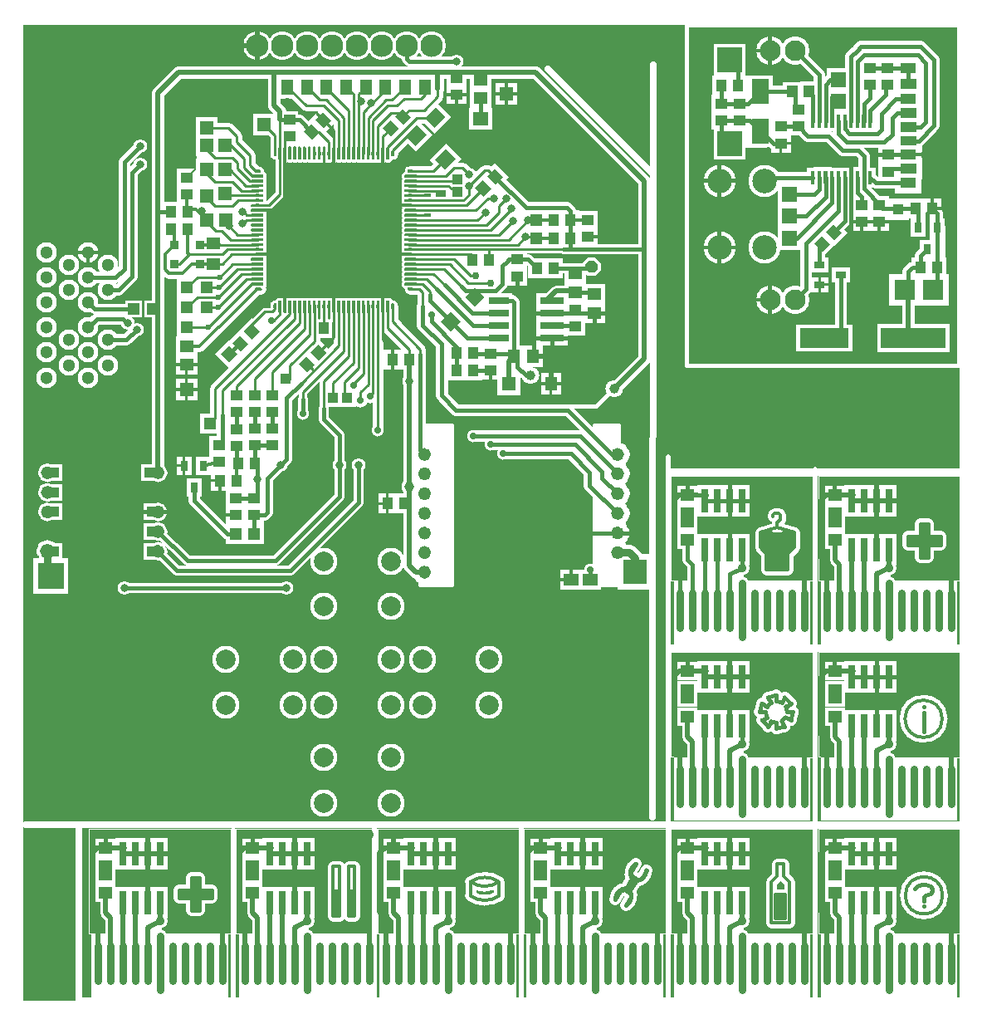
<source format=gbr>
%FSLAX34Y34*%
%MOMM*%
%LNCOPPER_TOP*%
G71*
G01*
%ADD10C, 0.002*%
%ADD11R, 2.600X2.500*%
%ADD12C, 1.480*%
%ADD13C, 0.880*%
%ADD14R, 1.500X1.500*%
%ADD15R, 0.900X0.900*%
%ADD16C, 0.600*%
%ADD17C, 1.080*%
%ADD18C, 1.800*%
%ADD19C, 1.500*%
%ADD20C, 0.300*%
%ADD21C, 1.500*%
%ADD22C, 1.300*%
%ADD23R, 1.900X2.000*%
%ADD24C, 1.000*%
%ADD25R, 2.000X2.000*%
%ADD26R, 3.200X1.600*%
%ADD27R, 1.800X1.700*%
%ADD28R, 2.100X2.400*%
%ADD29R, 2.200X2.200*%
%ADD30C, 0.700*%
%ADD31R, 1.800X2.000*%
%ADD32R, 1.600X1.900*%
%ADD33R, 1.900X1.600*%
%ADD34R, 1.800X1.800*%
%ADD35C, 1.350*%
%ADD36C, 1.200*%
%ADD37C, 0.400*%
%ADD38R, 2.100X2.200*%
%ADD39R, 2.400X2.400*%
%ADD40R, 2.000X1.900*%
%ADD41C, 1.300*%
%ADD42C, 1.600*%
%ADD43C, 1.100*%
%ADD44R, 2.200X2.100*%
%ADD45R, 2.800X1.600*%
%ADD46C, 1.400*%
%ADD47R, 1.900X1.900*%
%ADD48R, 2.400X2.200*%
%ADD49C, 1.600*%
%ADD50C, 0.280*%
%ADD51C, 1.350*%
%ADD52R, 1.600X3.200*%
%ADD53C, 0.100*%
%ADD54C, 1.222*%
%ADD55C, 0.200*%
%ADD56C, 0.500*%
%ADD57C, 0.750*%
%ADD58C, 0.900*%
%ADD59C, 0.680*%
%ADD60R, 2.300X2.100*%
%ADD61R, 1.600X1.200*%
%ADD62C, 1.197*%
%ADD63C, 1.400*%
%ADD64C, 0.150*%
%ADD65C, 2.100*%
%ADD66C, 1.800*%
%ADD67C, 2.900*%
%ADD68C, 2.800*%
%ADD69R, 1.200X2.150*%
%ADD70R, 2.800X2.200*%
%ADD71R, 3.200X3.200*%
%ADD72C, 3.300*%
%ADD73C, 1.900*%
%ADD74R, 5.800X2.800*%
%ADD75C, 2.900*%
%ADD76R, 2.300X2.300*%
%ADD77R, 2.500X3.300*%
%ADD78R, 3.340X3.340*%
%ADD79C, 0.250*%
%ADD80C, 0.297*%
%ADD81C, 0.325*%
%ADD82C, 0.308*%
%ADD83C, 0.378*%
%ADD84C, 0.304*%
%ADD85C, 0.317*%
%ADD86C, 0.267*%
%ADD87C, 0.433*%
%ADD88C, 0.295*%
%ADD89C, 0.303*%
%ADD90C, 0.299*%
%ADD91C, 0.475*%
%ADD92C, 0.333*%
%ADD93C, 0.341*%
%ADD94C, 0.417*%
%ADD95C, 0.385*%
%ADD96C, 0.318*%
%ADD97R, 1.400X1.300*%
%ADD98R, 0.300X0.300*%
%ADD99C, 1.000*%
%ADD100C, 0.700*%
%ADD101R, 1.100X1.200*%
%ADD102R, 1.200X1.200*%
%ADD103R, 2.400X0.800*%
%ADD104R, 1.200X1.100*%
%ADD105R, 1.300X1.600*%
%ADD106R, 1.400X1.400*%
%ADD107C, 0.500*%
%ADD108R, 1.000X1.200*%
%ADD109R, 0.800X1.100*%
%ADD110R, 1.100X0.800*%
%ADD111R, 1.000X1.000*%
%ADD112C, 0.750*%
%ADD113R, 1.300X1.400*%
%ADD114C, 0.800*%
%ADD115R, 2.000X0.800*%
%ADD116C, 3.000*%
%ADD117R, 1.100X1.100*%
%ADD118R, 1.600X1.400*%
%ADD119C, 0.800*%
%ADD120R, 0.800X2.400*%
%ADD121C, 0.900*%
%ADD122C, 0.254*%
%ADD123C, 0.422*%
%ADD124C, 2.000*%
%ADD125R, 1.500X1.300*%
%ADD126R, 0.800X0.400*%
%ADD127C, 0.397*%
%ADD128C, 0.600*%
%ADD129C, 1.300*%
%ADD130C, 2.800*%
%ADD131C, 1.200*%
%ADD132C, 2.300*%
%ADD133C, 2.000*%
%ADD134R, 0.400X1.350*%
%ADD135R, 1.600X1.000*%
%ADD136R, 1.600X1.600*%
%ADD137C, 2.500*%
%ADD138C, 1.100*%
%ADD139R, 5.000X2.000*%
%ADD140C, 2.100*%
%ADD141C, 0.286*%
%ADD142R, 1.700X2.500*%
%ADD143R, 2.540X2.540*%
%LPD*%
G54D10*
X0Y1000000D02*
X954000Y1000000D01*
X954000Y6000D01*
X0Y6000D01*
X0Y1000000D01*
G36*
X0Y1000000D02*
X954000Y1000000D01*
X954000Y6000D01*
X0Y6000D01*
X0Y1000000D01*
G37*
%LPC*%
X194002Y755734D02*
G54D11*
D03*
X194002Y776734D02*
G54D11*
D03*
G54D12*
X238703Y770685D02*
X207840Y770685D01*
X203281Y766125D01*
X168950Y766125D01*
X158913Y756088D01*
X152310Y756088D01*
G54D12*
X238703Y775685D02*
X200634Y775685D01*
X195403Y780716D01*
G54D12*
X238703Y765685D02*
X212610Y765685D01*
X202659Y755735D01*
X194002Y755734D01*
G54D13*
X238703Y815705D02*
X250314Y815705D01*
X261677Y827067D01*
X261677Y868679D01*
X153897Y775138D02*
G54D14*
D03*
X153897Y756088D02*
G54D14*
D03*
X180012Y756088D02*
G54D14*
D03*
X180059Y775196D02*
G54D14*
D03*
G36*
X372176Y873178D02*
X381176Y873179D01*
X381177Y864179D01*
X372177Y864178D01*
X372176Y873178D01*
G37*
G36*
X367176Y873178D02*
X376176Y873179D01*
X376177Y864179D01*
X367177Y864178D01*
X367176Y873178D01*
G37*
X366677Y868679D02*
G54D15*
D03*
X361677Y868679D02*
G54D15*
D03*
X356677Y868679D02*
G54D15*
D03*
X351677Y868679D02*
G54D15*
D03*
G36*
X342176Y873179D02*
X351176Y873179D01*
X351177Y864179D01*
X342177Y864179D01*
X342176Y873179D01*
G37*
X341677Y868679D02*
G54D15*
D03*
X336677Y868679D02*
G54D15*
D03*
X331677Y868679D02*
G54D15*
D03*
X326676Y868679D02*
G54D15*
D03*
G36*
X317176Y873178D02*
X326176Y873179D01*
X326177Y864179D01*
X317177Y864178D01*
X317176Y873178D01*
G37*
X316677Y868679D02*
G54D15*
D03*
X311677Y868679D02*
G54D15*
D03*
X306677Y868679D02*
G54D15*
D03*
X301677Y868679D02*
G54D15*
D03*
X296677Y868679D02*
G54D15*
D03*
G36*
X287176Y873178D02*
X296176Y873179D01*
X296177Y864179D01*
X287177Y864178D01*
X287176Y873178D01*
G37*
G36*
X282176Y873179D02*
X291176Y873179D01*
X291177Y864179D01*
X282177Y864179D01*
X282176Y873179D01*
G37*
X281677Y868679D02*
G54D15*
D03*
X276677Y868679D02*
G54D15*
D03*
X271677Y868679D02*
G54D15*
D03*
G36*
X262176Y873178D02*
X271176Y873179D01*
X271177Y864179D01*
X262177Y864178D01*
X262176Y873178D01*
G37*
X261677Y868679D02*
G54D15*
D03*
G36*
X252176Y873178D02*
X261176Y873179D01*
X261177Y864179D01*
X252177Y864178D01*
X252176Y873178D01*
G37*
G36*
X377172Y871710D02*
X378172Y870710D01*
X378172Y866210D01*
X377672Y865710D01*
X375672Y865710D01*
X375172Y866210D01*
X375172Y870710D01*
X376172Y871710D01*
X377172Y871710D01*
G37*
G54D16*
X377172Y871710D02*
X378172Y870710D01*
X378172Y866210D01*
X377672Y865710D01*
X375672Y865710D01*
X375172Y866210D01*
X375172Y870710D01*
X376172Y871710D01*
X377172Y871710D01*
G36*
X257172Y871710D02*
X258172Y870710D01*
X258172Y866210D01*
X257672Y865710D01*
X255672Y865710D01*
X255172Y866210D01*
X255172Y870710D01*
X256172Y871710D01*
X257172Y871710D01*
G37*
G54D16*
X257172Y871710D02*
X258172Y870710D01*
X258172Y866210D01*
X257672Y865710D01*
X255672Y865710D01*
X255172Y866210D01*
X255172Y870710D01*
X256172Y871710D01*
X257172Y871710D01*
G36*
X367172Y875710D02*
X368172Y874710D01*
X368172Y863210D01*
X367672Y862710D01*
X365672Y862710D01*
X365172Y863210D01*
X365172Y874710D01*
X366172Y875710D01*
X367172Y875710D01*
G37*
G54D16*
X367172Y875710D02*
X368172Y874710D01*
X368172Y863210D01*
X367672Y862710D01*
X365672Y862710D01*
X365172Y863210D01*
X365172Y874710D01*
X366172Y875710D01*
X367172Y875710D01*
G36*
X362172Y875710D02*
X363172Y874710D01*
X363172Y863210D01*
X362672Y862710D01*
X360672Y862710D01*
X360172Y863210D01*
X360172Y874710D01*
X361172Y875710D01*
X362172Y875710D01*
G37*
G54D16*
X362172Y875710D02*
X363172Y874710D01*
X363172Y863210D01*
X362672Y862710D01*
X360672Y862710D01*
X360172Y863210D01*
X360172Y874710D01*
X361172Y875710D01*
X362172Y875710D01*
G36*
X357172Y875710D02*
X358172Y874710D01*
X358172Y863210D01*
X357672Y862710D01*
X355672Y862710D01*
X355172Y863210D01*
X355172Y874710D01*
X356172Y875710D01*
X357172Y875710D01*
G37*
G54D16*
X357172Y875710D02*
X358172Y874710D01*
X358172Y863210D01*
X357672Y862710D01*
X355672Y862710D01*
X355172Y863210D01*
X355172Y874710D01*
X356172Y875710D01*
X357172Y875710D01*
G36*
X352172Y875710D02*
X353172Y874710D01*
X353172Y863210D01*
X352672Y862710D01*
X350672Y862710D01*
X350172Y863210D01*
X350172Y874710D01*
X351172Y875710D01*
X352172Y875710D01*
G37*
G54D16*
X352172Y875710D02*
X353172Y874710D01*
X353172Y863210D01*
X352672Y862710D01*
X350672Y862710D01*
X350172Y863210D01*
X350172Y874710D01*
X351172Y875710D01*
X352172Y875710D01*
G36*
X347172Y875710D02*
X348172Y874710D01*
X348172Y863210D01*
X347672Y862710D01*
X345672Y862710D01*
X345172Y863210D01*
X345172Y874710D01*
X346172Y875710D01*
X347172Y875710D01*
G37*
G54D16*
X347172Y875710D02*
X348172Y874710D01*
X348172Y863210D01*
X347672Y862710D01*
X345672Y862710D01*
X345172Y863210D01*
X345172Y874710D01*
X346172Y875710D01*
X347172Y875710D01*
G36*
X342172Y875710D02*
X343172Y874710D01*
X343172Y863210D01*
X342672Y862710D01*
X340672Y862710D01*
X340172Y863210D01*
X340172Y874710D01*
X341172Y875710D01*
X342172Y875710D01*
G37*
G54D16*
X342172Y875710D02*
X343172Y874710D01*
X343172Y863210D01*
X342672Y862710D01*
X340672Y862710D01*
X340172Y863210D01*
X340172Y874710D01*
X341172Y875710D01*
X342172Y875710D01*
G36*
X337172Y875710D02*
X338172Y874710D01*
X338172Y863210D01*
X337672Y862710D01*
X335672Y862710D01*
X335172Y863210D01*
X335172Y874710D01*
X336172Y875710D01*
X337172Y875710D01*
G37*
G54D16*
X337172Y875710D02*
X338172Y874710D01*
X338172Y863210D01*
X337672Y862710D01*
X335672Y862710D01*
X335172Y863210D01*
X335172Y874710D01*
X336172Y875710D01*
X337172Y875710D01*
G36*
X332172Y875710D02*
X333172Y874710D01*
X333172Y863210D01*
X332672Y862710D01*
X330672Y862710D01*
X330172Y863210D01*
X330172Y874710D01*
X331172Y875710D01*
X332172Y875710D01*
G37*
G54D16*
X332172Y875710D02*
X333172Y874710D01*
X333172Y863210D01*
X332672Y862710D01*
X330672Y862710D01*
X330172Y863210D01*
X330172Y874710D01*
X331172Y875710D01*
X332172Y875710D01*
G36*
X327172Y875710D02*
X328172Y874710D01*
X328172Y863210D01*
X327672Y862710D01*
X325672Y862710D01*
X325172Y863210D01*
X325172Y874710D01*
X326172Y875710D01*
X327172Y875710D01*
G37*
G54D16*
X327172Y875710D02*
X328172Y874710D01*
X328172Y863210D01*
X327672Y862710D01*
X325672Y862710D01*
X325172Y863210D01*
X325172Y874710D01*
X326172Y875710D01*
X327172Y875710D01*
G36*
X322172Y875710D02*
X323172Y874710D01*
X323172Y863210D01*
X322672Y862710D01*
X320672Y862710D01*
X320172Y863210D01*
X320172Y874710D01*
X321172Y875710D01*
X322172Y875710D01*
G37*
G54D16*
X322172Y875710D02*
X323172Y874710D01*
X323172Y863210D01*
X322672Y862710D01*
X320672Y862710D01*
X320172Y863210D01*
X320172Y874710D01*
X321172Y875710D01*
X322172Y875710D01*
G36*
X317172Y875710D02*
X318172Y874710D01*
X318172Y863210D01*
X317672Y862710D01*
X315672Y862710D01*
X315172Y863210D01*
X315172Y874710D01*
X316172Y875710D01*
X317172Y875710D01*
G37*
G54D16*
X317172Y875710D02*
X318172Y874710D01*
X318172Y863210D01*
X317672Y862710D01*
X315672Y862710D01*
X315172Y863210D01*
X315172Y874710D01*
X316172Y875710D01*
X317172Y875710D01*
G36*
X312172Y875710D02*
X313172Y874710D01*
X313172Y863210D01*
X312672Y862710D01*
X310672Y862710D01*
X310172Y863210D01*
X310172Y874710D01*
X311172Y875710D01*
X312172Y875710D01*
G37*
G54D16*
X312172Y875710D02*
X313172Y874710D01*
X313172Y863210D01*
X312672Y862710D01*
X310672Y862710D01*
X310172Y863210D01*
X310172Y874710D01*
X311172Y875710D01*
X312172Y875710D01*
G36*
X307172Y875710D02*
X308172Y874710D01*
X308172Y863210D01*
X307672Y862710D01*
X305672Y862710D01*
X305172Y863210D01*
X305172Y874710D01*
X306172Y875710D01*
X307172Y875710D01*
G37*
G54D16*
X307172Y875710D02*
X308172Y874710D01*
X308172Y863210D01*
X307672Y862710D01*
X305672Y862710D01*
X305172Y863210D01*
X305172Y874710D01*
X306172Y875710D01*
X307172Y875710D01*
G36*
X302172Y875710D02*
X303172Y874710D01*
X303172Y863210D01*
X302672Y862710D01*
X300672Y862710D01*
X300172Y863210D01*
X300172Y874710D01*
X301172Y875710D01*
X302172Y875710D01*
G37*
G54D16*
X302172Y875710D02*
X303172Y874710D01*
X303172Y863210D01*
X302672Y862710D01*
X300672Y862710D01*
X300172Y863210D01*
X300172Y874710D01*
X301172Y875710D01*
X302172Y875710D01*
G36*
X297172Y875710D02*
X298172Y874710D01*
X298172Y863210D01*
X297672Y862710D01*
X295672Y862710D01*
X295172Y863210D01*
X295172Y874710D01*
X296172Y875710D01*
X297172Y875710D01*
G37*
G54D16*
X297172Y875710D02*
X298172Y874710D01*
X298172Y863210D01*
X297672Y862710D01*
X295672Y862710D01*
X295172Y863210D01*
X295172Y874710D01*
X296172Y875710D01*
X297172Y875710D01*
G36*
X292172Y875710D02*
X293172Y874710D01*
X293172Y863210D01*
X292672Y862710D01*
X290672Y862710D01*
X290172Y863210D01*
X290172Y874710D01*
X291172Y875710D01*
X292172Y875710D01*
G37*
G54D16*
X292172Y875710D02*
X293172Y874710D01*
X293172Y863210D01*
X292672Y862710D01*
X290672Y862710D01*
X290172Y863210D01*
X290172Y874710D01*
X291172Y875710D01*
X292172Y875710D01*
G36*
X287172Y875710D02*
X288172Y874710D01*
X288172Y863210D01*
X287672Y862710D01*
X285672Y862710D01*
X285172Y863210D01*
X285172Y874710D01*
X286172Y875710D01*
X287172Y875710D01*
G37*
G54D16*
X287172Y875710D02*
X288172Y874710D01*
X288172Y863210D01*
X287672Y862710D01*
X285672Y862710D01*
X285172Y863210D01*
X285172Y874710D01*
X286172Y875710D01*
X287172Y875710D01*
G36*
X282172Y875710D02*
X283172Y874710D01*
X283172Y863210D01*
X282672Y862710D01*
X280672Y862710D01*
X280172Y863210D01*
X280172Y874710D01*
X281172Y875710D01*
X282172Y875710D01*
G37*
G54D16*
X282172Y875710D02*
X283172Y874710D01*
X283172Y863210D01*
X282672Y862710D01*
X280672Y862710D01*
X280172Y863210D01*
X280172Y874710D01*
X281172Y875710D01*
X282172Y875710D01*
G36*
X277172Y875710D02*
X278172Y874710D01*
X278172Y863210D01*
X277672Y862710D01*
X275672Y862710D01*
X275172Y863210D01*
X275172Y874710D01*
X276172Y875710D01*
X277172Y875710D01*
G37*
G54D16*
X277172Y875710D02*
X278172Y874710D01*
X278172Y863210D01*
X277672Y862710D01*
X275672Y862710D01*
X275172Y863210D01*
X275172Y874710D01*
X276172Y875710D01*
X277172Y875710D01*
G36*
X272172Y875710D02*
X273172Y874710D01*
X273172Y863210D01*
X272672Y862710D01*
X270672Y862710D01*
X270172Y863210D01*
X270172Y874710D01*
X271172Y875710D01*
X272172Y875710D01*
G37*
G54D16*
X272172Y875710D02*
X273172Y874710D01*
X273172Y863210D01*
X272672Y862710D01*
X270672Y862710D01*
X270172Y863210D01*
X270172Y874710D01*
X271172Y875710D01*
X272172Y875710D01*
G36*
X267172Y875710D02*
X268172Y874710D01*
X268172Y863210D01*
X267672Y862710D01*
X265672Y862710D01*
X265172Y863210D01*
X265172Y874710D01*
X266172Y875710D01*
X267172Y875710D01*
G37*
G54D16*
X267172Y875710D02*
X268172Y874710D01*
X268172Y863210D01*
X267672Y862710D01*
X265672Y862710D01*
X265172Y863210D01*
X265172Y874710D01*
X266172Y875710D01*
X267172Y875710D01*
G36*
X262172Y875710D02*
X263172Y874710D01*
X263172Y863210D01*
X262672Y862710D01*
X260672Y862710D01*
X260172Y863210D01*
X260172Y874710D01*
X261172Y875710D01*
X262172Y875710D01*
G37*
G54D16*
X262172Y875710D02*
X263172Y874710D01*
X263172Y863210D01*
X262672Y862710D01*
X260672Y862710D01*
X260172Y863210D01*
X260172Y874710D01*
X261172Y875710D01*
X262172Y875710D01*
G36*
X372172Y875710D02*
X373172Y874710D01*
X373172Y863210D01*
X372672Y862710D01*
X370672Y862710D01*
X370172Y863210D01*
X370172Y874710D01*
X371172Y875710D01*
X372172Y875710D01*
G37*
G54D16*
X372172Y875710D02*
X373172Y874710D01*
X373172Y863210D01*
X372672Y862710D01*
X370672Y862710D01*
X370172Y863210D01*
X370172Y874710D01*
X371172Y875710D01*
X372172Y875710D01*
X394640Y730715D02*
G54D15*
D03*
X394640Y735715D02*
G54D15*
D03*
X394640Y740715D02*
G54D15*
D03*
X394640Y745715D02*
G54D15*
D03*
X394640Y750715D02*
G54D15*
D03*
X394640Y755715D02*
G54D15*
D03*
X394640Y760715D02*
G54D15*
D03*
X394640Y765715D02*
G54D15*
D03*
X394640Y770715D02*
G54D15*
D03*
X394640Y775715D02*
G54D15*
D03*
X394640Y780715D02*
G54D15*
D03*
X394641Y785715D02*
G54D15*
D03*
X394641Y790715D02*
G54D15*
D03*
X394640Y795715D02*
G54D15*
D03*
X394640Y800715D02*
G54D15*
D03*
X394640Y805715D02*
G54D15*
D03*
X394641Y810715D02*
G54D15*
D03*
X394640Y815715D02*
G54D15*
D03*
X394640Y820715D02*
G54D15*
D03*
X394640Y825715D02*
G54D15*
D03*
X394640Y830715D02*
G54D15*
D03*
X394640Y835715D02*
G54D15*
D03*
X394640Y840715D02*
G54D15*
D03*
X394640Y845715D02*
G54D15*
D03*
X394640Y850715D02*
G54D15*
D03*
G36*
X397672Y730210D02*
X396672Y729210D01*
X392172Y729210D01*
X391672Y729710D01*
X391672Y731710D01*
X392172Y732210D01*
X396672Y732210D01*
X397672Y731210D01*
X397672Y730210D01*
G37*
G54D16*
X397672Y730210D02*
X396672Y729210D01*
X392172Y729210D01*
X391672Y729710D01*
X391672Y731710D01*
X392172Y732210D01*
X396672Y732210D01*
X397672Y731210D01*
X397672Y730210D01*
G36*
X397672Y850210D02*
X396672Y849210D01*
X392172Y849210D01*
X391672Y849710D01*
X391672Y851710D01*
X392172Y852210D01*
X396672Y852210D01*
X397672Y851210D01*
X397672Y850210D01*
G37*
G54D16*
X397672Y850210D02*
X396672Y849210D01*
X392172Y849210D01*
X391672Y849710D01*
X391672Y851710D01*
X392172Y852210D01*
X396672Y852210D01*
X397672Y851210D01*
X397672Y850210D01*
G36*
X401672Y740210D02*
X400672Y739210D01*
X389172Y739210D01*
X388672Y739710D01*
X388672Y741710D01*
X389172Y742210D01*
X400672Y742210D01*
X401672Y741210D01*
X401672Y740210D01*
G37*
G54D16*
X401672Y740210D02*
X400672Y739210D01*
X389172Y739210D01*
X388672Y739710D01*
X388672Y741710D01*
X389172Y742210D01*
X400672Y742210D01*
X401672Y741210D01*
X401672Y740210D01*
G36*
X401672Y745210D02*
X400672Y744210D01*
X389172Y744210D01*
X388672Y744710D01*
X388672Y746710D01*
X389172Y747210D01*
X400672Y747210D01*
X401672Y746210D01*
X401672Y745210D01*
G37*
G54D16*
X401672Y745210D02*
X400672Y744210D01*
X389172Y744210D01*
X388672Y744710D01*
X388672Y746710D01*
X389172Y747210D01*
X400672Y747210D01*
X401672Y746210D01*
X401672Y745210D01*
G36*
X401672Y750210D02*
X400672Y749210D01*
X389172Y749210D01*
X388672Y749710D01*
X388672Y751710D01*
X389172Y752210D01*
X400672Y752210D01*
X401672Y751210D01*
X401672Y750210D01*
G37*
G54D16*
X401672Y750210D02*
X400672Y749210D01*
X389172Y749210D01*
X388672Y749710D01*
X388672Y751710D01*
X389172Y752210D01*
X400672Y752210D01*
X401672Y751210D01*
X401672Y750210D01*
G36*
X401672Y755210D02*
X400672Y754210D01*
X389172Y754210D01*
X388672Y754710D01*
X388672Y756710D01*
X389172Y757210D01*
X400672Y757210D01*
X401672Y756210D01*
X401672Y755210D01*
G37*
G54D16*
X401672Y755210D02*
X400672Y754210D01*
X389172Y754210D01*
X388672Y754710D01*
X388672Y756710D01*
X389172Y757210D01*
X400672Y757210D01*
X401672Y756210D01*
X401672Y755210D01*
G36*
X401672Y760210D02*
X400672Y759210D01*
X389172Y759210D01*
X388672Y759710D01*
X388672Y761710D01*
X389172Y762210D01*
X400672Y762210D01*
X401672Y761210D01*
X401672Y760210D01*
G37*
G54D16*
X401672Y760210D02*
X400672Y759210D01*
X389172Y759210D01*
X388672Y759710D01*
X388672Y761710D01*
X389172Y762210D01*
X400672Y762210D01*
X401672Y761210D01*
X401672Y760210D01*
G36*
X401672Y765210D02*
X400672Y764210D01*
X389172Y764210D01*
X388672Y764710D01*
X388672Y766710D01*
X389172Y767210D01*
X400672Y767210D01*
X401672Y766210D01*
X401672Y765210D01*
G37*
G54D16*
X401672Y765210D02*
X400672Y764210D01*
X389172Y764210D01*
X388672Y764710D01*
X388672Y766710D01*
X389172Y767210D01*
X400672Y767210D01*
X401672Y766210D01*
X401672Y765210D01*
G36*
X401672Y770210D02*
X400672Y769210D01*
X389172Y769210D01*
X388672Y769710D01*
X388672Y771710D01*
X389172Y772210D01*
X400672Y772210D01*
X401672Y771210D01*
X401672Y770210D01*
G37*
G54D16*
X401672Y770210D02*
X400672Y769210D01*
X389172Y769210D01*
X388672Y769710D01*
X388672Y771710D01*
X389172Y772210D01*
X400672Y772210D01*
X401672Y771210D01*
X401672Y770210D01*
G36*
X401672Y775210D02*
X400672Y774210D01*
X389172Y774210D01*
X388672Y774710D01*
X388672Y776710D01*
X389172Y777210D01*
X400672Y777210D01*
X401672Y776210D01*
X401672Y775210D01*
G37*
G54D16*
X401672Y775210D02*
X400672Y774210D01*
X389172Y774210D01*
X388672Y774710D01*
X388672Y776710D01*
X389172Y777210D01*
X400672Y777210D01*
X401672Y776210D01*
X401672Y775210D01*
G36*
X401672Y780210D02*
X400672Y779210D01*
X389172Y779210D01*
X388672Y779710D01*
X388672Y781710D01*
X389172Y782210D01*
X400672Y782210D01*
X401672Y781210D01*
X401672Y780210D01*
G37*
G54D16*
X401672Y780210D02*
X400672Y779210D01*
X389172Y779210D01*
X388672Y779710D01*
X388672Y781710D01*
X389172Y782210D01*
X400672Y782210D01*
X401672Y781210D01*
X401672Y780210D01*
G36*
X401672Y785210D02*
X400672Y784210D01*
X389172Y784210D01*
X388672Y784710D01*
X388672Y786710D01*
X389172Y787210D01*
X400672Y787210D01*
X401672Y786210D01*
X401672Y785210D01*
G37*
G54D16*
X401672Y785210D02*
X400672Y784210D01*
X389172Y784210D01*
X388672Y784710D01*
X388672Y786710D01*
X389172Y787210D01*
X400672Y787210D01*
X401672Y786210D01*
X401672Y785210D01*
G36*
X401672Y790210D02*
X400672Y789210D01*
X389172Y789210D01*
X388672Y789710D01*
X388672Y791710D01*
X389172Y792210D01*
X400672Y792210D01*
X401672Y791210D01*
X401672Y790210D01*
G37*
G54D16*
X401672Y790210D02*
X400672Y789210D01*
X389172Y789210D01*
X388672Y789710D01*
X388672Y791710D01*
X389172Y792210D01*
X400672Y792210D01*
X401672Y791210D01*
X401672Y790210D01*
G36*
X401672Y795210D02*
X400672Y794210D01*
X389172Y794210D01*
X388672Y794710D01*
X388672Y796710D01*
X389172Y797210D01*
X400672Y797210D01*
X401672Y796210D01*
X401672Y795210D01*
G37*
G54D16*
X401672Y795210D02*
X400672Y794210D01*
X389172Y794210D01*
X388672Y794710D01*
X388672Y796710D01*
X389172Y797210D01*
X400672Y797210D01*
X401672Y796210D01*
X401672Y795210D01*
G36*
X401672Y800210D02*
X400672Y799210D01*
X389172Y799210D01*
X388672Y799710D01*
X388672Y801710D01*
X389172Y802210D01*
X400672Y802210D01*
X401672Y801210D01*
X401672Y800210D01*
G37*
G54D16*
X401672Y800210D02*
X400672Y799210D01*
X389172Y799210D01*
X388672Y799710D01*
X388672Y801710D01*
X389172Y802210D01*
X400672Y802210D01*
X401672Y801210D01*
X401672Y800210D01*
G36*
X401672Y805210D02*
X400672Y804210D01*
X389172Y804210D01*
X388672Y804710D01*
X388672Y806710D01*
X389172Y807210D01*
X400672Y807210D01*
X401672Y806210D01*
X401672Y805210D01*
G37*
G54D16*
X401672Y805210D02*
X400672Y804210D01*
X389172Y804210D01*
X388672Y804710D01*
X388672Y806710D01*
X389172Y807210D01*
X400672Y807210D01*
X401672Y806210D01*
X401672Y805210D01*
G36*
X401672Y810210D02*
X400672Y809210D01*
X389172Y809210D01*
X388672Y809710D01*
X388672Y811710D01*
X389172Y812210D01*
X400672Y812210D01*
X401672Y811210D01*
X401672Y810210D01*
G37*
G54D16*
X401672Y810210D02*
X400672Y809210D01*
X389172Y809210D01*
X388672Y809710D01*
X388672Y811710D01*
X389172Y812210D01*
X400672Y812210D01*
X401672Y811210D01*
X401672Y810210D01*
G36*
X401672Y815210D02*
X400672Y814210D01*
X389172Y814210D01*
X388672Y814710D01*
X388672Y816710D01*
X389172Y817210D01*
X400672Y817210D01*
X401672Y816210D01*
X401672Y815210D01*
G37*
G54D16*
X401672Y815210D02*
X400672Y814210D01*
X389172Y814210D01*
X388672Y814710D01*
X388672Y816710D01*
X389172Y817210D01*
X400672Y817210D01*
X401672Y816210D01*
X401672Y815210D01*
G36*
X401672Y820210D02*
X400672Y819210D01*
X389172Y819210D01*
X388672Y819710D01*
X388672Y821710D01*
X389172Y822210D01*
X400672Y822210D01*
X401672Y821210D01*
X401672Y820210D01*
G37*
G54D16*
X401672Y820210D02*
X400672Y819210D01*
X389172Y819210D01*
X388672Y819710D01*
X388672Y821710D01*
X389172Y822210D01*
X400672Y822210D01*
X401672Y821210D01*
X401672Y820210D01*
G36*
X401672Y825210D02*
X400672Y824210D01*
X389172Y824210D01*
X388672Y824710D01*
X388672Y826710D01*
X389172Y827210D01*
X400672Y827210D01*
X401672Y826210D01*
X401672Y825210D01*
G37*
G54D16*
X401672Y825210D02*
X400672Y824210D01*
X389172Y824210D01*
X388672Y824710D01*
X388672Y826710D01*
X389172Y827210D01*
X400672Y827210D01*
X401672Y826210D01*
X401672Y825210D01*
G36*
X401672Y830210D02*
X400672Y829210D01*
X389172Y829210D01*
X388672Y829710D01*
X388672Y831710D01*
X389172Y832210D01*
X400672Y832210D01*
X401672Y831210D01*
X401672Y830210D01*
G37*
G54D16*
X401672Y830210D02*
X400672Y829210D01*
X389172Y829210D01*
X388672Y829710D01*
X388672Y831710D01*
X389172Y832210D01*
X400672Y832210D01*
X401672Y831210D01*
X401672Y830210D01*
G36*
X401672Y835210D02*
X400672Y834210D01*
X389172Y834210D01*
X388672Y834710D01*
X388672Y836710D01*
X389172Y837210D01*
X400672Y837210D01*
X401672Y836210D01*
X401672Y835210D01*
G37*
G54D16*
X401672Y835210D02*
X400672Y834210D01*
X389172Y834210D01*
X388672Y834710D01*
X388672Y836710D01*
X389172Y837210D01*
X400672Y837210D01*
X401672Y836210D01*
X401672Y835210D01*
G36*
X401672Y840210D02*
X400672Y839210D01*
X389172Y839210D01*
X388672Y839710D01*
X388672Y841710D01*
X389172Y842210D01*
X400672Y842210D01*
X401672Y841210D01*
X401672Y840210D01*
G37*
G54D16*
X401672Y840210D02*
X400672Y839210D01*
X389172Y839210D01*
X388672Y839710D01*
X388672Y841710D01*
X389172Y842210D01*
X400672Y842210D01*
X401672Y841210D01*
X401672Y840210D01*
G36*
X401672Y845210D02*
X400672Y844210D01*
X389172Y844210D01*
X388672Y844710D01*
X388672Y846710D01*
X389172Y847210D01*
X400672Y847210D01*
X401672Y846210D01*
X401672Y845210D01*
G37*
G54D16*
X401672Y845210D02*
X400672Y844210D01*
X389172Y844210D01*
X388672Y844710D01*
X388672Y846710D01*
X389172Y847210D01*
X400672Y847210D01*
X401672Y846210D01*
X401672Y845210D01*
G36*
X401672Y735210D02*
X400672Y734210D01*
X389172Y734210D01*
X388672Y734710D01*
X388672Y736710D01*
X389172Y737210D01*
X400672Y737210D01*
X401672Y736210D01*
X401672Y735210D01*
G37*
G54D16*
X401672Y735210D02*
X400672Y734210D01*
X389172Y734210D01*
X388672Y734710D01*
X388672Y736710D01*
X389172Y737210D01*
X400672Y737210D01*
X401672Y736210D01*
X401672Y735210D01*
X256677Y712741D02*
G54D15*
D03*
X261676Y712741D02*
G54D15*
D03*
X266677Y712741D02*
G54D15*
D03*
X271677Y712741D02*
G54D15*
D03*
X276677Y712741D02*
G54D15*
D03*
X281677Y712741D02*
G54D15*
D03*
X286677Y712741D02*
G54D15*
D03*
X291677Y712741D02*
G54D15*
D03*
X296677Y712741D02*
G54D15*
D03*
X301676Y712741D02*
G54D15*
D03*
X306677Y712741D02*
G54D15*
D03*
X311677Y712741D02*
G54D15*
D03*
X316676Y712741D02*
G54D15*
D03*
X321677Y712741D02*
G54D15*
D03*
X326677Y712741D02*
G54D15*
D03*
X331677Y712741D02*
G54D15*
D03*
X336677Y712741D02*
G54D15*
D03*
X341677Y712741D02*
G54D15*
D03*
X346677Y712741D02*
G54D15*
D03*
X351676Y712741D02*
G54D15*
D03*
X356676Y712741D02*
G54D15*
D03*
X361677Y712741D02*
G54D15*
D03*
X366676Y712741D02*
G54D15*
D03*
X371676Y712741D02*
G54D15*
D03*
X376677Y712741D02*
G54D15*
D03*
G36*
X256172Y709710D02*
X255172Y710710D01*
X255172Y715210D01*
X255672Y715710D01*
X257672Y715710D01*
X258172Y715210D01*
X258172Y710710D01*
X257172Y709710D01*
X256172Y709710D01*
G37*
G54D16*
X256172Y709710D02*
X255172Y710710D01*
X255172Y715210D01*
X255672Y715710D01*
X257672Y715710D01*
X258172Y715210D01*
X258172Y710710D01*
X257172Y709710D01*
X256172Y709710D01*
G36*
X376172Y709710D02*
X375172Y710710D01*
X375172Y715210D01*
X375672Y715710D01*
X377672Y715710D01*
X378172Y715210D01*
X378172Y710710D01*
X377172Y709710D01*
X376172Y709710D01*
G37*
G54D16*
X376172Y709710D02*
X375172Y710710D01*
X375172Y715210D01*
X375672Y715710D01*
X377672Y715710D01*
X378172Y715210D01*
X378172Y710710D01*
X377172Y709710D01*
X376172Y709710D01*
G36*
X266172Y705710D02*
X265172Y706710D01*
X265172Y718210D01*
X265672Y718710D01*
X267672Y718710D01*
X268172Y718210D01*
X268172Y706710D01*
X267172Y705710D01*
X266172Y705710D01*
G37*
G54D16*
X266172Y705710D02*
X265172Y706710D01*
X265172Y718210D01*
X265672Y718710D01*
X267672Y718710D01*
X268172Y718210D01*
X268172Y706710D01*
X267172Y705710D01*
X266172Y705710D01*
G36*
X271172Y705710D02*
X270172Y706710D01*
X270172Y718210D01*
X270672Y718710D01*
X272672Y718710D01*
X273172Y718210D01*
X273172Y706710D01*
X272172Y705710D01*
X271172Y705710D01*
G37*
G54D16*
X271172Y705710D02*
X270172Y706710D01*
X270172Y718210D01*
X270672Y718710D01*
X272672Y718710D01*
X273172Y718210D01*
X273172Y706710D01*
X272172Y705710D01*
X271172Y705710D01*
G36*
X276172Y705710D02*
X275172Y706710D01*
X275172Y718210D01*
X275672Y718710D01*
X277672Y718710D01*
X278172Y718210D01*
X278172Y706710D01*
X277172Y705710D01*
X276172Y705710D01*
G37*
G54D16*
X276172Y705710D02*
X275172Y706710D01*
X275172Y718210D01*
X275672Y718710D01*
X277672Y718710D01*
X278172Y718210D01*
X278172Y706710D01*
X277172Y705710D01*
X276172Y705710D01*
G36*
X281172Y705710D02*
X280172Y706710D01*
X280172Y718210D01*
X280672Y718710D01*
X282672Y718710D01*
X283172Y718210D01*
X283172Y706710D01*
X282172Y705710D01*
X281172Y705710D01*
G37*
G54D16*
X281172Y705710D02*
X280172Y706710D01*
X280172Y718210D01*
X280672Y718710D01*
X282672Y718710D01*
X283172Y718210D01*
X283172Y706710D01*
X282172Y705710D01*
X281172Y705710D01*
G36*
X286172Y705710D02*
X285172Y706710D01*
X285172Y718210D01*
X285672Y718710D01*
X287672Y718710D01*
X288172Y718210D01*
X288172Y706710D01*
X287172Y705710D01*
X286172Y705710D01*
G37*
G54D16*
X286172Y705710D02*
X285172Y706710D01*
X285172Y718210D01*
X285672Y718710D01*
X287672Y718710D01*
X288172Y718210D01*
X288172Y706710D01*
X287172Y705710D01*
X286172Y705710D01*
G36*
X291172Y705710D02*
X290172Y706710D01*
X290172Y718210D01*
X290672Y718710D01*
X292672Y718710D01*
X293172Y718210D01*
X293172Y706710D01*
X292172Y705710D01*
X291172Y705710D01*
G37*
G54D16*
X291172Y705710D02*
X290172Y706710D01*
X290172Y718210D01*
X290672Y718710D01*
X292672Y718710D01*
X293172Y718210D01*
X293172Y706710D01*
X292172Y705710D01*
X291172Y705710D01*
G36*
X296172Y705710D02*
X295172Y706710D01*
X295172Y718210D01*
X295672Y718710D01*
X297672Y718710D01*
X298172Y718210D01*
X298172Y706710D01*
X297172Y705710D01*
X296172Y705710D01*
G37*
G54D16*
X296172Y705710D02*
X295172Y706710D01*
X295172Y718210D01*
X295672Y718710D01*
X297672Y718710D01*
X298172Y718210D01*
X298172Y706710D01*
X297172Y705710D01*
X296172Y705710D01*
G36*
X301172Y705710D02*
X300172Y706710D01*
X300172Y718210D01*
X300672Y718710D01*
X302672Y718710D01*
X303172Y718210D01*
X303172Y706710D01*
X302172Y705710D01*
X301172Y705710D01*
G37*
G54D16*
X301172Y705710D02*
X300172Y706710D01*
X300172Y718210D01*
X300672Y718710D01*
X302672Y718710D01*
X303172Y718210D01*
X303172Y706710D01*
X302172Y705710D01*
X301172Y705710D01*
G36*
X306172Y705710D02*
X305172Y706710D01*
X305172Y718210D01*
X305672Y718710D01*
X307672Y718710D01*
X308172Y718210D01*
X308172Y706710D01*
X307172Y705710D01*
X306172Y705710D01*
G37*
G54D16*
X306172Y705710D02*
X305172Y706710D01*
X305172Y718210D01*
X305672Y718710D01*
X307672Y718710D01*
X308172Y718210D01*
X308172Y706710D01*
X307172Y705710D01*
X306172Y705710D01*
G36*
X311172Y705710D02*
X310172Y706710D01*
X310172Y718210D01*
X310672Y718710D01*
X312672Y718710D01*
X313172Y718210D01*
X313172Y706710D01*
X312172Y705710D01*
X311172Y705710D01*
G37*
G54D16*
X311172Y705710D02*
X310172Y706710D01*
X310172Y718210D01*
X310672Y718710D01*
X312672Y718710D01*
X313172Y718210D01*
X313172Y706710D01*
X312172Y705710D01*
X311172Y705710D01*
G36*
X316172Y705710D02*
X315172Y706710D01*
X315172Y718210D01*
X315672Y718710D01*
X317672Y718710D01*
X318172Y718210D01*
X318172Y706710D01*
X317172Y705710D01*
X316172Y705710D01*
G37*
G54D16*
X316172Y705710D02*
X315172Y706710D01*
X315172Y718210D01*
X315672Y718710D01*
X317672Y718710D01*
X318172Y718210D01*
X318172Y706710D01*
X317172Y705710D01*
X316172Y705710D01*
G36*
X321172Y705710D02*
X320172Y706710D01*
X320172Y718210D01*
X320672Y718710D01*
X322672Y718710D01*
X323172Y718210D01*
X323172Y706710D01*
X322172Y705710D01*
X321172Y705710D01*
G37*
G54D16*
X321172Y705710D02*
X320172Y706710D01*
X320172Y718210D01*
X320672Y718710D01*
X322672Y718710D01*
X323172Y718210D01*
X323172Y706710D01*
X322172Y705710D01*
X321172Y705710D01*
G36*
X326172Y705710D02*
X325172Y706710D01*
X325172Y718210D01*
X325672Y718710D01*
X327672Y718710D01*
X328172Y718210D01*
X328172Y706710D01*
X327172Y705710D01*
X326172Y705710D01*
G37*
G54D16*
X326172Y705710D02*
X325172Y706710D01*
X325172Y718210D01*
X325672Y718710D01*
X327672Y718710D01*
X328172Y718210D01*
X328172Y706710D01*
X327172Y705710D01*
X326172Y705710D01*
G36*
X331172Y705710D02*
X330172Y706710D01*
X330172Y718210D01*
X330672Y718710D01*
X332672Y718710D01*
X333172Y718210D01*
X333172Y706710D01*
X332172Y705710D01*
X331172Y705710D01*
G37*
G54D16*
X331172Y705710D02*
X330172Y706710D01*
X330172Y718210D01*
X330672Y718710D01*
X332672Y718710D01*
X333172Y718210D01*
X333172Y706710D01*
X332172Y705710D01*
X331172Y705710D01*
G36*
X336172Y705710D02*
X335172Y706710D01*
X335172Y718210D01*
X335672Y718710D01*
X337672Y718710D01*
X338172Y718210D01*
X338172Y706710D01*
X337172Y705710D01*
X336172Y705710D01*
G37*
G54D16*
X336172Y705710D02*
X335172Y706710D01*
X335172Y718210D01*
X335672Y718710D01*
X337672Y718710D01*
X338172Y718210D01*
X338172Y706710D01*
X337172Y705710D01*
X336172Y705710D01*
G36*
X341172Y705710D02*
X340172Y706710D01*
X340172Y718210D01*
X340672Y718710D01*
X342672Y718710D01*
X343172Y718210D01*
X343172Y706710D01*
X342172Y705710D01*
X341172Y705710D01*
G37*
G54D16*
X341172Y705710D02*
X340172Y706710D01*
X340172Y718210D01*
X340672Y718710D01*
X342672Y718710D01*
X343172Y718210D01*
X343172Y706710D01*
X342172Y705710D01*
X341172Y705710D01*
G36*
X346172Y705710D02*
X345172Y706710D01*
X345172Y718210D01*
X345672Y718710D01*
X347672Y718710D01*
X348172Y718210D01*
X348172Y706710D01*
X347172Y705710D01*
X346172Y705710D01*
G37*
G54D16*
X346172Y705710D02*
X345172Y706710D01*
X345172Y718210D01*
X345672Y718710D01*
X347672Y718710D01*
X348172Y718210D01*
X348172Y706710D01*
X347172Y705710D01*
X346172Y705710D01*
G36*
X351172Y705710D02*
X350172Y706710D01*
X350172Y718210D01*
X350672Y718710D01*
X352672Y718710D01*
X353172Y718210D01*
X353172Y706710D01*
X352172Y705710D01*
X351172Y705710D01*
G37*
G54D16*
X351172Y705710D02*
X350172Y706710D01*
X350172Y718210D01*
X350672Y718710D01*
X352672Y718710D01*
X353172Y718210D01*
X353172Y706710D01*
X352172Y705710D01*
X351172Y705710D01*
G36*
X356172Y705710D02*
X355172Y706710D01*
X355172Y718210D01*
X355672Y718710D01*
X357672Y718710D01*
X358172Y718210D01*
X358172Y706710D01*
X357172Y705710D01*
X356172Y705710D01*
G37*
G54D16*
X356172Y705710D02*
X355172Y706710D01*
X355172Y718210D01*
X355672Y718710D01*
X357672Y718710D01*
X358172Y718210D01*
X358172Y706710D01*
X357172Y705710D01*
X356172Y705710D01*
G36*
X361172Y705710D02*
X360172Y706710D01*
X360172Y718210D01*
X360672Y718710D01*
X362672Y718710D01*
X363172Y718210D01*
X363172Y706710D01*
X362172Y705710D01*
X361172Y705710D01*
G37*
G54D16*
X361172Y705710D02*
X360172Y706710D01*
X360172Y718210D01*
X360672Y718710D01*
X362672Y718710D01*
X363172Y718210D01*
X363172Y706710D01*
X362172Y705710D01*
X361172Y705710D01*
G36*
X366172Y705710D02*
X365172Y706710D01*
X365172Y718210D01*
X365672Y718710D01*
X367672Y718710D01*
X368172Y718210D01*
X368172Y706710D01*
X367172Y705710D01*
X366172Y705710D01*
G37*
G54D16*
X366172Y705710D02*
X365172Y706710D01*
X365172Y718210D01*
X365672Y718710D01*
X367672Y718710D01*
X368172Y718210D01*
X368172Y706710D01*
X367172Y705710D01*
X366172Y705710D01*
G36*
X371172Y705710D02*
X370172Y706710D01*
X370172Y718210D01*
X370672Y718710D01*
X372672Y718710D01*
X373172Y718210D01*
X373172Y706710D01*
X372172Y705710D01*
X371172Y705710D01*
G37*
G54D16*
X371172Y705710D02*
X370172Y706710D01*
X370172Y718210D01*
X370672Y718710D01*
X372672Y718710D01*
X373172Y718210D01*
X373172Y706710D01*
X372172Y705710D01*
X371172Y705710D01*
G36*
X261172Y705710D02*
X260172Y706710D01*
X260172Y718210D01*
X260672Y718710D01*
X262672Y718710D01*
X263172Y718210D01*
X263172Y706710D01*
X262172Y705710D01*
X261172Y705710D01*
G37*
G54D16*
X261172Y705710D02*
X260172Y706710D01*
X260172Y718210D01*
X260672Y718710D01*
X262672Y718710D01*
X263172Y718210D01*
X263172Y706710D01*
X262172Y705710D01*
X261172Y705710D01*
X238703Y850705D02*
G54D15*
D03*
X238703Y845705D02*
G54D15*
D03*
X238703Y840705D02*
G54D15*
D03*
X238703Y835705D02*
G54D15*
D03*
X238703Y830705D02*
G54D15*
D03*
X238703Y825705D02*
G54D15*
D03*
X238703Y820705D02*
G54D15*
D03*
X238703Y815705D02*
G54D15*
D03*
X238703Y810705D02*
G54D15*
D03*
X238703Y805705D02*
G54D15*
D03*
X238703Y800705D02*
G54D15*
D03*
X238703Y795705D02*
G54D15*
D03*
X238703Y790705D02*
G54D15*
D03*
X238703Y785705D02*
G54D15*
D03*
X238703Y780705D02*
G54D15*
D03*
X238703Y775705D02*
G54D15*
D03*
X238703Y770705D02*
G54D15*
D03*
X238703Y765705D02*
G54D15*
D03*
X238703Y760705D02*
G54D15*
D03*
X238703Y755705D02*
G54D15*
D03*
X238703Y750705D02*
G54D15*
D03*
X238703Y745705D02*
G54D15*
D03*
X238703Y740705D02*
G54D15*
D03*
X238703Y735705D02*
G54D15*
D03*
X238703Y730705D02*
G54D15*
D03*
G36*
X235672Y851210D02*
X236672Y852210D01*
X241172Y852210D01*
X241672Y851710D01*
X241672Y849710D01*
X241172Y849210D01*
X236672Y849210D01*
X235672Y850210D01*
X235672Y851210D01*
G37*
G54D16*
X235672Y851210D02*
X236672Y852210D01*
X241172Y852210D01*
X241672Y851710D01*
X241672Y849710D01*
X241172Y849210D01*
X236672Y849210D01*
X235672Y850210D01*
X235672Y851210D01*
G36*
X235672Y731210D02*
X236672Y732210D01*
X241172Y732210D01*
X241672Y731710D01*
X241672Y729710D01*
X241172Y729210D01*
X236672Y729210D01*
X235672Y730210D01*
X235672Y731210D01*
G37*
G54D16*
X235672Y731210D02*
X236672Y732210D01*
X241172Y732210D01*
X241672Y731710D01*
X241672Y729710D01*
X241172Y729210D01*
X236672Y729210D01*
X235672Y730210D01*
X235672Y731210D01*
G36*
X231672Y841210D02*
X232672Y842210D01*
X244172Y842210D01*
X244672Y841710D01*
X244672Y839710D01*
X244172Y839210D01*
X232672Y839210D01*
X231672Y840210D01*
X231672Y841210D01*
G37*
G54D16*
X231672Y841210D02*
X232672Y842210D01*
X244172Y842210D01*
X244672Y841710D01*
X244672Y839710D01*
X244172Y839210D01*
X232672Y839210D01*
X231672Y840210D01*
X231672Y841210D01*
G36*
X231672Y836210D02*
X232672Y837210D01*
X244172Y837210D01*
X244672Y836710D01*
X244672Y834710D01*
X244172Y834210D01*
X232672Y834210D01*
X231672Y835210D01*
X231672Y836210D01*
G37*
G54D16*
X231672Y836210D02*
X232672Y837210D01*
X244172Y837210D01*
X244672Y836710D01*
X244672Y834710D01*
X244172Y834210D01*
X232672Y834210D01*
X231672Y835210D01*
X231672Y836210D01*
G36*
X231672Y831210D02*
X232672Y832210D01*
X244172Y832210D01*
X244672Y831710D01*
X244672Y829710D01*
X244172Y829210D01*
X232672Y829210D01*
X231672Y830210D01*
X231672Y831210D01*
G37*
G54D16*
X231672Y831210D02*
X232672Y832210D01*
X244172Y832210D01*
X244672Y831710D01*
X244672Y829710D01*
X244172Y829210D01*
X232672Y829210D01*
X231672Y830210D01*
X231672Y831210D01*
G36*
X231672Y826210D02*
X232672Y827210D01*
X244172Y827210D01*
X244672Y826710D01*
X244672Y824710D01*
X244172Y824210D01*
X232672Y824210D01*
X231672Y825210D01*
X231672Y826210D01*
G37*
G54D16*
X231672Y826210D02*
X232672Y827210D01*
X244172Y827210D01*
X244672Y826710D01*
X244672Y824710D01*
X244172Y824210D01*
X232672Y824210D01*
X231672Y825210D01*
X231672Y826210D01*
G36*
X231672Y821210D02*
X232672Y822210D01*
X244172Y822210D01*
X244672Y821710D01*
X244672Y819710D01*
X244172Y819210D01*
X232672Y819210D01*
X231672Y820210D01*
X231672Y821210D01*
G37*
G54D16*
X231672Y821210D02*
X232672Y822210D01*
X244172Y822210D01*
X244672Y821710D01*
X244672Y819710D01*
X244172Y819210D01*
X232672Y819210D01*
X231672Y820210D01*
X231672Y821210D01*
G36*
X231672Y816210D02*
X232672Y817210D01*
X244172Y817210D01*
X244672Y816710D01*
X244672Y814710D01*
X244172Y814210D01*
X232672Y814210D01*
X231672Y815210D01*
X231672Y816210D01*
G37*
G54D16*
X231672Y816210D02*
X232672Y817210D01*
X244172Y817210D01*
X244672Y816710D01*
X244672Y814710D01*
X244172Y814210D01*
X232672Y814210D01*
X231672Y815210D01*
X231672Y816210D01*
G36*
X231672Y811210D02*
X232672Y812210D01*
X244172Y812210D01*
X244672Y811710D01*
X244672Y809710D01*
X244172Y809210D01*
X232672Y809210D01*
X231672Y810210D01*
X231672Y811210D01*
G37*
G54D16*
X231672Y811210D02*
X232672Y812210D01*
X244172Y812210D01*
X244672Y811710D01*
X244672Y809710D01*
X244172Y809210D01*
X232672Y809210D01*
X231672Y810210D01*
X231672Y811210D01*
G36*
X231672Y806210D02*
X232672Y807210D01*
X244172Y807210D01*
X244672Y806710D01*
X244672Y804710D01*
X244172Y804210D01*
X232672Y804210D01*
X231672Y805210D01*
X231672Y806210D01*
G37*
G54D16*
X231672Y806210D02*
X232672Y807210D01*
X244172Y807210D01*
X244672Y806710D01*
X244672Y804710D01*
X244172Y804210D01*
X232672Y804210D01*
X231672Y805210D01*
X231672Y806210D01*
G36*
X231672Y801210D02*
X232672Y802210D01*
X244172Y802210D01*
X244672Y801710D01*
X244672Y799710D01*
X244172Y799210D01*
X232672Y799210D01*
X231672Y800210D01*
X231672Y801210D01*
G37*
G54D16*
X231672Y801210D02*
X232672Y802210D01*
X244172Y802210D01*
X244672Y801710D01*
X244672Y799710D01*
X244172Y799210D01*
X232672Y799210D01*
X231672Y800210D01*
X231672Y801210D01*
G36*
X231672Y796210D02*
X232672Y797210D01*
X244172Y797210D01*
X244672Y796710D01*
X244672Y794710D01*
X244172Y794210D01*
X232672Y794210D01*
X231672Y795210D01*
X231672Y796210D01*
G37*
G54D16*
X231672Y796210D02*
X232672Y797210D01*
X244172Y797210D01*
X244672Y796710D01*
X244672Y794710D01*
X244172Y794210D01*
X232672Y794210D01*
X231672Y795210D01*
X231672Y796210D01*
G36*
X231672Y791210D02*
X232672Y792210D01*
X244172Y792210D01*
X244672Y791710D01*
X244672Y789710D01*
X244172Y789210D01*
X232672Y789210D01*
X231672Y790210D01*
X231672Y791210D01*
G37*
G54D16*
X231672Y791210D02*
X232672Y792210D01*
X244172Y792210D01*
X244672Y791710D01*
X244672Y789710D01*
X244172Y789210D01*
X232672Y789210D01*
X231672Y790210D01*
X231672Y791210D01*
G36*
X231672Y786210D02*
X232672Y787210D01*
X244172Y787210D01*
X244672Y786710D01*
X244672Y784710D01*
X244172Y784210D01*
X232672Y784210D01*
X231672Y785210D01*
X231672Y786210D01*
G37*
G54D16*
X231672Y786210D02*
X232672Y787210D01*
X244172Y787210D01*
X244672Y786710D01*
X244672Y784710D01*
X244172Y784210D01*
X232672Y784210D01*
X231672Y785210D01*
X231672Y786210D01*
G36*
X231672Y781210D02*
X232672Y782210D01*
X244172Y782210D01*
X244672Y781710D01*
X244672Y779710D01*
X244172Y779210D01*
X232672Y779210D01*
X231672Y780210D01*
X231672Y781210D01*
G37*
G54D16*
X231672Y781210D02*
X232672Y782210D01*
X244172Y782210D01*
X244672Y781710D01*
X244672Y779710D01*
X244172Y779210D01*
X232672Y779210D01*
X231672Y780210D01*
X231672Y781210D01*
G36*
X231672Y776210D02*
X232672Y777210D01*
X244172Y777210D01*
X244672Y776710D01*
X244672Y774710D01*
X244172Y774210D01*
X232672Y774210D01*
X231672Y775210D01*
X231672Y776210D01*
G37*
G54D16*
X231672Y776210D02*
X232672Y777210D01*
X244172Y777210D01*
X244672Y776710D01*
X244672Y774710D01*
X244172Y774210D01*
X232672Y774210D01*
X231672Y775210D01*
X231672Y776210D01*
G36*
X231672Y771210D02*
X232672Y772210D01*
X244172Y772210D01*
X244672Y771710D01*
X244672Y769710D01*
X244172Y769210D01*
X232672Y769210D01*
X231672Y770210D01*
X231672Y771210D01*
G37*
G54D16*
X231672Y771210D02*
X232672Y772210D01*
X244172Y772210D01*
X244672Y771710D01*
X244672Y769710D01*
X244172Y769210D01*
X232672Y769210D01*
X231672Y770210D01*
X231672Y771210D01*
G36*
X231672Y766210D02*
X232672Y767210D01*
X244172Y767210D01*
X244672Y766710D01*
X244672Y764710D01*
X244172Y764210D01*
X232672Y764210D01*
X231672Y765210D01*
X231672Y766210D01*
G37*
G54D16*
X231672Y766210D02*
X232672Y767210D01*
X244172Y767210D01*
X244672Y766710D01*
X244672Y764710D01*
X244172Y764210D01*
X232672Y764210D01*
X231672Y765210D01*
X231672Y766210D01*
G36*
X231672Y761210D02*
X232672Y762210D01*
X244172Y762210D01*
X244672Y761710D01*
X244672Y759710D01*
X244172Y759210D01*
X232672Y759210D01*
X231672Y760210D01*
X231672Y761210D01*
G37*
G54D16*
X231672Y761210D02*
X232672Y762210D01*
X244172Y762210D01*
X244672Y761710D01*
X244672Y759710D01*
X244172Y759210D01*
X232672Y759210D01*
X231672Y760210D01*
X231672Y761210D01*
G36*
X231672Y756210D02*
X232672Y757210D01*
X244172Y757210D01*
X244672Y756710D01*
X244672Y754710D01*
X244172Y754210D01*
X232672Y754210D01*
X231672Y755210D01*
X231672Y756210D01*
G37*
G54D16*
X231672Y756210D02*
X232672Y757210D01*
X244172Y757210D01*
X244672Y756710D01*
X244672Y754710D01*
X244172Y754210D01*
X232672Y754210D01*
X231672Y755210D01*
X231672Y756210D01*
G36*
X231672Y751210D02*
X232672Y752210D01*
X244172Y752210D01*
X244672Y751710D01*
X244672Y749710D01*
X244172Y749210D01*
X232672Y749210D01*
X231672Y750210D01*
X231672Y751210D01*
G37*
G54D16*
X231672Y751210D02*
X232672Y752210D01*
X244172Y752210D01*
X244672Y751710D01*
X244672Y749710D01*
X244172Y749210D01*
X232672Y749210D01*
X231672Y750210D01*
X231672Y751210D01*
G36*
X231672Y746210D02*
X232672Y747210D01*
X244172Y747210D01*
X244672Y746710D01*
X244672Y744710D01*
X244172Y744210D01*
X232672Y744210D01*
X231672Y745210D01*
X231672Y746210D01*
G37*
G54D16*
X231672Y746210D02*
X232672Y747210D01*
X244172Y747210D01*
X244672Y746710D01*
X244672Y744710D01*
X244172Y744210D01*
X232672Y744210D01*
X231672Y745210D01*
X231672Y746210D01*
G36*
X231672Y741210D02*
X232672Y742210D01*
X244172Y742210D01*
X244672Y741710D01*
X244672Y739710D01*
X244172Y739210D01*
X232672Y739210D01*
X231672Y740210D01*
X231672Y741210D01*
G37*
G54D16*
X231672Y741210D02*
X232672Y742210D01*
X244172Y742210D01*
X244672Y741710D01*
X244672Y739710D01*
X244172Y739210D01*
X232672Y739210D01*
X231672Y740210D01*
X231672Y741210D01*
G36*
X231672Y736210D02*
X232672Y737210D01*
X244172Y737210D01*
X244672Y736710D01*
X244672Y734710D01*
X244172Y734210D01*
X232672Y734210D01*
X231672Y735210D01*
X231672Y736210D01*
G37*
G54D16*
X231672Y736210D02*
X232672Y737210D01*
X244172Y737210D01*
X244672Y736710D01*
X244672Y734710D01*
X244172Y734210D01*
X232672Y734210D01*
X231672Y735210D01*
X231672Y736210D01*
G36*
X231672Y846210D02*
X232672Y847210D01*
X244172Y847210D01*
X244672Y846710D01*
X244672Y844710D01*
X244172Y844210D01*
X232672Y844210D01*
X231672Y845210D01*
X231672Y846210D01*
G37*
G54D16*
X231672Y846210D02*
X232672Y847210D01*
X244172Y847210D01*
X244672Y846710D01*
X244672Y844710D01*
X244172Y844210D01*
X232672Y844210D01*
X231672Y845210D01*
X231672Y846210D01*
G54D17*
X394640Y730715D02*
X403559Y730715D01*
X406944Y727330D01*
X406944Y713043D01*
X517256Y642274D02*
G54D18*
D03*
G54D19*
G75*
G01X414104Y561766D02*
G03X414104Y561766I-5000J0D01*
G01*
G36*
G75*
G01X414104Y561766D02*
G03X414104Y561766I-5000J0D01*
G01*
G37*
X414104Y561766D01*
G54D19*
G75*
G01X414150Y542071D02*
G03X414150Y542071I-5000J0D01*
G01*
G36*
G75*
G01X414150Y542071D02*
G03X414150Y542071I-5000J0D01*
G01*
G37*
X414150Y542071D01*
G54D19*
G75*
G01X414150Y521754D02*
G03X414150Y521754I-5000J0D01*
G01*
G36*
G75*
G01X414150Y521754D02*
G03X414150Y521754I-5000J0D01*
G01*
G37*
X414150Y521754D01*
G54D19*
G75*
G01X414150Y501753D02*
G03X414150Y501753I-5000J0D01*
G01*
G36*
G75*
G01X414150Y501753D02*
G03X414150Y501753I-5000J0D01*
G01*
G37*
X414150Y501753D01*
G54D19*
G75*
G01X414150Y461754D02*
G03X414150Y461754I-5000J0D01*
G01*
G36*
G75*
G01X414150Y461754D02*
G03X414150Y461754I-5000J0D01*
G01*
G37*
X414150Y461754D01*
G54D19*
G75*
G01X414150Y441753D02*
G03X414150Y441753I-5000J0D01*
G01*
G36*
G75*
G01X414150Y441753D02*
G03X414150Y441753I-5000J0D01*
G01*
G37*
X414150Y441753D01*
G54D19*
G75*
G01X414150Y481753D02*
G03X414150Y481753I-5000J0D01*
G01*
G36*
G75*
G01X414150Y481753D02*
G03X414150Y481753I-5000J0D01*
G01*
G37*
X414150Y481753D01*
G54D19*
G75*
G01X610950Y561766D02*
G03X610950Y561766I-5000J0D01*
G01*
G36*
G75*
G01X610950Y561766D02*
G03X610950Y561766I-5000J0D01*
G01*
G37*
X610950Y561766D01*
G54D19*
G75*
G01X610995Y542071D02*
G03X610995Y542071I-5000J0D01*
G01*
G36*
G75*
G01X610995Y542071D02*
G03X610995Y542071I-5000J0D01*
G01*
G37*
X610995Y542071D01*
G54D19*
G75*
G01X610995Y521754D02*
G03X610995Y521754I-5000J0D01*
G01*
G36*
G75*
G01X610995Y521754D02*
G03X610995Y521754I-5000J0D01*
G01*
G37*
X610995Y521754D01*
G54D19*
G75*
G01X610995Y501754D02*
G03X610995Y501754I-5000J0D01*
G01*
G36*
G75*
G01X610995Y501754D02*
G03X610995Y501754I-5000J0D01*
G01*
G37*
X610995Y501754D01*
G36*
X607648Y591316D02*
X581954Y591316D01*
X581954Y427791D01*
X607648Y427791D01*
X607648Y591316D01*
G37*
G54D20*
X607648Y591316D02*
X581954Y591316D01*
X581954Y427791D01*
X607648Y427791D01*
X607648Y591316D01*
G36*
X437492Y591316D02*
X437492Y427791D01*
X404298Y427791D01*
X404298Y591316D01*
X437492Y591316D01*
G37*
G54D20*
X437492Y591316D02*
X437492Y427791D01*
X404298Y427791D01*
X404298Y591316D01*
X437492Y591316D01*
G54D19*
G75*
G01X610995Y461753D02*
G03X610995Y461753I-5000J0D01*
G01*
G36*
G75*
G01X610995Y461753D02*
G03X610995Y461753I-5000J0D01*
G01*
G37*
X610995Y461753D01*
X602712Y628919D02*
G54D18*
D03*
X343444Y616728D02*
G54D21*
D03*
X353704Y621278D02*
G54D21*
D03*
X361677Y586318D02*
G54D22*
D03*
X458140Y760000D02*
G54D23*
D03*
X475140Y760000D02*
G54D23*
D03*
X557756Y782159D02*
G54D23*
D03*
X540756Y782159D02*
G54D23*
D03*
X557756Y800415D02*
G54D23*
D03*
X540756Y800415D02*
G54D23*
D03*
G54D24*
X557756Y796446D02*
X557756Y772699D01*
G54D13*
X552597Y770715D02*
X394640Y770715D01*
G54D17*
X394640Y755715D02*
X434644Y755715D01*
X453710Y736649D01*
X476828Y736649D01*
G54D17*
X394640Y760715D02*
X439566Y760715D01*
X456560Y743720D01*
X461027Y743720D01*
G54D17*
X394640Y765715D02*
X456790Y765715D01*
G54D17*
X475140Y760000D02*
X475140Y770252D01*
G54D17*
X394640Y780715D02*
X494731Y780715D01*
X514431Y800415D01*
X523294Y800415D01*
X523294Y800415D02*
G54D25*
D03*
X523294Y782159D02*
G54D25*
D03*
G36*
X494773Y844634D02*
X481338Y831199D01*
X467196Y845341D01*
X480631Y858776D01*
X494773Y844634D01*
G37*
G36*
X482753Y832614D02*
X469318Y819179D01*
X455175Y833321D01*
X468610Y846756D01*
X482753Y832614D01*
G37*
G54D17*
X394640Y815715D02*
X451712Y815715D01*
X461712Y825716D01*
G54D17*
X394640Y820715D02*
X448609Y820715D01*
X454166Y826271D01*
X454166Y835399D01*
G54D17*
X376677Y712741D02*
X376677Y697001D01*
X404784Y668894D01*
X404784Y663338D01*
X376451Y658330D02*
G54D23*
D03*
X393450Y658334D02*
G54D23*
D03*
G54D17*
X371676Y712741D02*
X371676Y690492D01*
X393450Y668718D01*
X393450Y658334D01*
G54D19*
G75*
G01X610996Y481753D02*
G03X610996Y481753I-5000J0D01*
G01*
G36*
G75*
G01X610996Y481753D02*
G03X610996Y481753I-5000J0D01*
G01*
G37*
X610996Y481753D01*
G36*
X605637Y424127D02*
X605637Y460127D01*
X641637Y460127D01*
X641637Y424127D01*
X605637Y424127D01*
G37*
X538758Y680535D02*
G54D26*
D03*
X538759Y693234D02*
G54D26*
D03*
X538758Y705935D02*
G54D26*
D03*
X538758Y718634D02*
G54D26*
D03*
X271213Y903145D02*
G54D27*
D03*
X271216Y886146D02*
G54D27*
D03*
G54D13*
X266677Y868679D02*
X266677Y882004D01*
X271613Y886940D01*
X269238Y936563D02*
G54D28*
D03*
X289238Y936563D02*
G54D28*
D03*
X309238Y936563D02*
G54D28*
D03*
X329238Y936563D02*
G54D28*
D03*
X349238Y936563D02*
G54D28*
D03*
X369238Y936563D02*
G54D28*
D03*
X389238Y936563D02*
G54D28*
D03*
X409238Y936593D02*
G54D28*
D03*
G54D17*
X341677Y868679D02*
X341677Y929002D01*
X349238Y936563D01*
G54D17*
X336677Y868679D02*
X336677Y929124D01*
X329238Y936563D01*
G54D17*
X346677Y868679D02*
X346677Y910879D01*
X369238Y933440D01*
X369238Y936563D01*
G54D17*
X351677Y868679D02*
X351677Y905164D01*
X369768Y923256D01*
X375930Y923256D01*
X389238Y936563D01*
G54D17*
X356677Y868679D02*
X356677Y902226D01*
X371753Y917302D01*
X381216Y917302D01*
X388616Y924702D01*
X405753Y924702D01*
X409238Y928187D01*
X409238Y936593D01*
G54D17*
X331677Y868679D02*
X331677Y912467D01*
X309116Y935027D01*
X309116Y936563D01*
G54D17*
X326677Y868679D02*
X326677Y905164D01*
X308585Y923255D01*
X302424Y923255D01*
X289116Y936563D01*
G54D17*
X321677Y868679D02*
X321677Y902226D01*
X306600Y917302D01*
X288406Y917302D01*
X269116Y936593D01*
G54D17*
X361677Y868679D02*
X361677Y896510D01*
X374928Y909762D01*
X383371Y909762D01*
X386920Y906212D01*
X393504Y912796D01*
X408531Y912796D01*
X422422Y926687D01*
X422422Y934228D01*
G36*
X400709Y905859D02*
X387274Y892424D01*
X373132Y906566D01*
X386567Y920001D01*
X400709Y905859D01*
G37*
G36*
X388698Y893848D02*
X375262Y880414D01*
X361121Y894557D01*
X374557Y907991D01*
X388698Y893848D01*
G37*
G36*
X319746Y902287D02*
X306311Y888852D01*
X292169Y902994D01*
X305604Y916429D01*
X319746Y902287D01*
G37*
G36*
X307733Y890267D02*
X294296Y876833D01*
X280156Y890977D01*
X293592Y904411D01*
X307733Y890267D01*
G37*
G54D17*
X293944Y890622D02*
X301596Y890622D01*
X311676Y880541D01*
X311676Y868679D01*
G54D17*
X366676Y868679D02*
X366676Y885970D01*
X374910Y894202D01*
G36*
X429716Y846451D02*
X414159Y862007D01*
X431129Y878978D01*
X446686Y863422D01*
X429716Y846451D01*
G37*
G36*
X419194Y889040D02*
X403638Y904597D01*
X420608Y921567D01*
X436165Y906011D01*
X419194Y889040D01*
G37*
G54D17*
X371676Y868679D02*
X371676Y875148D01*
X400990Y904462D01*
X416469Y904462D01*
G54D17*
X376677Y868679D02*
X376677Y871417D01*
X400594Y895334D01*
X336696Y632371D02*
G54D21*
D03*
G54D17*
X346677Y712741D02*
X346677Y643939D01*
X335109Y632371D01*
G54D17*
X341677Y712741D02*
X341677Y649736D01*
X327310Y635369D01*
G54D17*
X336677Y712741D02*
X336677Y655370D01*
G54D13*
X326677Y712741D02*
X326677Y667032D01*
X285361Y625717D01*
X285361Y617779D01*
X245276Y898062D02*
G54D29*
D03*
X205986Y876631D02*
G54D29*
D03*
X186936Y894888D02*
G54D29*
D03*
X186936Y876631D02*
G54D29*
D03*
X205986Y852025D02*
G54D29*
D03*
X187332Y825434D02*
G54D29*
D03*
X205986Y827419D02*
G54D29*
D03*
X186936Y852025D02*
G54D29*
D03*
G54D17*
X238703Y825705D02*
X208240Y825705D01*
X205986Y823450D01*
G54D17*
X238703Y785705D02*
X218519Y785705D01*
X209697Y794528D01*
X206779Y800828D02*
G54D29*
D03*
G54D17*
X393847Y840715D02*
X439666Y840715D01*
X441958Y838423D01*
G54D17*
X394640Y850715D02*
X418423Y850715D01*
X432010Y864302D01*
G36*
X400144Y870784D02*
X384588Y886340D01*
X401558Y903311D01*
X417114Y887754D01*
X400144Y870784D01*
G37*
G36*
X275388Y654332D02*
X288824Y667766D01*
X302965Y653622D01*
X289529Y640189D01*
X275388Y654332D01*
G37*
G36*
X287412Y666351D02*
X300848Y679786D01*
X314989Y665643D01*
X301554Y652209D01*
X287412Y666351D01*
G37*
G54D17*
X316040Y621240D02*
X316040Y634734D01*
X336677Y655370D01*
G54D17*
X283119Y634190D02*
X321677Y672748D01*
X321677Y712741D01*
G54D17*
X295073Y648081D02*
X289176Y653977D01*
G54D17*
X296677Y712741D02*
X296677Y677514D01*
X271778Y652615D01*
X271778Y638326D01*
G54D17*
X291677Y712344D02*
X291677Y683626D01*
X253522Y645471D01*
X253522Y621658D01*
G54D17*
X286677Y711947D02*
X286677Y689739D01*
X235662Y638724D01*
X235662Y621261D01*
G54D17*
X281677Y711550D02*
X281677Y695454D01*
X217218Y630995D01*
X217218Y622033D01*
G54D17*
X276677Y711947D02*
X276677Y700376D01*
X203347Y627046D01*
X203347Y602837D01*
G54D17*
X271677Y711948D02*
X271677Y704901D01*
X195410Y628634D01*
G36*
X311676Y880541D02*
X301596Y890622D01*
X271213Y903145D01*
X266677Y882004D01*
X266677Y873679D01*
X271677Y868679D01*
X306677Y868679D01*
X311676Y880541D01*
G37*
G54D20*
X311676Y880541D02*
X301596Y890622D01*
X271213Y903145D01*
X266677Y882004D01*
X266677Y873679D01*
X271677Y868679D01*
X306677Y868679D01*
X311676Y880541D01*
G36*
X289238Y936563D02*
X415675Y936563D01*
X415675Y915178D01*
X289238Y915178D01*
X289238Y936563D01*
G37*
G54D20*
X289238Y936563D02*
X415675Y936563D01*
X415675Y915178D01*
X289238Y915178D01*
X289238Y936563D01*
G54D30*
X641922Y192278D02*
X642716Y959438D01*
G54D17*
X306677Y712741D02*
X306674Y690765D01*
X306674Y690765D02*
G54D31*
D03*
X190743Y593562D02*
G54D25*
D03*
G36*
X209836Y650063D02*
X195693Y664205D01*
X209836Y678347D01*
X223978Y664205D01*
X209836Y650063D01*
G37*
X183889Y550305D02*
G54D32*
D03*
X173883Y528310D02*
G54D32*
D03*
G54D17*
X394640Y830715D02*
X422352Y830715D01*
X425527Y828096D02*
G54D33*
D03*
X442752Y841828D02*
G54D34*
D03*
X461027Y743720D02*
G54D35*
D03*
G36*
X588767Y749414D02*
X583356Y744002D01*
X575678Y744002D01*
X570267Y749414D01*
X570267Y757092D01*
X575678Y762502D01*
X583356Y762502D01*
X588767Y757092D01*
X588767Y749414D01*
G37*
X540539Y751433D02*
G54D23*
D03*
X523539Y751433D02*
G54D23*
D03*
G54D17*
X394640Y750715D02*
X428928Y750715D01*
X447028Y732615D01*
G54D17*
X394640Y735715D02*
X407019Y735715D01*
X414484Y728249D01*
X414484Y724678D01*
G54D17*
X394640Y740715D02*
X411657Y740715D01*
G54D17*
X394640Y745715D02*
X418188Y745715D01*
X429566Y734337D01*
G54D36*
X406944Y713043D02*
X406944Y693562D01*
X426212Y674294D01*
X426212Y621669D01*
X441075Y606806D01*
X554958Y606806D01*
G36*
X409150Y449054D02*
X392382Y452171D01*
X392260Y561959D01*
X409104Y561766D01*
X409150Y449054D01*
G37*
G54D37*
X409150Y449054D02*
X392382Y452171D01*
X392260Y561959D01*
X409104Y561766D01*
X409150Y449054D01*
X476397Y572278D02*
G54D22*
D03*
X458934Y580215D02*
G54D22*
D03*
X489224Y562752D02*
G54D22*
D03*
X476828Y736649D02*
G54D35*
D03*
X458818Y665428D02*
G54D23*
D03*
X441822Y665432D02*
G54D23*
D03*
X537941Y633943D02*
G54D38*
D03*
X495397Y634023D02*
G54D39*
D03*
X563222Y692044D02*
G54D40*
D03*
X563227Y709040D02*
G54D40*
D03*
G54D36*
X538759Y693234D02*
X563620Y693234D01*
G54D41*
X393450Y658334D02*
X393573Y448480D01*
X400300Y441753D01*
X409150Y441753D01*
X223659Y808816D02*
G54D42*
D03*
X223655Y797706D02*
G54D42*
D03*
G54D17*
X238703Y805705D02*
X227960Y805705D01*
X224056Y809609D01*
G54D17*
X238703Y800705D02*
X227844Y800705D01*
X224052Y796913D01*
G54D17*
X238703Y820705D02*
X218809Y820705D01*
X213269Y815165D01*
G54D17*
X238703Y830705D02*
X222335Y830705D01*
X213269Y839771D01*
G54D17*
X238703Y835705D02*
X226860Y835705D01*
X210540Y852025D01*
X205986Y852025D01*
G54D17*
X238703Y840705D02*
X230591Y840705D01*
X218428Y852868D01*
X218428Y859218D01*
X213269Y864378D01*
G54D17*
X238703Y845705D02*
X233529Y845705D01*
X224778Y854456D01*
X224778Y863187D01*
X211334Y876631D01*
X205986Y876631D01*
G54D17*
X238703Y850705D02*
X236863Y850705D01*
X231128Y856440D01*
X231128Y866759D01*
X217634Y880252D01*
X217634Y886017D01*
X208764Y894888D01*
X186936Y894888D01*
X186539Y800828D02*
G54D29*
D03*
G54D17*
X238703Y780705D02*
X211216Y780705D01*
X202553Y789368D01*
X196411Y789368D01*
X184951Y800828D01*
G54D43*
X180012Y756088D02*
X171654Y756088D01*
X162469Y746902D01*
X148181Y746902D01*
X144609Y750474D01*
X144609Y765850D01*
X153897Y775138D01*
G54D24*
X271213Y903145D02*
X281421Y903145D01*
X293944Y890622D01*
X562463Y746432D02*
G54D44*
D03*
X562463Y727432D02*
G54D44*
D03*
X519289Y661971D02*
G54D38*
D03*
X500289Y661971D02*
G54D38*
D03*
X582670Y724935D02*
G54D44*
D03*
X582670Y705935D02*
G54D44*
D03*
X485187Y718635D02*
G54D45*
D03*
X485186Y705934D02*
G54D45*
D03*
X485186Y693235D02*
G54D45*
D03*
X485186Y680535D02*
G54D45*
D03*
G54D36*
X485663Y718635D02*
X498394Y718635D01*
X500289Y716740D01*
X500289Y661178D01*
X393577Y529018D02*
G54D42*
D03*
X479969Y823102D02*
G54D46*
D03*
X471153Y808731D02*
G54D46*
D03*
G54D17*
X394640Y800715D02*
X463137Y800715D01*
X471153Y808731D01*
X492669Y822706D02*
G54D46*
D03*
G54D17*
X394640Y795715D02*
X472425Y795715D01*
X484731Y808021D01*
X484731Y814768D01*
X492669Y822706D01*
X497842Y812784D02*
G54D46*
D03*
G54D17*
X391466Y790715D02*
X476768Y790715D01*
X497842Y811789D01*
X497842Y812784D01*
G54D17*
X394641Y785715D02*
X485281Y785715D01*
X499160Y799594D01*
X499160Y799594D02*
G54D46*
D03*
G54D24*
X551010Y771310D02*
X632369Y771310D01*
G54D17*
X394641Y810715D02*
X461628Y810715D01*
X474016Y823102D01*
X479969Y823102D01*
G36*
X539897Y813181D02*
X512675Y813297D01*
X480984Y844988D01*
X470444Y851678D01*
X454166Y847306D01*
X393450Y818340D01*
X451791Y774684D01*
X539897Y774684D01*
X539897Y813181D01*
G37*
G54D37*
X539897Y813181D02*
X512675Y813297D01*
X480984Y844988D01*
X470444Y851678D01*
X454166Y847306D01*
X393450Y818340D01*
X451791Y774684D01*
X539897Y774684D01*
X539897Y813181D01*
G54D17*
X394640Y845715D02*
X431153Y845724D01*
X439488Y854059D01*
X447412Y854059D01*
X454166Y847306D01*
X458818Y647171D02*
G54D23*
D03*
X441822Y647175D02*
G54D23*
D03*
G54D36*
X441822Y657494D02*
X441822Y647175D01*
G54D17*
X411657Y740715D02*
X421628Y730744D01*
X575780Y800646D02*
G54D40*
D03*
X575782Y783647D02*
G54D40*
D03*
G54D13*
X256677Y868679D02*
X256677Y886662D01*
X245276Y898062D01*
X492664Y929460D02*
G54D29*
D03*
X316040Y619652D02*
G54D47*
D03*
G54D17*
X261677Y868679D02*
X261646Y903063D01*
G54D36*
X261646Y903063D02*
X271131Y903063D01*
X271213Y903145D01*
X388178Y511604D02*
G54D23*
D03*
X371178Y511604D02*
G54D23*
D03*
X441766Y945442D02*
G54D40*
D03*
X441766Y928442D02*
G54D40*
D03*
G54D17*
X351676Y712741D02*
X351676Y633348D01*
X343444Y625116D01*
X343444Y616728D01*
G54D17*
X356676Y712741D02*
X356676Y624250D01*
X353704Y621278D01*
G54D17*
X361677Y712741D02*
X361677Y586318D01*
G36*
X353704Y621278D02*
X306516Y619652D01*
X306138Y636174D01*
X313262Y642671D01*
X352711Y642989D01*
X353704Y621278D01*
G37*
G54D37*
X353704Y621278D02*
X306516Y619652D01*
X306138Y636174D01*
X313262Y642671D01*
X352711Y642989D01*
X353704Y621278D01*
G54D41*
X575680Y800415D02*
X557756Y800415D01*
X557656Y800515D01*
X267809Y639120D02*
G54D47*
D03*
G54D36*
X283119Y634190D02*
X268038Y619109D01*
X268038Y556778D01*
X262096Y550836D01*
G54D36*
X262096Y550836D02*
X248590Y537331D01*
X248590Y502428D01*
X246210Y500046D01*
X246146Y500110D01*
X235324Y500110D01*
X466450Y903693D02*
G54D48*
D03*
G54D36*
X466450Y925124D02*
X466450Y903693D01*
G54D36*
X203347Y602043D02*
X203347Y574856D01*
X199767Y571276D01*
G36*
X439566Y760715D02*
X458140Y760000D01*
X460522Y722172D01*
X500289Y716740D01*
X500289Y661178D01*
X476357Y664407D01*
X441822Y657494D01*
X426212Y674294D01*
X406944Y693562D01*
X406944Y727330D01*
X403559Y730715D01*
X439566Y760715D01*
G37*
G54D37*
X439566Y760715D02*
X458140Y760000D01*
X460522Y722172D01*
X500289Y716740D01*
X500289Y661178D01*
X476357Y664407D01*
X441822Y657494D01*
X426212Y674294D01*
X406944Y693562D01*
X406944Y727330D01*
X403559Y730715D01*
X439566Y760715D01*
X166234Y627940D02*
G54D29*
D03*
G36*
X246721Y686948D02*
X233286Y673513D01*
X219144Y687656D01*
X232580Y701091D01*
X246721Y686948D01*
G37*
G36*
X234697Y674928D02*
X221262Y661493D01*
X207120Y675636D01*
X220555Y689071D01*
X234697Y674928D01*
G37*
G54D36*
X209836Y664205D02*
X220908Y675282D01*
X199764Y554274D02*
G54D40*
D03*
X199767Y571276D02*
G54D40*
D03*
X163883Y550310D02*
G54D32*
D03*
X235324Y480673D02*
G54D25*
D03*
G54D24*
X235324Y480673D02*
X235324Y500110D01*
X216935Y480739D02*
G54D25*
D03*
G54D36*
X173883Y528310D02*
X173883Y514826D01*
X207970Y480739D01*
X216935Y480739D01*
G54D36*
X488614Y735176D02*
X481756Y728318D01*
X451325Y728318D01*
X447028Y732615D01*
G54D36*
X409104Y561766D02*
X404739Y566131D01*
X404784Y663338D01*
G36*
X435915Y714537D02*
X452886Y697566D01*
X435915Y680595D01*
X418945Y697566D01*
X435915Y714537D01*
G37*
G36*
X460522Y739143D02*
X477492Y722172D01*
X460522Y705202D01*
X443551Y722172D01*
X460522Y739143D01*
G37*
G54D17*
X186936Y827419D02*
X186936Y823847D01*
X195618Y815165D01*
X213269Y815165D01*
G54D17*
X186936Y852025D02*
X186936Y848453D01*
X195618Y839771D01*
X213269Y839771D01*
G54D17*
X186936Y876631D02*
X186936Y873059D01*
X195618Y864378D01*
X213269Y864378D01*
G54D36*
X605950Y561766D02*
X599997Y561766D01*
X554958Y606806D01*
G54D49*
X605996Y461753D02*
X617877Y461753D01*
X623638Y455993D01*
X623637Y442127D01*
G36*
X178741Y903668D02*
X178741Y849296D01*
X166521Y844196D01*
X167878Y811486D01*
X184951Y800828D01*
X214084Y800828D01*
X223659Y810403D01*
X223659Y874228D01*
X217634Y880252D01*
X217634Y886017D01*
X208764Y894888D01*
X178741Y903668D01*
G37*
G54D37*
X178741Y903668D02*
X178741Y849296D01*
X166521Y844196D01*
X167878Y811486D01*
X184951Y800828D01*
X214084Y800828D01*
X223659Y810403D01*
X223659Y874228D01*
X217634Y880252D01*
X217634Y886017D01*
X208764Y894888D01*
X178741Y903668D01*
X150878Y791166D02*
G54D23*
D03*
X167878Y791166D02*
G54D23*
D03*
G54D43*
X153897Y775138D02*
X153897Y788147D01*
X150878Y791166D01*
G54D43*
X167878Y791166D02*
X167878Y767198D01*
X168950Y766125D01*
G36*
X193740Y812201D02*
X194002Y791166D01*
X194002Y755734D01*
X138259Y752062D01*
X136987Y817440D01*
X193740Y812201D01*
G37*
G54D50*
X193740Y812201D02*
X194002Y791166D01*
X194002Y755734D01*
X138259Y752062D01*
X136987Y817440D01*
X193740Y812201D01*
G36*
X777249Y88893D02*
X777249Y113102D01*
X766930Y113102D01*
X766930Y88893D01*
X777249Y88893D01*
G37*
G54D43*
X777249Y88893D02*
X777249Y113102D01*
X766930Y113102D01*
X766930Y88893D01*
X777249Y88893D01*
G54D43*
X762565Y84527D02*
X762565Y125802D01*
X768915Y132152D01*
X768915Y144852D01*
X775265Y144852D01*
X775265Y132152D01*
X781615Y125802D01*
X781615Y84527D01*
X762565Y84527D01*
G54D51*
X733142Y70985D02*
X733142Y15742D01*
G54D43*
X733142Y86067D02*
X733142Y95936D01*
G54D43*
X707742Y104668D02*
X707742Y60667D01*
G54D43*
X695142Y104668D02*
X695142Y60667D01*
X677503Y160707D02*
G54D40*
D03*
X677500Y141702D02*
G54D40*
D03*
X677500Y133714D02*
G54D40*
D03*
X677493Y114717D02*
G54D40*
D03*
G54D43*
X677493Y114717D02*
X677493Y94193D01*
X682342Y89343D01*
X682342Y60667D01*
G54D43*
X720442Y60667D02*
X720442Y79717D01*
X733142Y86067D01*
X733143Y154667D02*
G54D52*
D03*
X720442Y154668D02*
G54D52*
D03*
X707742Y154668D02*
G54D52*
D03*
X695042Y154668D02*
G54D52*
D03*
X695042Y104668D02*
G54D52*
D03*
X707743Y104667D02*
G54D52*
D03*
X720443Y104667D02*
G54D52*
D03*
X733143Y104667D02*
G54D52*
D03*
X733142Y86067D02*
G54D21*
D03*
G54D51*
X433142Y70985D02*
X433142Y15742D01*
G54D43*
X433142Y86067D02*
X433142Y95936D01*
G54D43*
X407743Y104668D02*
X407742Y60667D01*
G54D43*
X395143Y104668D02*
X395142Y60667D01*
X377503Y160707D02*
G54D40*
D03*
X377500Y141702D02*
G54D40*
D03*
X377500Y133714D02*
G54D40*
D03*
X377493Y114717D02*
G54D40*
D03*
G54D43*
X377493Y114717D02*
X377493Y94193D01*
X382342Y89343D01*
X382342Y60667D01*
G54D43*
X420442Y60667D02*
X420442Y79717D01*
X433142Y86067D01*
X433143Y154667D02*
G54D52*
D03*
X420442Y154668D02*
G54D52*
D03*
X407742Y154668D02*
G54D52*
D03*
X395043Y154668D02*
G54D52*
D03*
X395042Y104668D02*
G54D52*
D03*
X407743Y104667D02*
G54D52*
D03*
X420443Y104667D02*
G54D52*
D03*
X433142Y104667D02*
G54D52*
D03*
G54D43*
G75*
G01X455807Y111826D02*
G03X485060Y111826I14627J20888D01*
G01*
G54D43*
G75*
G01X455807Y126113D02*
G03X485060Y126113I14627J20889D01*
G01*
G54D43*
X455807Y111826D02*
X455807Y126113D01*
G54D43*
X485060Y111826D02*
X485060Y126113D01*
G54D43*
G75*
G01X485060Y126113D02*
G03X455807Y126113I-14626J-20888D01*
G01*
X433142Y86067D02*
G54D21*
D03*
G54D51*
X883142Y70985D02*
X883142Y15742D01*
G54D43*
X883142Y86067D02*
X883142Y95936D01*
G54D43*
X857743Y104668D02*
X857743Y60667D01*
G54D43*
X845142Y104668D02*
X845142Y60667D01*
X827503Y160707D02*
G54D40*
D03*
X827500Y141702D02*
G54D40*
D03*
X827500Y133714D02*
G54D40*
D03*
X827493Y114717D02*
G54D40*
D03*
G54D43*
X827493Y114717D02*
X827493Y94193D01*
X832342Y89343D01*
X832342Y60667D01*
G54D43*
X870443Y60667D02*
X870443Y79717D01*
X883142Y86067D01*
X883142Y154667D02*
G54D52*
D03*
X870442Y154668D02*
G54D52*
D03*
X857742Y154668D02*
G54D52*
D03*
X845043Y154668D02*
G54D52*
D03*
X845042Y104668D02*
G54D52*
D03*
X857743Y104667D02*
G54D52*
D03*
X870443Y104667D02*
G54D52*
D03*
X883142Y104667D02*
G54D52*
D03*
X883142Y86067D02*
G54D21*
D03*
G54D51*
X583142Y70985D02*
X583142Y15742D01*
G54D43*
X583142Y86067D02*
X583142Y95936D01*
G54D43*
X557742Y104668D02*
X557742Y60667D01*
G54D43*
X545142Y104668D02*
X545142Y60667D01*
X527503Y160707D02*
G54D40*
D03*
X527500Y141702D02*
G54D40*
D03*
X527500Y133714D02*
G54D40*
D03*
X527493Y114717D02*
G54D40*
D03*
G54D43*
X527493Y114717D02*
X527493Y94193D01*
X532342Y89343D01*
X532342Y60667D01*
X583143Y154667D02*
G54D52*
D03*
X570442Y154668D02*
G54D52*
D03*
X557742Y154668D02*
G54D52*
D03*
X545043Y154668D02*
G54D52*
D03*
X545042Y104668D02*
G54D52*
D03*
X557743Y104667D02*
G54D52*
D03*
X570442Y104667D02*
G54D52*
D03*
X583142Y104667D02*
G54D52*
D03*
G54D36*
X635454Y137888D02*
X630691Y129639D01*
X626354Y128477D01*
X620855Y131652D01*
X619693Y135989D01*
X624455Y144238D01*
G54D36*
X623605Y130064D02*
X615667Y116316D01*
G54D36*
G75*
G01X624455Y144238D02*
G03X620429Y129211I5500J-9527D01*
G01*
G54D36*
G75*
G01X624439Y126851D02*
G03X635439Y137851I0J11000D01*
G01*
G54D36*
X614816Y102142D02*
X619579Y110391D01*
X618417Y114728D01*
X612918Y117904D01*
X608580Y116741D01*
X603818Y108492D01*
G54D36*
G75*
G01X614818Y119492D02*
G03X603818Y108492I0J-11000D01*
G01*
G54D36*
G75*
G01X614840Y102174D02*
G03X618867Y117200I-5500J9526D01*
G01*
G54D36*
X624439Y126851D02*
X618867Y117200D01*
G54D36*
X620429Y129211D02*
X614818Y119492D01*
G54D43*
X570442Y60667D02*
X570442Y79717D01*
X583142Y86067D01*
X583142Y86067D02*
G54D21*
D03*
G36*
X363237Y8249D02*
X363237Y73249D01*
X502687Y73249D01*
X502687Y8249D01*
X363237Y8249D01*
G37*
G54D53*
X363237Y73249D02*
X363062Y73424D01*
X360566Y73424D01*
X360566Y180124D01*
X505366Y180124D01*
X505366Y73324D01*
X502762Y73324D01*
X502687Y73249D01*
G36*
X513237Y8249D02*
X513237Y73249D01*
X652687Y73249D01*
X652687Y8249D01*
X513237Y8249D01*
G37*
G54D53*
X513237Y73249D02*
X513062Y73424D01*
X510566Y73424D01*
X510566Y180124D01*
X655366Y180124D01*
X655366Y73324D01*
X652762Y73324D01*
X652687Y73249D01*
G36*
X663237Y8249D02*
X663237Y73249D01*
X802687Y73249D01*
X802687Y8249D01*
X663237Y8249D01*
G37*
G54D53*
X663237Y73249D02*
X663062Y73424D01*
X660566Y73424D01*
X660566Y180124D01*
X805366Y180124D01*
X805366Y73324D01*
X802762Y73324D01*
X802687Y73249D01*
G36*
X813237Y8249D02*
X813237Y73249D01*
X952687Y73249D01*
X952687Y8249D01*
X813237Y8249D01*
G37*
G54D53*
X813237Y73249D02*
X813062Y73424D01*
X810566Y73424D01*
X810566Y180124D01*
X955366Y180124D01*
X955366Y73324D01*
X952762Y73324D01*
X952687Y73249D01*
G36*
X883142Y70985D02*
X832534Y70985D01*
X827493Y114717D01*
X883142Y105246D01*
X883142Y70985D01*
G37*
G54D20*
X883142Y70985D02*
X832534Y70985D01*
X827493Y114717D01*
X883142Y105246D01*
X883142Y70985D01*
G36*
X733142Y70985D02*
X682534Y70985D01*
X677493Y114717D01*
X733142Y105246D01*
X733142Y70985D01*
G37*
G54D20*
X733142Y70985D02*
X682534Y70985D01*
X677493Y114717D01*
X733142Y105246D01*
X733142Y70985D01*
G36*
X433142Y70985D02*
X382534Y70985D01*
X377493Y114717D01*
X433142Y105246D01*
X433142Y70985D01*
G37*
G54D20*
X433142Y70985D02*
X382534Y70985D01*
X377493Y114717D01*
X433142Y105246D01*
X433142Y70985D01*
G36*
X583142Y70985D02*
X532534Y70985D01*
X527493Y114717D01*
X583142Y105246D01*
X583142Y70985D01*
G37*
G54D20*
X583142Y70985D02*
X532534Y70985D01*
X527493Y114717D01*
X583142Y105246D01*
X583142Y70985D01*
G54D30*
X2211Y184205D02*
X959095Y184205D01*
G54D51*
X883142Y250986D02*
X883142Y195742D01*
G54D43*
X883142Y266067D02*
X883142Y275936D01*
G54D43*
X857742Y284668D02*
X857742Y240667D01*
G54D43*
X845142Y284668D02*
X845142Y240667D01*
X827503Y340707D02*
G54D40*
D03*
X827500Y321702D02*
G54D40*
D03*
X827500Y313714D02*
G54D40*
D03*
X827493Y294717D02*
G54D40*
D03*
G54D43*
X827493Y294717D02*
X827493Y274194D01*
X832342Y269344D01*
X832342Y240667D01*
G54D43*
X870442Y240667D02*
X870442Y259717D01*
X883142Y266067D01*
G54D54*
X918121Y279250D02*
X918121Y298250D01*
G54D54*
X918121Y304583D02*
X918121Y304583D01*
G54D43*
G75*
G01X937121Y292283D02*
G03X937121Y292283I-19000J0D01*
G01*
X883143Y334667D02*
G54D52*
D03*
X870442Y334668D02*
G54D52*
D03*
X857742Y334668D02*
G54D52*
D03*
X845043Y334668D02*
G54D52*
D03*
X845042Y284668D02*
G54D52*
D03*
X857742Y284667D02*
G54D52*
D03*
X870442Y284667D02*
G54D52*
D03*
X883142Y284667D02*
G54D52*
D03*
X883142Y266067D02*
G54D21*
D03*
G54D51*
X733142Y250985D02*
X733142Y195742D01*
G54D24*
X733142Y266066D02*
X733142Y275936D01*
G54D43*
X707742Y284668D02*
X707742Y240666D01*
G54D43*
X695142Y284668D02*
X695142Y240666D01*
X677503Y340707D02*
G54D40*
D03*
X677500Y321702D02*
G54D40*
D03*
X677500Y313714D02*
G54D40*
D03*
X677493Y294717D02*
G54D40*
D03*
G54D43*
X677493Y294717D02*
X677493Y274193D01*
X682342Y269343D01*
X682342Y240666D01*
G54D43*
X720442Y240666D02*
X720442Y259716D01*
X733142Y266066D01*
X733143Y334667D02*
G54D52*
D03*
X720442Y334668D02*
G54D52*
D03*
X707742Y334668D02*
G54D52*
D03*
X695043Y334668D02*
G54D52*
D03*
X695042Y284667D02*
G54D52*
D03*
X707743Y284667D02*
G54D52*
D03*
X720442Y284667D02*
G54D52*
D03*
X733142Y284667D02*
G54D52*
D03*
X733142Y266066D02*
G54D21*
D03*
G54D36*
G75*
G01X782776Y307720D02*
G03X776554Y313943I-14722J-8500D01*
G01*
G54D36*
G75*
G01X779054Y299220D02*
G03X777580Y304720I-11000J0D01*
G01*
G54D36*
G75*
G01X773554Y308747D02*
G03X768054Y310220I-5500J-9527D01*
G01*
G54D36*
G75*
G01X768054Y316220D02*
G03X759554Y313943I0J-17000D01*
G01*
G54D36*
X777580Y304720D02*
X782776Y307720D01*
G54D36*
X773554Y308747D02*
X776554Y313943D01*
G54D36*
X768054Y310220D02*
X768054Y316220D01*
G54D36*
G75*
G01X762554Y308747D02*
G03X758527Y304720I5500J-9527D01*
G01*
G54D36*
G75*
G01X762554Y289694D02*
G03X768054Y288220I5500J9526D01*
G01*
G54D36*
G75*
G01X768054Y282220D02*
G03X776554Y284498I0J17000D01*
G01*
G54D36*
G75*
G01X753331Y290720D02*
G03X759554Y284498I14723J8500D01*
G01*
G54D36*
X751054Y299220D02*
X757054Y299220D01*
G54D36*
X758527Y293720D02*
X753331Y290720D01*
G54D36*
X768054Y288220D02*
X768054Y282220D01*
G54D36*
X773554Y289694D02*
X776554Y284498D01*
G54D36*
X779054Y299220D02*
X785054Y299220D01*
G54D36*
G75*
G01X753331Y307720D02*
G03X751054Y299220I14723J-8500D01*
G01*
G54D36*
X762554Y308747D02*
X759554Y313943D01*
G54D36*
X758527Y304720D02*
X753331Y307720D01*
G54D36*
G75*
G01X757054Y299220D02*
G03X758527Y293720I11000J0D01*
G01*
G54D36*
X762554Y289694D02*
X759554Y284498D01*
G54D36*
G75*
G01X773554Y289694D02*
G03X777580Y293720I-5500J9526D01*
G01*
G54D36*
G75*
G01X782776Y290720D02*
G03X785054Y299220I-14722J8500D01*
G01*
G54D36*
X777580Y293720D02*
X782776Y290720D01*
G36*
X813237Y188249D02*
X813237Y253249D01*
X952687Y253249D01*
X952687Y188249D01*
X813237Y188249D01*
G37*
G54D53*
X813237Y253249D02*
X813062Y253424D01*
X810566Y253424D01*
X810566Y360124D01*
X955366Y360124D01*
X955366Y253324D01*
X952762Y253324D01*
X952687Y253249D01*
G36*
X663237Y188249D02*
X663237Y253249D01*
X802687Y253249D01*
X802687Y188249D01*
X663237Y188249D01*
G37*
G54D53*
X663237Y253249D02*
X663062Y253424D01*
X660566Y253424D01*
X660566Y360124D01*
X805366Y360124D01*
X805366Y253324D01*
X802762Y253324D01*
X802687Y253249D01*
G36*
X733142Y250985D02*
X682534Y250985D01*
X677493Y294717D01*
X733142Y285246D01*
X733142Y250985D01*
G37*
G54D20*
X733142Y250985D02*
X682534Y250985D01*
X677493Y294717D01*
X733142Y285246D01*
X733142Y250985D01*
G36*
X883142Y250986D02*
X832534Y250986D01*
X827493Y294717D01*
X883142Y285246D01*
X883142Y250986D01*
G37*
G54D20*
X883142Y250986D02*
X832534Y250986D01*
X827493Y294717D01*
X883142Y285246D01*
X883142Y250986D01*
G54D51*
X733142Y430985D02*
X733142Y375742D01*
X733143Y514667D02*
G54D52*
D03*
X720442Y514668D02*
G54D52*
D03*
X707742Y514668D02*
G54D52*
D03*
X695042Y514668D02*
G54D52*
D03*
X695042Y464668D02*
G54D52*
D03*
X707742Y464668D02*
G54D52*
D03*
X720442Y464668D02*
G54D52*
D03*
X733142Y464668D02*
G54D52*
D03*
G54D24*
X733142Y446067D02*
X733142Y455936D01*
G54D24*
X707742Y464668D02*
X707742Y420667D01*
G54D24*
X695142Y464668D02*
X695142Y420667D01*
X677503Y520707D02*
G54D40*
D03*
X677500Y501702D02*
G54D40*
D03*
X677500Y493714D02*
G54D40*
D03*
X677493Y474717D02*
G54D40*
D03*
G54D24*
X677493Y474717D02*
X677493Y454193D01*
X682342Y449343D01*
X682342Y420667D01*
G54D24*
X720442Y420667D02*
X720442Y439717D01*
X733142Y446067D01*
X733142Y446067D02*
G54D21*
D03*
G36*
X663237Y368249D02*
X663237Y433249D01*
X802687Y433249D01*
X802687Y368249D01*
X663237Y368249D01*
G37*
G54D53*
X663237Y433249D02*
X663062Y433424D01*
X660566Y433424D01*
X660566Y540124D01*
X805366Y540124D01*
X805366Y433324D01*
X802762Y433324D01*
X802687Y433249D01*
G36*
X733142Y430985D02*
X682534Y430985D01*
X677493Y474717D01*
X733142Y465246D01*
X733142Y430985D01*
G37*
G54D20*
X733142Y430985D02*
X682534Y430985D01*
X677493Y474717D01*
X733142Y465246D01*
X733142Y430985D01*
G54D51*
X289492Y70985D02*
X289492Y15742D01*
G54D43*
X289492Y86067D02*
X289492Y95936D01*
G54D43*
X264093Y104668D02*
X264092Y60667D01*
G54D43*
X251492Y104668D02*
X251492Y60667D01*
X233853Y160707D02*
G54D40*
D03*
X233850Y141702D02*
G54D40*
D03*
X233850Y133714D02*
G54D40*
D03*
X233843Y114717D02*
G54D40*
D03*
G54D43*
X233843Y114717D02*
X233843Y94193D01*
X238692Y89343D01*
X238692Y60667D01*
G54D43*
X276792Y60667D02*
X276792Y79717D01*
X289492Y86067D01*
X289493Y154667D02*
G54D52*
D03*
X276793Y154668D02*
G54D52*
D03*
X264093Y154668D02*
G54D52*
D03*
X251393Y154668D02*
G54D52*
D03*
X251393Y104668D02*
G54D52*
D03*
X264093Y104667D02*
G54D52*
D03*
X276793Y104667D02*
G54D52*
D03*
X289492Y104667D02*
G54D52*
D03*
X289492Y86067D02*
G54D21*
D03*
G36*
X219587Y8249D02*
X219587Y73249D01*
X359037Y73249D01*
X359037Y8249D01*
X219587Y8249D01*
G37*
G54D53*
X219587Y73249D02*
X219412Y73424D01*
X216916Y73424D01*
X216916Y180124D01*
X361716Y180124D01*
X361716Y73324D01*
X359112Y73324D01*
X359037Y73249D01*
G36*
X289492Y70985D02*
X238884Y70985D01*
X233843Y114717D01*
X289492Y105246D01*
X289492Y70985D01*
G37*
G54D20*
X289492Y70985D02*
X238884Y70985D01*
X233843Y114717D01*
X289492Y105246D01*
X289492Y70985D01*
G54D51*
X139492Y70985D02*
X139492Y15742D01*
G54D43*
X139492Y86067D02*
X139492Y95936D01*
G54D43*
X114093Y104668D02*
X114092Y60667D01*
G54D43*
X101492Y104668D02*
X101492Y60667D01*
X83853Y160707D02*
G54D40*
D03*
X83850Y141702D02*
G54D40*
D03*
X83850Y133714D02*
G54D40*
D03*
X83843Y114717D02*
G54D40*
D03*
G54D43*
X83843Y114717D02*
X83843Y94193D01*
X88692Y89343D01*
X88692Y60667D01*
G54D43*
X126792Y60667D02*
X126792Y79717D01*
X139492Y86067D01*
X139493Y154667D02*
G54D52*
D03*
X126793Y154668D02*
G54D52*
D03*
X114093Y154668D02*
G54D52*
D03*
X101393Y154668D02*
G54D52*
D03*
X101393Y104668D02*
G54D52*
D03*
X114093Y104667D02*
G54D52*
D03*
X126793Y104667D02*
G54D52*
D03*
X139492Y104667D02*
G54D52*
D03*
X139492Y86067D02*
G54D21*
D03*
G36*
X69587Y8249D02*
X69587Y73249D01*
X209037Y73249D01*
X209037Y8249D01*
X69587Y8249D01*
G37*
G54D53*
X69587Y73249D02*
X69412Y73424D01*
X66916Y73424D01*
X66916Y180124D01*
X211716Y180124D01*
X211716Y73324D01*
X209112Y73324D01*
X209037Y73249D01*
G36*
X139492Y70985D02*
X88884Y70985D01*
X83843Y114717D01*
X139492Y105246D01*
X139492Y70985D01*
G37*
G54D20*
X139492Y70985D02*
X88884Y70985D01*
X83843Y114717D01*
X139492Y105246D01*
X139492Y70985D01*
X476353Y647411D02*
G54D40*
D03*
X476357Y664407D02*
G54D40*
D03*
G54D36*
X476353Y647411D02*
X459057Y647411D01*
X458818Y647171D01*
G54D30*
X639917Y849687D02*
X534745Y954859D01*
G54D17*
X189993Y593562D02*
X195410Y598979D01*
X195410Y628634D01*
X504026Y743496D02*
G54D40*
D03*
X504026Y760496D02*
G54D40*
D03*
X466450Y944124D02*
G54D44*
D03*
X466450Y925124D02*
G54D44*
D03*
G54D30*
X56503Y182229D02*
X56503Y1254D01*
G36*
X179234Y109927D02*
X179234Y97227D01*
X171296Y97227D01*
X171296Y109927D01*
X158596Y109927D01*
X158596Y117864D01*
X171296Y117864D01*
X171296Y130564D01*
X179234Y130564D01*
X179234Y117864D01*
X191934Y117864D01*
X191934Y109927D01*
X179234Y109927D01*
G37*
G54D36*
X179234Y109927D02*
X179234Y97227D01*
X171296Y97227D01*
X171296Y109927D01*
X158596Y109927D01*
X158596Y117864D01*
X171296Y117864D01*
X171296Y130564D01*
X179234Y130564D01*
X179234Y117864D01*
X191934Y117864D01*
X191934Y109927D01*
X179234Y109927D01*
G54D36*
X458934Y580215D02*
X567851Y580215D01*
X605995Y542071D01*
G54D36*
X605995Y501754D02*
X577600Y530148D01*
X577600Y543702D01*
X558550Y562752D01*
X489224Y562752D01*
G54D36*
X605995Y521754D02*
X590300Y537448D01*
X590300Y544496D01*
X562519Y572278D01*
X476397Y572278D01*
X454166Y847306D02*
G54D46*
D03*
X393450Y636048D02*
G54D46*
D03*
G54D37*
X470840Y770318D02*
X430740Y730218D01*
X430740Y620712D01*
X440281Y611171D01*
X584368Y611171D01*
X637210Y664014D01*
X637210Y769445D01*
X636338Y770318D01*
X470840Y770318D01*
G36*
X238703Y785705D02*
X205986Y785705D01*
X205986Y827419D01*
X238703Y827419D01*
X238703Y785705D01*
G37*
G54D55*
X238703Y785705D02*
X205986Y785705D01*
X205986Y827419D01*
X238703Y827419D01*
X238703Y785705D01*
G54D56*
X807975Y546380D02*
X807975Y7330D01*
G54D56*
X657917Y559080D02*
X657917Y4155D01*
G54D57*
X660150Y544439D02*
X953837Y544439D01*
G54D57*
X660150Y364439D02*
X953837Y364439D01*
G54D57*
X660150Y184439D02*
X953837Y184439D01*
G54D57*
X56900Y4440D02*
X960187Y4440D01*
G54D58*
X540756Y800415D02*
X523294Y800415D01*
G54D58*
X540756Y782159D02*
X523294Y782159D01*
G54D36*
X557756Y799621D02*
X557756Y810006D01*
X554465Y813297D01*
X512675Y813297D01*
X480984Y844988D01*
X416330Y704570D02*
G54D22*
D03*
G54D59*
X256677Y712741D02*
X256677Y710142D01*
X253750Y707215D01*
X245812Y707215D01*
X232933Y694335D01*
X232933Y687302D01*
X253135Y698538D02*
G54D22*
D03*
G54D59*
X261676Y712741D02*
X261676Y704823D01*
X255391Y698538D01*
X253135Y698538D01*
G36*
X253750Y707215D02*
X245812Y707215D01*
X232933Y694335D01*
X232933Y687302D01*
X248988Y683402D01*
X264862Y699278D01*
X253750Y707215D01*
G37*
G54D20*
X253750Y707215D02*
X245812Y707215D01*
X232933Y694335D01*
X232933Y687302D01*
X248988Y683402D01*
X264862Y699278D01*
X253750Y707215D01*
G36*
X475140Y770252D02*
X498304Y769525D01*
X493376Y758577D01*
X493376Y739938D01*
X481756Y728318D01*
X451325Y728318D01*
X451325Y753185D01*
X458140Y760000D01*
X475140Y770252D01*
G37*
G54D20*
X475140Y770252D02*
X498304Y769525D01*
X493376Y758577D01*
X493376Y739938D01*
X481756Y728318D01*
X451325Y728318D01*
X451325Y753185D01*
X458140Y760000D01*
X475140Y770252D01*
G54D24*
X441822Y657494D02*
X441822Y671544D01*
X416330Y697035D01*
X416330Y704570D01*
X454166Y835399D02*
G54D46*
D03*
G54D24*
X485186Y705934D02*
X457968Y705934D01*
X429566Y734337D01*
G54D24*
X485186Y693235D02*
X459137Y693235D01*
X421628Y730744D01*
G54D24*
X485186Y680535D02*
X452947Y680535D01*
X435915Y697566D01*
G54D24*
X414484Y724678D02*
X414484Y718997D01*
X435915Y697566D01*
G54D24*
X488614Y735176D02*
X488614Y753815D01*
X493376Y758577D01*
G54D24*
X504026Y760496D02*
X495295Y760496D01*
X493376Y758577D01*
G54D24*
X504026Y760496D02*
X514477Y760496D01*
X523539Y751433D01*
G54D24*
X540539Y751433D02*
X579920Y751433D01*
X581739Y753252D01*
G54D43*
X562463Y729019D02*
X543428Y729019D01*
X534948Y720539D01*
G54D24*
X559923Y727114D02*
X580490Y727114D01*
X582670Y724935D01*
G54D24*
X460482Y664407D02*
X497059Y664407D01*
X500289Y661178D01*
G54D24*
X517256Y642274D02*
X512525Y642274D01*
X503622Y651176D01*
X503622Y661178D01*
G36*
X495397Y634023D02*
X514080Y648624D01*
X519289Y661178D01*
X500289Y661178D01*
X476357Y664407D01*
X476353Y647411D01*
X493939Y641651D01*
X495397Y634023D01*
G37*
G54D37*
X495397Y634023D02*
X514080Y648624D01*
X519289Y661178D01*
X500289Y661178D01*
X476357Y664407D01*
X476353Y647411D01*
X493939Y641651D01*
X495397Y634023D01*
G54D43*
X495397Y634816D02*
X495397Y657079D01*
X500289Y661971D01*
X558512Y434257D02*
G54D60*
D03*
X578354Y434414D02*
G54D60*
D03*
X442752Y829128D02*
G54D34*
D03*
G54D17*
X394640Y835715D02*
X433225Y835715D01*
X436312Y832628D01*
X439488Y832628D01*
G54D17*
X480984Y844988D02*
X474295Y851678D01*
X470444Y851678D01*
X454166Y835399D01*
G54D17*
X468964Y832967D02*
X461712Y825716D01*
G54D17*
X394640Y825715D02*
X412034Y825715D01*
X412034Y825715D02*
G54D61*
D03*
G54D17*
X394640Y805715D02*
X412034Y805715D01*
X412034Y805715D02*
G54D61*
D03*
X285361Y603492D02*
G54D22*
D03*
G54D24*
X285361Y603492D02*
X285361Y617779D01*
G54D24*
X322096Y550836D02*
X322096Y581719D01*
X306138Y597678D01*
X306138Y608393D01*
G36*
X918119Y273192D02*
X910181Y274780D01*
X902641Y280336D01*
X899069Y290258D01*
X900259Y297799D01*
X900259Y300577D01*
X908991Y309308D01*
X917325Y310896D01*
X927247Y309308D01*
X933200Y304149D01*
X937169Y296211D01*
X937169Y289464D01*
X935978Y283908D01*
X931216Y278749D01*
X926056Y274780D01*
X918119Y273192D01*
G37*
G54D55*
X918119Y273192D02*
X910181Y274780D01*
X902641Y280336D01*
X899069Y290258D01*
X900259Y297799D01*
X900259Y300577D01*
X908991Y309308D01*
X917325Y310896D01*
X927247Y309308D01*
X933200Y304149D01*
X937169Y296211D01*
X937169Y289464D01*
X935978Y283908D01*
X931216Y278749D01*
X926056Y274780D01*
X918119Y273192D01*
G36*
X768100Y279542D02*
X760162Y281130D01*
X752622Y286686D01*
X749050Y296608D01*
X750241Y304149D01*
X750241Y306927D01*
X758972Y315658D01*
X767306Y317246D01*
X777228Y315658D01*
X783181Y310499D01*
X787150Y302561D01*
X787150Y295814D01*
X785959Y290258D01*
X781197Y285099D01*
X776038Y281130D01*
X768100Y279542D01*
G37*
G54D55*
X768100Y279542D02*
X760162Y281130D01*
X752622Y286686D01*
X749050Y296608D01*
X750241Y304149D01*
X750241Y306927D01*
X758972Y315658D01*
X767306Y317246D01*
X777228Y315658D01*
X783181Y310499D01*
X787150Y302561D01*
X787150Y295814D01*
X785959Y290258D01*
X781197Y285099D01*
X776038Y281130D01*
X768100Y279542D01*
G54D17*
X311677Y712741D02*
X311675Y700765D01*
G54D17*
X301676Y712741D02*
X301674Y700765D01*
X150878Y809423D02*
G54D23*
D03*
X167878Y809423D02*
G54D23*
D03*
G54D43*
X167878Y811486D02*
X175880Y811486D01*
X186539Y800828D01*
G54D41*
X422422Y934228D02*
X422422Y951293D01*
X166521Y844196D02*
G54D40*
D03*
X166521Y827196D02*
G54D40*
D03*
G54D43*
X166521Y827196D02*
X166521Y812843D01*
X167878Y811486D01*
X253522Y622054D02*
G54D40*
D03*
X253519Y605052D02*
G54D40*
D03*
X235662Y622054D02*
G54D40*
D03*
X235659Y605052D02*
G54D40*
D03*
X253522Y587923D02*
G54D40*
D03*
X253519Y570921D02*
G54D40*
D03*
X235662Y587923D02*
G54D40*
D03*
X235659Y570921D02*
G54D40*
D03*
G54D36*
X235660Y605052D02*
X235662Y587923D01*
G54D36*
X253519Y605052D02*
X253522Y587923D01*
G54D36*
X253519Y570921D02*
X235660Y570921D01*
X238272Y536162D02*
G54D46*
D03*
X216942Y517181D02*
G54D40*
D03*
X216935Y500176D02*
G54D40*
D03*
X235327Y517111D02*
G54D40*
D03*
X235324Y500110D02*
G54D40*
D03*
X217218Y622033D02*
G54D40*
D03*
X217215Y605031D02*
G54D40*
D03*
X217215Y587732D02*
G54D40*
D03*
X217212Y570730D02*
G54D40*
D03*
G54D36*
X217215Y605031D02*
X217215Y587732D01*
X217670Y535130D02*
G54D23*
D03*
X200666Y535137D02*
G54D23*
D03*
X235827Y552986D02*
G54D23*
D03*
X218825Y552989D02*
G54D23*
D03*
G54D36*
X235328Y517111D02*
X217011Y517111D01*
X216942Y517181D01*
G54D36*
X217212Y570730D02*
X217212Y554999D01*
X219222Y552989D01*
G54D36*
X238272Y536162D02*
X238272Y550938D01*
X236224Y552986D01*
G54D36*
X235660Y570921D02*
X235660Y553550D01*
X236224Y552986D01*
G54D36*
X238272Y536162D02*
X238272Y520850D01*
X234534Y517111D01*
G54D58*
X217670Y535130D02*
X217670Y551835D01*
X218825Y552989D01*
G36*
X268038Y556778D02*
X248590Y537331D01*
X248590Y502554D01*
X246146Y500110D01*
X217001Y500110D01*
X216935Y500176D01*
X216935Y629919D01*
X255338Y668321D01*
X274832Y668321D01*
X289176Y653977D01*
X289176Y640248D01*
X268038Y619109D01*
X268038Y556778D01*
G37*
G54D20*
X268038Y556778D02*
X248590Y537331D01*
X248590Y502554D01*
X246146Y500110D01*
X217001Y500110D01*
X216935Y500176D01*
X216935Y629919D01*
X255338Y668321D01*
X274832Y668321D01*
X289176Y653977D01*
X289176Y640248D01*
X268038Y619109D01*
X268038Y556778D01*
G54D43*
X199764Y554274D02*
X183889Y550305D01*
G36*
X315739Y116277D02*
X315739Y90877D01*
X322089Y90877D01*
X322089Y116277D01*
X315739Y116277D01*
G37*
G54D20*
X315739Y116277D02*
X315739Y90877D01*
X322089Y90877D01*
X322089Y116277D01*
X315739Y116277D01*
G36*
X331614Y116277D02*
X331614Y90877D01*
X337964Y90877D01*
X337964Y116277D01*
X331614Y116277D01*
G37*
G54D20*
X331614Y116277D02*
X331614Y90877D01*
X337964Y90877D01*
X337964Y116277D01*
X331614Y116277D01*
G54D43*
X315739Y116277D02*
X315739Y141677D01*
X322089Y141677D01*
X322089Y116277D01*
G54D43*
X331614Y116277D02*
X331614Y141677D01*
X337964Y141677D01*
X337964Y116277D01*
G36*
X315739Y90877D02*
X315739Y116277D01*
X322089Y116277D01*
X322089Y90877D01*
X315739Y90877D01*
G37*
G54D43*
X315739Y90877D02*
X315739Y116277D01*
X322089Y116277D01*
X322089Y90877D01*
X315739Y90877D01*
G36*
X331614Y90877D02*
X331614Y116277D01*
X337964Y116277D01*
X337964Y90877D01*
X331614Y90877D01*
G37*
G54D43*
X331614Y90877D02*
X331614Y116277D01*
X337964Y116277D01*
X337964Y90877D01*
X331614Y90877D01*
G54D43*
X768916Y487390D02*
X786378Y482627D01*
X786378Y466752D01*
X780028Y460402D01*
X780028Y444527D01*
X757803Y444527D01*
X757803Y460402D01*
X751453Y466752D01*
X751453Y482627D01*
X768916Y487390D01*
G54D20*
X760978Y484215D02*
X764153Y481040D01*
X773678Y481040D01*
X776853Y484215D01*
G36*
X751453Y466752D02*
X757803Y460402D01*
X757803Y444527D01*
X780028Y444527D01*
X780028Y460402D01*
X786378Y466752D01*
X786378Y482627D01*
X776853Y484215D01*
X773678Y481040D01*
X764153Y481040D01*
X760978Y484215D01*
X751453Y482627D01*
X751453Y466752D01*
G37*
G54D43*
X751453Y466752D02*
X757803Y460402D01*
X757803Y444527D01*
X780028Y444527D01*
X780028Y460402D01*
X786378Y466752D01*
X786378Y482627D01*
X776853Y484215D01*
X773678Y481040D01*
X764153Y481040D01*
X760978Y484215D01*
X751453Y482627D01*
X751453Y466752D01*
G54D43*
X768916Y487390D02*
X768916Y492152D01*
X772091Y495327D01*
X772091Y500090D01*
X770503Y501677D01*
X765741Y501677D01*
X764153Y500090D01*
X764153Y498502D01*
G54D62*
X918348Y106728D02*
X918348Y110894D01*
X920570Y112283D01*
X925014Y113672D01*
X927236Y116450D01*
X927236Y119228D01*
X925014Y122006D01*
X920570Y123394D01*
X916125Y123394D01*
X911681Y122006D01*
X909459Y119228D01*
G54D62*
X918348Y101172D02*
X918348Y101172D01*
G54D43*
G75*
G01X937518Y112283D02*
G03X937518Y112283I-19000J0D01*
G01*
G36*
X918497Y92977D02*
X910560Y94564D01*
X903019Y100121D01*
X899447Y110042D01*
X900638Y117583D01*
X900638Y120361D01*
X909369Y129092D01*
X917703Y130680D01*
X927625Y129092D01*
X933578Y123933D01*
X937547Y115996D01*
X937547Y109249D01*
X936356Y103692D01*
X931594Y98533D01*
X926435Y94564D01*
X918497Y92977D01*
G37*
G54D55*
X918497Y92977D02*
X910560Y94564D01*
X903019Y100121D01*
X899447Y110042D01*
X900638Y117583D01*
X900638Y120361D01*
X909369Y129092D01*
X917703Y130680D01*
X927625Y129092D01*
X933578Y123933D01*
X937547Y115996D01*
X937547Y109249D01*
X936356Y103692D01*
X931594Y98533D01*
X926435Y94564D01*
X918497Y92977D01*
G54D13*
X331677Y712741D02*
X331677Y661714D01*
X306138Y636174D01*
X306138Y608393D01*
G54D17*
X327310Y635369D02*
X327310Y624665D01*
X331558Y620417D01*
X330328Y619652D02*
G54D47*
D03*
G54D41*
X261646Y903063D02*
X261646Y911397D01*
X255400Y917644D01*
X255400Y950436D01*
X166872Y732184D02*
G54D25*
D03*
G54D17*
X238703Y755705D02*
X213340Y755705D01*
G54D17*
X238703Y750705D02*
X217865Y750705D01*
G54D17*
X238703Y745705D02*
X222787Y745705D01*
G54D17*
X238703Y740705D02*
X227709Y740705D01*
G54D17*
X238703Y735705D02*
X233028Y735705D01*
X186872Y732184D02*
G54D25*
D03*
X166872Y711787D02*
G54D25*
D03*
X186872Y711787D02*
G54D25*
D03*
X166872Y691390D02*
G54D25*
D03*
G54D17*
X177224Y722140D02*
X166872Y711787D01*
G54D17*
X166872Y732184D02*
X177224Y742537D01*
G54D17*
X177224Y742537D02*
X200172Y742537D01*
X213340Y755705D01*
G54D17*
X177224Y722140D02*
X199222Y722140D01*
X222787Y745705D01*
G54D17*
X166872Y691390D02*
X188713Y691390D01*
X233028Y735705D01*
G54D17*
X186872Y711787D02*
X198791Y711787D01*
X227709Y740705D01*
G54D17*
X186872Y732184D02*
X199344Y732184D01*
X217865Y750705D01*
G54D17*
X198594Y691390D02*
X237909Y730705D01*
X241769Y730705D01*
G36*
X159492Y684593D02*
X166234Y672340D01*
X179544Y672340D01*
X193226Y684593D01*
X193226Y741346D01*
X159492Y741346D01*
X159492Y684593D01*
G37*
G54D56*
X159492Y684593D02*
X166234Y672340D01*
X179544Y672340D01*
X193226Y684593D01*
X193226Y741346D01*
X159492Y741346D01*
X159492Y684593D01*
X166234Y672340D02*
G54D44*
D03*
X166234Y653340D02*
G54D44*
D03*
G54D43*
X166234Y672340D02*
X179544Y672340D01*
X198594Y691390D01*
X200172Y742537D02*
G54D63*
D03*
X199344Y732184D02*
G54D63*
D03*
X199222Y722140D02*
G54D63*
D03*
X198791Y711787D02*
G54D63*
D03*
X188713Y691390D02*
G54D63*
D03*
G36*
X198791Y711787D02*
X163262Y711787D01*
X163262Y770715D01*
X198791Y770715D01*
X198791Y711787D01*
G37*
G54D64*
X198791Y711787D02*
X163262Y711787D01*
X163262Y770715D01*
X198791Y770715D01*
X198791Y711787D01*
G54D41*
X602712Y628919D02*
X632845Y659052D01*
X632889Y840727D01*
X522323Y951293D01*
X158103Y951293D01*
X137290Y930480D01*
X137290Y543125D01*
X344285Y921801D02*
G54D46*
D03*
X209697Y794528D02*
G54D46*
D03*
X181776Y810353D02*
G54D46*
D03*
X512181Y783746D02*
G54D46*
D03*
X514431Y800415D02*
G54D46*
D03*
G54D17*
X526469Y783746D02*
X512181Y783746D01*
X504150Y775715D01*
X394640Y775715D01*
X131512Y710390D02*
G54D34*
D03*
X112512Y710390D02*
G54D34*
D03*
G54D56*
X507858Y182843D02*
X507858Y4155D01*
G54D56*
X357800Y182843D02*
X357800Y4155D01*
G54D56*
X214369Y179668D02*
X214369Y980D01*
X578354Y444126D02*
G54D22*
D03*
G54D24*
X578354Y434414D02*
X578354Y444126D01*
X354554Y919673D02*
G54D46*
D03*
G54D51*
X883142Y430985D02*
X883142Y375742D01*
G54D43*
X883142Y446067D02*
X883142Y455936D01*
G54D43*
X857743Y464668D02*
X857742Y420667D01*
G54D43*
X845142Y464668D02*
X845142Y420667D01*
X827503Y520707D02*
G54D40*
D03*
X827500Y501702D02*
G54D40*
D03*
X827500Y493714D02*
G54D40*
D03*
X827493Y474717D02*
G54D40*
D03*
G54D43*
X827493Y474717D02*
X827493Y454193D01*
X832342Y449343D01*
X832342Y420667D01*
G54D43*
X870442Y420667D02*
X870442Y439717D01*
X883142Y446067D01*
X883143Y514667D02*
G54D52*
D03*
X870443Y514668D02*
G54D52*
D03*
X857743Y514668D02*
G54D52*
D03*
X845043Y514668D02*
G54D52*
D03*
X845043Y464668D02*
G54D52*
D03*
X857743Y464667D02*
G54D52*
D03*
X870443Y464667D02*
G54D52*
D03*
X883142Y464667D02*
G54D52*
D03*
X883142Y446067D02*
G54D21*
D03*
G36*
X813237Y368249D02*
X813237Y433249D01*
X952687Y433249D01*
X952687Y368249D01*
X813237Y368249D01*
G37*
G54D53*
X813237Y433249D02*
X813062Y433424D01*
X810566Y433424D01*
X810566Y540124D01*
X955366Y540124D01*
X955366Y433324D01*
X952762Y433324D01*
X952687Y433249D01*
G36*
X883142Y430985D02*
X832534Y430985D01*
X827493Y474717D01*
X883142Y465246D01*
X883142Y430985D01*
G37*
G54D20*
X883142Y430985D02*
X832534Y430985D01*
X827493Y474717D01*
X883142Y465246D01*
X883142Y430985D01*
G36*
X922884Y469927D02*
X922884Y457227D01*
X914946Y457227D01*
X914946Y469927D01*
X902246Y469927D01*
X902246Y477864D01*
X914946Y477864D01*
X914946Y490564D01*
X922884Y490564D01*
X922884Y477864D01*
X935584Y477864D01*
X935584Y469927D01*
X922884Y469927D01*
G37*
G54D36*
X922884Y469927D02*
X922884Y457227D01*
X914946Y457227D01*
X914946Y469927D01*
X902246Y469927D01*
X902246Y477864D01*
X914946Y477864D01*
X914946Y490564D01*
X922884Y490564D01*
X922884Y477864D01*
X935584Y477864D01*
X935584Y469927D01*
X922884Y469927D01*
X23806Y767680D02*
G54D65*
D03*
X23806Y742180D02*
G54D65*
D03*
X23806Y716680D02*
G54D65*
D03*
X23806Y691180D02*
G54D65*
D03*
X23806Y665680D02*
G54D65*
D03*
X23806Y640180D02*
G54D65*
D03*
X66082Y767680D02*
G54D65*
D03*
X66081Y742180D02*
G54D65*
D03*
X66081Y691180D02*
G54D65*
D03*
X66081Y665680D02*
G54D65*
D03*
X66081Y640181D02*
G54D65*
D03*
X46081Y754930D02*
G54D65*
D03*
X46081Y729430D02*
G54D65*
D03*
X46081Y652930D02*
G54D65*
D03*
X86082Y754930D02*
G54D65*
D03*
X86082Y729430D02*
G54D65*
D03*
X86081Y652930D02*
G54D65*
D03*
X46081Y678430D02*
G54D65*
D03*
X86081Y678430D02*
G54D65*
D03*
X66079Y716680D02*
G54D65*
D03*
G36*
X45944Y420006D02*
X9944Y420006D01*
X9944Y456006D01*
X45944Y456006D01*
X45944Y420006D01*
G37*
G54D49*
X24453Y463124D02*
X24457Y443081D01*
X29532Y438006D01*
G54D43*
G75*
G01X30453Y463124D02*
G03X30453Y463124I-6000J0D01*
G01*
G36*
G75*
G01X30453Y463124D02*
G03X30453Y463124I-6000J0D01*
G01*
G37*
X30453Y463124D01*
X130940Y463125D02*
G54D34*
D03*
X130940Y483125D02*
G54D34*
D03*
X130940Y503125D02*
G54D34*
D03*
X128290Y543125D02*
G54D34*
D03*
X30803Y503124D02*
G54D34*
D03*
X30803Y523124D02*
G54D34*
D03*
X30803Y543124D02*
G54D34*
D03*
X30803Y463124D02*
G54D34*
D03*
X137290Y543125D02*
G54D66*
D03*
X137290Y503125D02*
G54D66*
D03*
X137290Y483125D02*
G54D66*
D03*
X137290Y463125D02*
G54D66*
D03*
G54D58*
G75*
G01X142290Y503125D02*
G03X142290Y503125I-5000J0D01*
G01*
G36*
G75*
G01X142290Y503125D02*
G03X142290Y503125I-5000J0D01*
G01*
G37*
X142290Y503125D01*
G54D58*
G75*
G01X142290Y483125D02*
G03X142290Y483125I-5000J0D01*
G01*
G36*
G75*
G01X142290Y483125D02*
G03X142290Y483125I-5000J0D01*
G01*
G37*
X142290Y483125D01*
G54D58*
G75*
G01X142290Y483125D02*
G03X142290Y483125I-5000J0D01*
G01*
G36*
G75*
G01X142290Y483125D02*
G03X142290Y483125I-5000J0D01*
G01*
G37*
X142290Y483125D01*
G54D58*
G75*
G01X29453Y503124D02*
G03X29453Y503124I-5000J0D01*
G01*
G36*
G75*
G01X29453Y503124D02*
G03X29453Y503124I-5000J0D01*
G01*
G37*
X29453Y503124D01*
G54D58*
G75*
G01X142290Y543125D02*
G03X142290Y543125I-5000J0D01*
G01*
G36*
G75*
G01X142290Y543125D02*
G03X142290Y543125I-5000J0D01*
G01*
G37*
X142290Y543125D01*
G54D58*
G75*
G01X29453Y523124D02*
G03X29453Y523124I-5000J0D01*
G01*
G36*
G75*
G01X29453Y523124D02*
G03X29453Y523124I-5000J0D01*
G01*
G37*
X29453Y523124D01*
G54D58*
G75*
G01X29453Y543124D02*
G03X29453Y543124I-5000J0D01*
G01*
G36*
G75*
G01X29453Y543124D02*
G03X29453Y543124I-5000J0D01*
G01*
G37*
X29453Y543124D01*
G54D58*
G75*
G01X142290Y463125D02*
G03X142290Y463125I-5000J0D01*
G01*
G36*
G75*
G01X142290Y463125D02*
G03X142290Y463125I-5000J0D01*
G01*
G37*
X142290Y463125D01*
X24453Y543124D02*
G54D66*
D03*
X24453Y523124D02*
G54D66*
D03*
X24453Y503124D02*
G54D66*
D03*
X24453Y463124D02*
G54D66*
D03*
G54D58*
G75*
G01X29453Y463124D02*
G03X29453Y463124I-5000J0D01*
G01*
G36*
G75*
G01X29453Y463124D02*
G03X29453Y463124I-5000J0D01*
G01*
G37*
X29453Y463124D01*
X238572Y978303D02*
G54D67*
D03*
X263972Y978303D02*
G54D67*
D03*
X289372Y978303D02*
G54D67*
D03*
X314772Y978303D02*
G54D67*
D03*
X340172Y978303D02*
G54D67*
D03*
X365572Y978303D02*
G54D67*
D03*
X390972Y978303D02*
G54D67*
D03*
X416372Y978303D02*
G54D67*
D03*
G54D24*
X390972Y979097D02*
X390972Y964883D01*
X393450Y962406D01*
X441472Y962406D01*
X441472Y962406D02*
G54D46*
D03*
X306678Y352584D02*
G54D68*
D03*
X374678Y352584D02*
G54D68*
D03*
X374678Y306584D02*
G54D68*
D03*
X306678Y306584D02*
G54D68*
D03*
X306678Y252584D02*
G54D68*
D03*
X374678Y252584D02*
G54D68*
D03*
X374678Y206584D02*
G54D68*
D03*
X306678Y206584D02*
G54D68*
D03*
X406678Y352584D02*
G54D68*
D03*
X474678Y352584D02*
G54D68*
D03*
X474678Y306584D02*
G54D68*
D03*
X406678Y306584D02*
G54D68*
D03*
X206678Y352584D02*
G54D68*
D03*
X274678Y352584D02*
G54D68*
D03*
X274678Y306584D02*
G54D68*
D03*
X206678Y306584D02*
G54D68*
D03*
X306678Y452584D02*
G54D68*
D03*
X374678Y452584D02*
G54D68*
D03*
X374678Y406584D02*
G54D68*
D03*
X306678Y406584D02*
G54D68*
D03*
X262096Y550836D02*
G54D46*
D03*
X322096Y550836D02*
G54D46*
D03*
X342096Y550836D02*
G54D46*
D03*
G54D24*
X322096Y550836D02*
X322096Y518386D01*
X256925Y453215D01*
X167200Y453215D01*
X137290Y483125D01*
G54D24*
X342096Y550836D02*
X342096Y512986D01*
X272800Y443690D01*
X156725Y443690D01*
X137290Y463125D01*
G54D24*
X66079Y716680D02*
X72370Y710390D01*
X112512Y710390D01*
G54D24*
X150878Y809423D02*
X138470Y809423D01*
X118812Y876442D02*
G54D46*
D03*
G54D36*
X86082Y729430D02*
X97212Y729430D01*
X110688Y742905D01*
X110688Y849268D01*
X118812Y857392D01*
X118812Y857392D02*
G54D46*
D03*
G54D36*
X66081Y742180D02*
X94088Y742180D01*
X102750Y750842D01*
X102750Y860380D01*
X118812Y876442D01*
G54D36*
X106112Y695468D02*
X101350Y700230D01*
X75130Y700230D01*
X66081Y691180D01*
X106112Y695468D02*
G54D46*
D03*
G54D36*
X86081Y678430D02*
X104950Y678430D01*
X115638Y689118D01*
X115638Y689118D02*
G54D46*
D03*
X268038Y425592D02*
G54D46*
D03*
G54D24*
X268038Y425592D02*
X102938Y425592D01*
X102938Y425592D02*
G54D46*
D03*
X805185Y844298D02*
G54D69*
D03*
G36*
X805684Y855047D02*
X817684Y855048D01*
X817686Y833548D01*
X805686Y833547D01*
X805684Y855047D01*
G37*
G36*
X812185Y855048D02*
X824185Y855048D01*
X824185Y833548D01*
X812185Y833548D01*
X812185Y855048D01*
G37*
X824685Y844298D02*
G54D69*
D03*
X831185Y844298D02*
G54D69*
D03*
X837685Y844298D02*
G54D69*
D03*
X844185Y844298D02*
G54D69*
D03*
G36*
X844685Y855048D02*
X856685Y855048D01*
X856685Y833548D01*
X844685Y833548D01*
X844685Y855048D01*
G37*
X857185Y844298D02*
G54D69*
D03*
X863685Y844298D02*
G54D69*
D03*
X805185Y901798D02*
G54D69*
D03*
X811685Y901798D02*
G54D69*
D03*
X818185Y901798D02*
G54D69*
D03*
G36*
X818685Y912548D02*
X830685Y912548D01*
X830685Y891048D01*
X818685Y891048D01*
X818685Y912548D01*
G37*
X831185Y901798D02*
G54D69*
D03*
X837685Y901798D02*
G54D69*
D03*
X844185Y901798D02*
G54D69*
D03*
X850685Y901798D02*
G54D69*
D03*
G36*
X851185Y912547D02*
X863185Y912548D01*
X863186Y891048D01*
X851186Y891047D01*
X851185Y912547D01*
G37*
X863685Y901798D02*
G54D69*
D03*
G36*
X888767Y950467D02*
X916767Y950467D01*
X916767Y928467D01*
X888767Y928467D01*
X888767Y950467D01*
G37*
X902765Y924387D02*
G54D70*
D03*
G36*
X888765Y921099D02*
X916765Y921100D01*
X916766Y899100D01*
X888766Y899099D01*
X888765Y921099D01*
G37*
G36*
X888765Y906812D02*
X916765Y906813D01*
X916766Y884813D01*
X888766Y884812D01*
X888765Y906812D01*
G37*
G36*
X888765Y892525D02*
X916765Y892525D01*
X916765Y870525D01*
X888765Y870525D01*
X888765Y892525D01*
G37*
X902767Y867234D02*
G54D70*
D03*
G36*
X888765Y863950D02*
X916765Y863950D01*
X916765Y841950D01*
X888765Y841950D01*
X888765Y863950D01*
G37*
X902765Y838662D02*
G54D70*
D03*
X882387Y867235D02*
G54D40*
D03*
X882387Y850235D02*
G54D40*
D03*
G54D36*
X902768Y852950D02*
X882721Y852950D01*
X880006Y850235D01*
X932134Y793175D02*
G54D32*
D03*
X922128Y771180D02*
G54D32*
D03*
X912129Y793180D02*
G54D32*
D03*
X915134Y752856D02*
G54D23*
D03*
X932134Y752856D02*
G54D23*
D03*
X909891Y812455D02*
G54D23*
D03*
X926891Y812455D02*
G54D23*
D03*
G54D49*
X912129Y793180D02*
X912129Y810724D01*
X898765Y729931D02*
G54D71*
D03*
X928134Y729931D02*
G54D71*
D03*
G54D49*
X932134Y752856D02*
X932134Y727931D01*
G36*
X932134Y728662D02*
X932134Y754856D01*
X915134Y754856D01*
X915134Y728662D01*
X932134Y728662D01*
G37*
G54D37*
X932134Y728662D02*
X932134Y754856D01*
X915134Y754856D01*
X915134Y728662D01*
X932134Y728662D01*
X855141Y815975D02*
G54D40*
D03*
X855141Y798974D02*
G54D40*
D03*
X872641Y815975D02*
G54D40*
D03*
X872641Y798975D02*
G54D40*
D03*
G54D36*
X857185Y844298D02*
X857185Y832980D01*
X875659Y814506D01*
G54D36*
X932134Y793175D02*
X932134Y807212D01*
X926891Y812455D01*
G54D36*
X902765Y838662D02*
X869320Y838662D01*
X863685Y844298D01*
G54D36*
X831185Y901798D02*
X831185Y888811D01*
X840059Y879937D01*
G54D36*
X898796Y910100D02*
X891653Y910100D01*
X886096Y904544D01*
X886097Y887875D01*
X878159Y879937D01*
X840059Y879937D01*
G54D36*
X902765Y924387D02*
X890065Y924387D01*
X874984Y909306D01*
X874984Y892637D01*
X871015Y888669D01*
X842440Y888669D01*
G54D36*
X898797Y895812D02*
X915465Y895812D01*
X920228Y900575D01*
X920228Y960900D01*
X912290Y968837D01*
X878159Y968837D01*
G54D36*
X844185Y901798D02*
X844185Y946770D01*
G54D36*
X837685Y901798D02*
X837685Y893424D01*
X842440Y888669D01*
X902767Y955342D02*
G54D70*
D03*
G54D36*
X902767Y939467D02*
X902767Y955342D01*
G54D36*
X850685Y901798D02*
X850685Y941364D01*
G54D36*
X898797Y881525D02*
X913084Y881525D01*
X928959Y897400D01*
X928959Y964075D01*
X915465Y977569D01*
X874984Y977569D01*
G36*
X902765Y895812D02*
X902765Y968837D01*
X867840Y968837D01*
X850378Y925181D01*
X867840Y895812D01*
X882387Y867235D01*
X902767Y867234D01*
X902765Y895812D01*
G37*
G54D37*
X902765Y895812D02*
X902765Y968837D01*
X867840Y968837D01*
X850378Y925181D01*
X867840Y895812D01*
X882387Y867235D01*
X902767Y867234D01*
X902765Y895812D01*
X881146Y938675D02*
G54D40*
D03*
X881146Y955675D02*
G54D40*
D03*
X863078Y938675D02*
G54D40*
D03*
X863078Y955675D02*
G54D40*
D03*
G54D36*
X863685Y901798D02*
X863685Y912295D01*
X878953Y927562D01*
G54D36*
X879746Y938675D02*
X879747Y928356D01*
X878953Y927562D01*
G54D36*
X857185Y901798D02*
X857185Y919289D01*
X863078Y925181D01*
G54D36*
X863078Y938675D02*
X863078Y925181D01*
G54D36*
X850685Y941364D02*
X850685Y962001D01*
X855140Y966456D01*
G54D36*
X878159Y968837D02*
X857521Y968837D01*
X855140Y966456D01*
G54D36*
X844185Y946770D02*
X844185Y967408D01*
X850378Y973600D01*
G54D36*
X874984Y977569D02*
X854346Y977569D01*
X850378Y973600D01*
G54D36*
X902767Y955342D02*
X861492Y955342D01*
X831011Y922007D02*
G54D39*
D03*
G54D36*
X811685Y901798D02*
X811685Y941650D01*
X709884Y772781D02*
G54D72*
D03*
X709884Y840781D02*
G54D72*
D03*
X755884Y840781D02*
G54D72*
D03*
X755884Y772781D02*
G54D72*
D03*
G36*
X870831Y694458D02*
X944831Y694459D01*
X944831Y666459D01*
X870831Y666458D01*
X870831Y694458D01*
G37*
X832685Y680459D02*
G54D73*
D03*
X883486Y680459D02*
G54D73*
D03*
X816486Y680459D02*
G54D74*
D03*
G54D41*
X902765Y727931D02*
X902765Y683148D01*
X811968Y754988D02*
G54D33*
D03*
X833963Y744982D02*
G54D33*
D03*
X811963Y734982D02*
G54D33*
D03*
G36*
X840266Y787943D02*
X826831Y774508D01*
X812689Y788650D01*
X826125Y802085D01*
X840266Y787943D01*
G37*
G36*
X828246Y775924D02*
X814812Y762487D01*
X800668Y776628D01*
X814102Y790065D01*
X828246Y775924D01*
G37*
G54D36*
X833963Y740982D02*
X833963Y674102D01*
G54D36*
X850685Y844298D02*
X850685Y828830D01*
X855141Y824375D01*
X855141Y815975D01*
X761576Y719516D02*
G54D75*
D03*
X786976Y719515D02*
G54D75*
D03*
G36*
X828968Y798203D02*
X828968Y785286D01*
X811968Y768286D01*
X811968Y754988D01*
X802645Y754988D01*
X797990Y776750D01*
X831185Y809945D01*
X828968Y798203D01*
G37*
G54D37*
X828968Y798203D02*
X828968Y785286D01*
X811968Y768286D01*
X811968Y754988D01*
X802645Y754988D01*
X797990Y776750D01*
X831185Y809945D01*
X828968Y798203D01*
G54D36*
X786976Y719515D02*
X797990Y730530D01*
X797990Y776750D01*
X831185Y809945D01*
X831185Y844298D01*
X781322Y782307D02*
G54D39*
D03*
X781322Y804532D02*
G54D39*
D03*
X781322Y826757D02*
G54D39*
D03*
G54D36*
X781322Y782307D02*
X788847Y782307D01*
X824685Y818145D01*
X824685Y844298D01*
G54D36*
X818185Y844298D02*
X818185Y824345D01*
X798372Y804532D01*
X781322Y804532D01*
G54D36*
X811685Y844298D02*
X811685Y832132D01*
X806310Y826757D01*
X781322Y826757D01*
G54D36*
X805185Y844298D02*
X759400Y844298D01*
X755884Y840781D01*
G36*
X818185Y844298D02*
X818185Y809645D01*
X790847Y782307D01*
X781322Y782307D01*
X781322Y826757D01*
X781322Y839457D01*
X785290Y843425D01*
X804313Y843425D01*
X805185Y844298D01*
X818185Y844298D01*
G37*
G54D37*
X818185Y844298D02*
X818185Y809645D01*
X790847Y782307D01*
X781322Y782307D01*
X781322Y826757D01*
X781322Y839457D01*
X785290Y843425D01*
X804313Y843425D01*
X805185Y844298D01*
X818185Y844298D01*
X761576Y973515D02*
G54D75*
D03*
X786976Y973515D02*
G54D75*
D03*
G54D36*
X824685Y901798D02*
X824685Y926404D01*
G54D36*
X811685Y941650D02*
X811685Y948806D01*
X786976Y973515D01*
X831011Y943438D02*
G54D39*
D03*
G54D36*
X831011Y943438D02*
X822506Y943438D01*
X818185Y939117D01*
X818185Y901798D01*
G54D37*
X676547Y652131D02*
X676547Y999794D01*
X954359Y999794D01*
X954359Y652131D01*
X676547Y652131D01*
G54D49*
X932134Y752856D02*
X932134Y793175D01*
G54D36*
X915134Y752856D02*
X915134Y764186D01*
X922128Y771180D01*
G54D36*
X902765Y727931D02*
X902765Y748525D01*
X905753Y751512D01*
G54D36*
X915134Y752856D02*
X907096Y752856D01*
X905753Y751512D01*
X891866Y811931D02*
G54D76*
D03*
G54D36*
X837685Y844298D02*
X837685Y799504D01*
X826478Y788297D01*
G54D36*
X811968Y754988D02*
X811968Y773787D01*
X814457Y776276D01*
G54D36*
X857185Y844298D02*
X857185Y866080D01*
X851753Y871512D01*
X835690Y871512D01*
X820754Y886449D01*
X800279Y886449D01*
X790754Y895974D01*
X790754Y895974D02*
G54D40*
D03*
X790754Y912974D02*
G54D40*
D03*
X751444Y891646D02*
G54D77*
D03*
X751444Y931646D02*
G54D77*
D03*
G36*
X774904Y941646D02*
X793904Y941646D01*
X793904Y921646D01*
X774904Y921646D01*
X774904Y941646D01*
G37*
G36*
X791904Y941646D02*
X810904Y941646D01*
X810904Y921646D01*
X791904Y921646D01*
X791904Y941646D01*
G37*
G54D36*
X805185Y901798D02*
X805185Y927865D01*
X801404Y931646D01*
G54D36*
X787579Y931646D02*
X787579Y912974D01*
G54D36*
X784404Y931647D02*
X751126Y931646D01*
X772511Y878974D02*
G54D40*
D03*
X772511Y895974D02*
G54D40*
D03*
G54D36*
X792024Y895974D02*
X772511Y895974D01*
X730270Y902324D02*
G54D40*
D03*
X730270Y919324D02*
G54D40*
D03*
G54D36*
X731857Y919324D02*
X738963Y919324D01*
X751285Y931646D01*
G54D36*
X731857Y902324D02*
X740607Y902324D01*
X751285Y891646D01*
G54D36*
X774257Y878974D02*
X765544Y878974D01*
X752873Y891646D01*
G36*
X810770Y931647D02*
X812820Y895974D01*
X739795Y895974D01*
X733445Y902324D01*
X733445Y919324D01*
X740550Y919324D01*
X752873Y931646D01*
X810770Y931647D01*
G37*
G54D37*
X810770Y931647D02*
X812820Y895974D01*
X739795Y895974D01*
X733445Y902324D01*
X733445Y919324D01*
X740550Y919324D01*
X752873Y931646D01*
X810770Y931647D01*
X712172Y902324D02*
G54D40*
D03*
X712172Y919324D02*
G54D40*
D03*
X712172Y938182D02*
G54D23*
D03*
X729172Y938182D02*
G54D23*
D03*
G54D36*
X712172Y919324D02*
X712172Y938182D01*
G54D36*
X730270Y902324D02*
X712172Y902324D01*
X720603Y878350D02*
G54D78*
D03*
X720603Y964075D02*
G54D78*
D03*
G54D36*
X729172Y938182D02*
X729172Y955506D01*
X720603Y964075D01*
G54D36*
X712172Y902324D02*
X712172Y886781D01*
X720603Y878350D01*
X801404Y931646D02*
G54D23*
D03*
G54D36*
X805185Y901798D02*
X805185Y927865D01*
X801404Y931646D01*
X801404Y931646D02*
G54D23*
D03*
G54D36*
X730270Y919324D02*
X712172Y919324D01*
G54D36*
X909891Y812455D02*
X876161Y812455D01*
X872641Y815975D01*
G36*
X757906Y947009D02*
X757906Y876366D01*
X707503Y876366D01*
X707503Y947009D01*
X757906Y947009D01*
G37*
G54D79*
X757906Y947009D02*
X757906Y876366D01*
X707503Y876366D01*
X707503Y947009D01*
X757906Y947009D01*
X891866Y811931D02*
G54D18*
D03*
X902767Y955342D02*
G54D18*
D03*
%LPD*%
G54D80*
G36*
X374966Y658330D02*
X374966Y668830D01*
X377936Y668830D01*
X377936Y658330D01*
X374966Y658330D01*
G37*
G36*
X377936Y658330D02*
X377936Y647830D01*
X374966Y647830D01*
X374966Y658330D01*
X377936Y658330D01*
G37*
G54D81*
G36*
X537941Y635568D02*
X548941Y635568D01*
X548941Y632318D01*
X537941Y632318D01*
X537941Y635568D01*
G37*
G36*
X539566Y633943D02*
X539566Y622443D01*
X536316Y622443D01*
X536316Y633943D01*
X539566Y633943D01*
G37*
G36*
X537941Y632318D02*
X526941Y632318D01*
X526941Y635568D01*
X537941Y635568D01*
X537941Y632318D01*
G37*
G54D82*
G36*
X575782Y785187D02*
X586282Y785187D01*
X586282Y782107D01*
X575782Y782107D01*
X575782Y785187D01*
G37*
G54D83*
G36*
X490774Y929460D02*
X490774Y940960D01*
X494554Y940960D01*
X494554Y929460D01*
X490774Y929460D01*
G37*
G36*
X492664Y931350D02*
X504164Y931350D01*
X504164Y927570D01*
X492664Y927570D01*
X492664Y931350D01*
G37*
G36*
X494554Y929460D02*
X494554Y917960D01*
X490774Y917960D01*
X490774Y929460D01*
X494554Y929460D01*
G37*
G36*
X492664Y927570D02*
X481164Y927570D01*
X481164Y931350D01*
X492664Y931350D01*
X492664Y927570D01*
G37*
G54D84*
G36*
X372699Y511604D02*
X372699Y501104D01*
X369656Y501104D01*
X369656Y511604D01*
X372699Y511604D01*
G37*
G36*
X371178Y510083D02*
X361178Y510083D01*
X361178Y513126D01*
X371178Y513126D01*
X371178Y510083D01*
G37*
G36*
X369656Y511604D02*
X369656Y522104D01*
X372699Y522104D01*
X372699Y511604D01*
X369656Y511604D01*
G37*
G54D84*
G36*
X441766Y929964D02*
X452266Y929963D01*
X452266Y926920D01*
X441766Y926921D01*
X441766Y929964D01*
G37*
G36*
X443287Y928442D02*
X443287Y918442D01*
X440244Y918442D01*
X440244Y928442D01*
X443287Y928442D01*
G37*
G36*
X441766Y926921D02*
X431266Y926921D01*
X431266Y929964D01*
X441766Y929964D01*
X441766Y926921D01*
G37*
G54D85*
G36*
X164647Y627940D02*
X164647Y639440D01*
X167820Y639440D01*
X167820Y627940D01*
X164647Y627940D01*
G37*
G36*
X166234Y629526D02*
X177734Y629526D01*
X177734Y626354D01*
X166234Y626354D01*
X166234Y629526D01*
G37*
G36*
X167820Y627940D02*
X167820Y616440D01*
X164647Y616440D01*
X164647Y627940D01*
X167820Y627940D01*
G37*
G36*
X166234Y626354D02*
X154734Y626354D01*
X154734Y629526D01*
X166234Y629526D01*
X166234Y626354D01*
G37*
G54D86*
G36*
X162550Y550310D02*
X162550Y560310D01*
X165216Y560310D01*
X165216Y550310D01*
X162550Y550310D01*
G37*
G36*
X165216Y550310D02*
X165216Y540310D01*
X162550Y540310D01*
X162550Y550310D01*
X165216Y550310D01*
G37*
G36*
X163883Y548976D02*
X155383Y548976D01*
X155383Y551644D01*
X163883Y551644D01*
X163883Y548976D01*
G37*
G54D87*
G36*
X677503Y162873D02*
X688003Y162873D01*
X688003Y158540D01*
X677503Y158540D01*
X677503Y162873D01*
G37*
G36*
X677503Y158540D02*
X667003Y158540D01*
X667003Y162873D01*
X677503Y162873D01*
X677503Y158540D01*
G37*
G36*
X675336Y160707D02*
X675336Y170707D01*
X679669Y170707D01*
X679669Y160707D01*
X675336Y160707D01*
G37*
G54D87*
G54D87*
G36*
X377503Y162873D02*
X388003Y162873D01*
X388003Y158540D01*
X377503Y158540D01*
X377503Y162873D01*
G37*
G36*
X377503Y158540D02*
X367003Y158540D01*
X367003Y162873D01*
X377503Y162873D01*
X377503Y158540D01*
G37*
G36*
X375336Y160707D02*
X375336Y170707D01*
X379669Y170707D01*
X379669Y160707D01*
X375336Y160707D01*
G37*
G54D87*
G54D87*
G36*
X827503Y162873D02*
X838003Y162873D01*
X838003Y158540D01*
X827503Y158540D01*
X827503Y162873D01*
G37*
G36*
X827503Y158540D02*
X817003Y158540D01*
X817003Y162873D01*
X827503Y162873D01*
X827503Y158540D01*
G37*
G36*
X825336Y160707D02*
X825336Y170707D01*
X829669Y170707D01*
X829669Y160707D01*
X825336Y160707D01*
G37*
G54D87*
G54D87*
G36*
X527503Y162873D02*
X538003Y162873D01*
X538003Y158540D01*
X527503Y158540D01*
X527503Y162873D01*
G37*
G36*
X527503Y158540D02*
X517003Y158540D01*
X517003Y162873D01*
X527503Y162873D01*
X527503Y158540D01*
G37*
G36*
X525336Y160707D02*
X525336Y170707D01*
X529669Y170707D01*
X529669Y160707D01*
X525336Y160707D01*
G37*
G54D87*
G54D87*
G36*
X827503Y342873D02*
X838003Y342873D01*
X838003Y338540D01*
X827503Y338540D01*
X827503Y342873D01*
G37*
G36*
X827503Y338540D02*
X817003Y338540D01*
X817003Y342873D01*
X827503Y342873D01*
X827503Y338540D01*
G37*
G36*
X825336Y340707D02*
X825336Y350707D01*
X829669Y350707D01*
X829669Y340707D01*
X825336Y340707D01*
G37*
G54D87*
G54D87*
G36*
X677503Y342873D02*
X688003Y342873D01*
X688003Y338540D01*
X677503Y338540D01*
X677503Y342873D01*
G37*
G36*
X677503Y338540D02*
X667003Y338540D01*
X667003Y342873D01*
X677503Y342873D01*
X677503Y338540D01*
G37*
G36*
X675336Y340707D02*
X675336Y350707D01*
X679669Y350707D01*
X679669Y340707D01*
X675336Y340707D01*
G37*
G54D87*
G54D87*
G36*
X677503Y522873D02*
X688003Y522873D01*
X688003Y518540D01*
X677503Y518540D01*
X677503Y522873D01*
G37*
G36*
X677503Y518540D02*
X667003Y518540D01*
X667003Y522873D01*
X677503Y522873D01*
X677503Y518540D01*
G37*
G36*
X675336Y520707D02*
X675336Y530707D01*
X679669Y530707D01*
X679669Y520707D01*
X675336Y520707D01*
G37*
G54D87*
G54D87*
G36*
X233853Y162873D02*
X244353Y162873D01*
X244353Y158540D01*
X233853Y158540D01*
X233853Y162873D01*
G37*
G36*
X233853Y158540D02*
X223353Y158540D01*
X223353Y162873D01*
X233853Y162873D01*
X233853Y158540D01*
G37*
G36*
X231686Y160707D02*
X231686Y170707D01*
X236019Y170707D01*
X236019Y160707D01*
X231686Y160707D01*
G37*
G54D87*
G54D87*
G36*
X83853Y162873D02*
X94353Y162873D01*
X94353Y158540D01*
X83853Y158540D01*
X83853Y162873D01*
G37*
G36*
X83853Y158540D02*
X73353Y158540D01*
X73353Y162873D01*
X83853Y162873D01*
X83853Y158540D01*
G37*
G36*
X81686Y160707D02*
X81686Y170707D01*
X86019Y170707D01*
X86019Y160707D01*
X81686Y160707D01*
G37*
G54D87*
G54D88*
G36*
X558512Y432784D02*
X546512Y432784D01*
X546512Y435730D01*
X558512Y435730D01*
X558512Y432784D01*
G37*
G36*
X557039Y434257D02*
X557039Y445257D01*
X559986Y445257D01*
X559986Y434257D01*
X557039Y434257D01*
G37*
G54D80*
G36*
X216935Y498691D02*
X206435Y498692D01*
X206435Y501662D01*
X216935Y501661D01*
X216935Y498691D01*
G37*
G54D80*
G36*
X202151Y535137D02*
X202150Y524637D01*
X199180Y524637D01*
X199181Y535137D01*
X202151Y535137D01*
G37*
G36*
X200666Y533652D02*
X190666Y533653D01*
X190666Y536623D01*
X200666Y536622D01*
X200666Y533652D01*
G37*
G54D89*
G36*
X166234Y654856D02*
X177734Y654856D01*
X177734Y651824D01*
X166234Y651824D01*
X166234Y654856D01*
G37*
G36*
X167750Y653340D02*
X167750Y642340D01*
X164717Y642340D01*
X164717Y653340D01*
X167750Y653340D01*
G37*
G36*
X166234Y651824D02*
X154734Y651824D01*
X154734Y654856D01*
X166234Y654856D01*
X166234Y651824D01*
G37*
G54D87*
G36*
X827503Y522873D02*
X838003Y522873D01*
X838003Y518540D01*
X827503Y518540D01*
X827503Y522873D01*
G37*
G36*
X827503Y518540D02*
X817003Y518540D01*
X817003Y522873D01*
X827503Y522873D01*
X827503Y518540D01*
G37*
G36*
X825336Y520707D02*
X825336Y530707D01*
X829669Y530707D01*
X829669Y520707D01*
X825336Y520707D01*
G37*
G54D87*
G54D90*
G36*
X66082Y769176D02*
X77082Y769176D01*
X77082Y766186D01*
X66082Y766186D01*
X66082Y769176D01*
G37*
G36*
X67577Y767680D02*
X67577Y756680D01*
X64587Y756680D01*
X64587Y767680D01*
X67577Y767680D01*
G37*
G36*
X66082Y766186D02*
X55082Y766186D01*
X55082Y769176D01*
X66082Y769176D01*
X66082Y766186D01*
G37*
G54D91*
G36*
X236195Y978303D02*
X236195Y993303D01*
X240949Y993303D01*
X240949Y978303D01*
X236195Y978303D01*
G37*
G36*
X240949Y978303D02*
X240949Y963303D01*
X236195Y963303D01*
X236195Y978303D01*
X240949Y978303D01*
G37*
G36*
X238572Y975926D02*
X223572Y975926D01*
X223572Y980680D01*
X238572Y980680D01*
X238572Y975926D01*
G37*
G54D92*
G36*
X902767Y868901D02*
X917267Y868901D01*
X917267Y865568D01*
X902767Y865568D01*
X902767Y868901D01*
G37*
G36*
X902767Y865568D02*
X888267Y865568D01*
X888267Y868901D01*
X902767Y868901D01*
X902767Y865568D01*
G37*
G54D93*
G36*
X925186Y812455D02*
X925186Y822955D01*
X928596Y822955D01*
X928596Y812455D01*
X925186Y812455D01*
G37*
G36*
X926891Y814160D02*
X936891Y814160D01*
X936891Y810750D01*
X926891Y810750D01*
X926891Y814160D01*
G37*
G54D80*
G36*
X855141Y800459D02*
X865641Y800460D01*
X865641Y797490D01*
X855141Y797489D01*
X855141Y800459D01*
G37*
G36*
X856626Y798974D02*
X856626Y788974D01*
X853656Y788974D01*
X853656Y798974D01*
X856626Y798974D01*
G37*
G36*
X855141Y797489D02*
X844641Y797489D01*
X844641Y800459D01*
X855141Y800459D01*
X855141Y797489D01*
G37*
G54D80*
G36*
X872641Y800460D02*
X883141Y800460D01*
X883141Y797490D01*
X872641Y797490D01*
X872641Y800460D01*
G37*
G36*
X874126Y798975D02*
X874126Y788975D01*
X871156Y788975D01*
X871156Y798975D01*
X874126Y798975D01*
G37*
G36*
X872641Y797490D02*
X862141Y797490D01*
X862141Y800460D01*
X872641Y800460D01*
X872641Y797490D01*
G37*
G54D94*
G36*
X709884Y770698D02*
X692884Y770698D01*
X692884Y774865D01*
X709884Y774865D01*
X709884Y770698D01*
G37*
G36*
X707800Y772781D02*
X707800Y789781D01*
X711967Y789781D01*
X711967Y772781D01*
X707800Y772781D01*
G37*
G36*
X709884Y774865D02*
X726884Y774865D01*
X726884Y770698D01*
X709884Y770698D01*
X709884Y774865D01*
G37*
G36*
X711967Y772781D02*
X711967Y755781D01*
X707800Y755781D01*
X707800Y772781D01*
X711967Y772781D01*
G37*
G54D94*
G36*
X709884Y842865D02*
X726884Y842865D01*
X726884Y838698D01*
X709884Y838698D01*
X709884Y842865D01*
G37*
G36*
X711967Y840781D02*
X711967Y823781D01*
X707800Y823781D01*
X707800Y840781D01*
X711967Y840781D01*
G37*
G36*
X709884Y838698D02*
X692884Y838698D01*
X692884Y842865D01*
X709884Y842865D01*
X709884Y838698D01*
G37*
G36*
X707800Y840781D02*
X707800Y857781D01*
X711967Y857781D01*
X711967Y840781D01*
X707800Y840781D01*
G37*
G54D86*
G36*
X810629Y734982D02*
X810629Y743482D01*
X813296Y743482D01*
X813296Y734982D01*
X810629Y734982D01*
G37*
G36*
X811963Y736315D02*
X821963Y736315D01*
X821963Y733648D01*
X811963Y733648D01*
X811963Y736315D01*
G37*
G36*
X813296Y734982D02*
X813296Y726482D01*
X810630Y726482D01*
X810629Y734982D01*
X813296Y734982D01*
G37*
G54D95*
G36*
X759651Y719516D02*
X759651Y734516D01*
X763501Y734516D01*
X763501Y719516D01*
X759651Y719516D01*
G37*
G36*
X763501Y719516D02*
X763501Y704516D01*
X759651Y704516D01*
X759651Y719516D01*
X763501Y719516D01*
G37*
G36*
X761576Y717590D02*
X746576Y717590D01*
X746576Y721440D01*
X761576Y721440D01*
X761576Y717590D01*
G37*
G54D95*
G36*
X759651Y973515D02*
X759651Y988515D01*
X763501Y988515D01*
X763501Y973515D01*
X759651Y973515D01*
G37*
G36*
X763501Y973515D02*
X763501Y958515D01*
X759651Y958515D01*
X759651Y973515D01*
X763501Y973515D01*
G37*
G36*
X761576Y971590D02*
X746576Y971590D01*
X746576Y975440D01*
X761576Y975440D01*
X761576Y971590D01*
G37*
G54D82*
G36*
X772511Y880514D02*
X783011Y880514D01*
X783011Y877434D01*
X772511Y877434D01*
X772511Y880514D01*
G37*
G36*
X774051Y878974D02*
X774051Y868974D01*
X770971Y868974D01*
X770971Y878974D01*
X774051Y878974D01*
G37*
G54D96*
X504760Y892890D02*
X504760Y910668D01*
X511426Y910668D01*
X514093Y909557D01*
X515426Y907335D01*
X515426Y905113D01*
X514093Y902890D01*
X511426Y901779D01*
X504760Y901779D01*
G54D96*
X532316Y896224D02*
X530982Y894002D01*
X528316Y892890D01*
X525649Y892890D01*
X522982Y894002D01*
X521649Y896224D01*
X521649Y907335D01*
X522982Y909557D01*
X525649Y910668D01*
X528316Y910668D01*
X530982Y909557D01*
X532316Y907335D01*
G54D96*
X538538Y892890D02*
X538538Y910668D01*
X545204Y910668D01*
X547871Y909557D01*
X549204Y907335D01*
X549204Y905113D01*
X547871Y902890D01*
X545204Y901779D01*
X547871Y900668D01*
X549204Y898446D01*
X549204Y896224D01*
X547871Y894002D01*
X545204Y892890D01*
X538538Y892890D01*
G54D96*
X538538Y901779D02*
X545204Y901779D01*
G54D96*
X479790Y878906D02*
X485124Y868906D01*
X490457Y878906D01*
G54D96*
X496679Y880017D02*
X503346Y886683D01*
X503346Y868906D01*
G54D96*
X509568Y868906D02*
X509568Y868906D01*
G54D96*
X515790Y872239D02*
X517124Y870017D01*
X519790Y868906D01*
X522457Y868906D01*
X525124Y870017D01*
X526457Y872239D01*
X526457Y877795D01*
X526457Y878906D01*
X522457Y876683D01*
X519790Y876683D01*
X517124Y877795D01*
X515790Y880017D01*
X515790Y883350D01*
X517124Y885572D01*
X519790Y886683D01*
X522457Y886683D01*
X525124Y885572D01*
X526457Y883350D01*
X526457Y877795D01*
G54D96*
X532679Y868906D02*
X532679Y868906D01*
G54D96*
X546901Y868906D02*
X546901Y886683D01*
X538901Y875572D01*
X538901Y873350D01*
X549568Y873350D01*
X194002Y755734D02*
G54D97*
D03*
X194002Y776734D02*
G54D97*
D03*
G54D50*
X238703Y770685D02*
X207840Y770685D01*
X203281Y766125D01*
X168950Y766125D01*
X158913Y756088D01*
X152310Y756088D01*
G54D50*
X238703Y775685D02*
X200634Y775685D01*
X195403Y780716D01*
G54D50*
X238703Y765685D02*
X212610Y765685D01*
X202659Y755735D01*
X194002Y755734D01*
G54D20*
X394640Y765715D02*
X238713Y765715D01*
G54D20*
X316676Y712741D02*
X316677Y868679D01*
G54D20*
X266677Y868679D02*
X266677Y712741D01*
G54D20*
X366676Y712741D02*
X366676Y868679D01*
G54D20*
X238703Y810705D02*
X314370Y810705D01*
X319380Y815715D01*
X394640Y815715D01*
G54D50*
X238703Y815705D02*
X250314Y815705D01*
X261677Y827067D01*
X261677Y868679D01*
X153897Y775138D02*
G54D15*
D03*
X153897Y756088D02*
G54D15*
D03*
X180012Y756088D02*
G54D15*
D03*
X180059Y775196D02*
G54D15*
D03*
G54D20*
X180059Y775196D02*
X191274Y775196D01*
X192812Y776734D01*
G54D20*
X180012Y756088D02*
X192458Y756088D01*
X192812Y755734D01*
G36*
X375177Y870179D02*
X378177Y870179D01*
X378177Y867179D01*
X375177Y867179D01*
X375177Y870179D01*
G37*
G36*
X370177Y870179D02*
X373177Y870179D01*
X373177Y867179D01*
X370177Y867179D01*
X370177Y870179D01*
G37*
X366677Y868679D02*
G54D98*
D03*
X361677Y868679D02*
G54D98*
D03*
X356677Y868679D02*
G54D98*
D03*
X351677Y868679D02*
G54D98*
D03*
G36*
X345177Y870179D02*
X348177Y870179D01*
X348177Y867179D01*
X345177Y867179D01*
X345177Y870179D01*
G37*
X341677Y868679D02*
G54D98*
D03*
X336677Y868679D02*
G54D98*
D03*
X331677Y868679D02*
G54D98*
D03*
X326676Y868679D02*
G54D98*
D03*
G36*
X320177Y870179D02*
X323177Y870179D01*
X323177Y867179D01*
X320177Y867179D01*
X320177Y870179D01*
G37*
X316677Y868679D02*
G54D98*
D03*
X311677Y868679D02*
G54D98*
D03*
X306677Y868679D02*
G54D98*
D03*
X301677Y868679D02*
G54D98*
D03*
X296677Y868679D02*
G54D98*
D03*
G36*
X290177Y870179D02*
X293177Y870179D01*
X293177Y867179D01*
X290177Y867179D01*
X290177Y870179D01*
G37*
G36*
X285177Y870179D02*
X288177Y870179D01*
X288177Y867179D01*
X285177Y867179D01*
X285177Y870179D01*
G37*
X281677Y868679D02*
G54D98*
D03*
X276677Y868679D02*
G54D98*
D03*
X271677Y868679D02*
G54D98*
D03*
G36*
X265177Y870179D02*
X268177Y870179D01*
X268177Y867179D01*
X265177Y867179D01*
X265177Y870179D01*
G37*
X261677Y868679D02*
G54D98*
D03*
G36*
X255177Y870179D02*
X258177Y870179D01*
X258177Y867179D01*
X255177Y867179D01*
X255177Y870179D01*
G37*
G36*
X377172Y871710D02*
X378172Y870710D01*
X378172Y866210D01*
X377672Y865710D01*
X375672Y865710D01*
X375172Y866210D01*
X375172Y870710D01*
X376172Y871710D01*
X377172Y871710D01*
G37*
G36*
X257172Y871710D02*
X258172Y870710D01*
X258172Y866210D01*
X257672Y865710D01*
X255672Y865710D01*
X255172Y866210D01*
X255172Y870710D01*
X256172Y871710D01*
X257172Y871710D01*
G37*
G36*
X367172Y875710D02*
X368172Y874710D01*
X368172Y863210D01*
X367672Y862710D01*
X365672Y862710D01*
X365172Y863210D01*
X365172Y874710D01*
X366172Y875710D01*
X367172Y875710D01*
G37*
G36*
X362172Y875710D02*
X363172Y874710D01*
X363172Y863210D01*
X362672Y862710D01*
X360672Y862710D01*
X360172Y863210D01*
X360172Y874710D01*
X361172Y875710D01*
X362172Y875710D01*
G37*
G36*
X357172Y875710D02*
X358172Y874710D01*
X358172Y863210D01*
X357672Y862710D01*
X355672Y862710D01*
X355172Y863210D01*
X355172Y874710D01*
X356172Y875710D01*
X357172Y875710D01*
G37*
G36*
X352172Y875710D02*
X353172Y874710D01*
X353172Y863210D01*
X352672Y862710D01*
X350672Y862710D01*
X350172Y863210D01*
X350172Y874710D01*
X351172Y875710D01*
X352172Y875710D01*
G37*
G36*
X347172Y875710D02*
X348172Y874710D01*
X348172Y863210D01*
X347672Y862710D01*
X345672Y862710D01*
X345172Y863210D01*
X345172Y874710D01*
X346172Y875710D01*
X347172Y875710D01*
G37*
G36*
X342172Y875710D02*
X343172Y874710D01*
X343172Y863210D01*
X342672Y862710D01*
X340672Y862710D01*
X340172Y863210D01*
X340172Y874710D01*
X341172Y875710D01*
X342172Y875710D01*
G37*
G36*
X337172Y875710D02*
X338172Y874710D01*
X338172Y863210D01*
X337672Y862710D01*
X335672Y862710D01*
X335172Y863210D01*
X335172Y874710D01*
X336172Y875710D01*
X337172Y875710D01*
G37*
G36*
X332172Y875710D02*
X333172Y874710D01*
X333172Y863210D01*
X332672Y862710D01*
X330672Y862710D01*
X330172Y863210D01*
X330172Y874710D01*
X331172Y875710D01*
X332172Y875710D01*
G37*
G36*
X327172Y875710D02*
X328172Y874710D01*
X328172Y863210D01*
X327672Y862710D01*
X325672Y862710D01*
X325172Y863210D01*
X325172Y874710D01*
X326172Y875710D01*
X327172Y875710D01*
G37*
G36*
X322172Y875710D02*
X323172Y874710D01*
X323172Y863210D01*
X322672Y862710D01*
X320672Y862710D01*
X320172Y863210D01*
X320172Y874710D01*
X321172Y875710D01*
X322172Y875710D01*
G37*
G36*
X317172Y875710D02*
X318172Y874710D01*
X318172Y863210D01*
X317672Y862710D01*
X315672Y862710D01*
X315172Y863210D01*
X315172Y874710D01*
X316172Y875710D01*
X317172Y875710D01*
G37*
G36*
X312172Y875710D02*
X313172Y874710D01*
X313172Y863210D01*
X312672Y862710D01*
X310672Y862710D01*
X310172Y863210D01*
X310172Y874710D01*
X311172Y875710D01*
X312172Y875710D01*
G37*
G36*
X307172Y875710D02*
X308172Y874710D01*
X308172Y863210D01*
X307672Y862710D01*
X305672Y862710D01*
X305172Y863210D01*
X305172Y874710D01*
X306172Y875710D01*
X307172Y875710D01*
G37*
G36*
X302172Y875710D02*
X303172Y874710D01*
X303172Y863210D01*
X302672Y862710D01*
X300672Y862710D01*
X300172Y863210D01*
X300172Y874710D01*
X301172Y875710D01*
X302172Y875710D01*
G37*
G36*
X297172Y875710D02*
X298172Y874710D01*
X298172Y863210D01*
X297672Y862710D01*
X295672Y862710D01*
X295172Y863210D01*
X295172Y874710D01*
X296172Y875710D01*
X297172Y875710D01*
G37*
G36*
X292172Y875710D02*
X293172Y874710D01*
X293172Y863210D01*
X292672Y862710D01*
X290672Y862710D01*
X290172Y863210D01*
X290172Y874710D01*
X291172Y875710D01*
X292172Y875710D01*
G37*
G36*
X287172Y875710D02*
X288172Y874710D01*
X288172Y863210D01*
X287672Y862710D01*
X285672Y862710D01*
X285172Y863210D01*
X285172Y874710D01*
X286172Y875710D01*
X287172Y875710D01*
G37*
G36*
X282172Y875710D02*
X283172Y874710D01*
X283172Y863210D01*
X282672Y862710D01*
X280672Y862710D01*
X280172Y863210D01*
X280172Y874710D01*
X281172Y875710D01*
X282172Y875710D01*
G37*
G36*
X277172Y875710D02*
X278172Y874710D01*
X278172Y863210D01*
X277672Y862710D01*
X275672Y862710D01*
X275172Y863210D01*
X275172Y874710D01*
X276172Y875710D01*
X277172Y875710D01*
G37*
G36*
X272172Y875710D02*
X273172Y874710D01*
X273172Y863210D01*
X272672Y862710D01*
X270672Y862710D01*
X270172Y863210D01*
X270172Y874710D01*
X271172Y875710D01*
X272172Y875710D01*
G37*
G36*
X267172Y875710D02*
X268172Y874710D01*
X268172Y863210D01*
X267672Y862710D01*
X265672Y862710D01*
X265172Y863210D01*
X265172Y874710D01*
X266172Y875710D01*
X267172Y875710D01*
G37*
G36*
X262172Y875710D02*
X263172Y874710D01*
X263172Y863210D01*
X262672Y862710D01*
X260672Y862710D01*
X260172Y863210D01*
X260172Y874710D01*
X261172Y875710D01*
X262172Y875710D01*
G37*
G36*
X372172Y875710D02*
X373172Y874710D01*
X373172Y863210D01*
X372672Y862710D01*
X370672Y862710D01*
X370172Y863210D01*
X370172Y874710D01*
X371172Y875710D01*
X372172Y875710D01*
G37*
X394640Y730715D02*
G54D98*
D03*
X394640Y735715D02*
G54D98*
D03*
X394640Y740715D02*
G54D98*
D03*
X394640Y745715D02*
G54D98*
D03*
X394640Y750715D02*
G54D98*
D03*
X394640Y755715D02*
G54D98*
D03*
X394640Y760715D02*
G54D98*
D03*
X394640Y765715D02*
G54D98*
D03*
X394640Y770715D02*
G54D98*
D03*
X394640Y775715D02*
G54D98*
D03*
X394640Y780715D02*
G54D98*
D03*
X394641Y785715D02*
G54D98*
D03*
X394641Y790715D02*
G54D98*
D03*
X394640Y795715D02*
G54D98*
D03*
X394640Y800715D02*
G54D98*
D03*
X394640Y805715D02*
G54D98*
D03*
X394641Y810715D02*
G54D98*
D03*
X394640Y815715D02*
G54D98*
D03*
X394640Y820715D02*
G54D98*
D03*
X394640Y825715D02*
G54D98*
D03*
X394640Y830715D02*
G54D98*
D03*
X394640Y835715D02*
G54D98*
D03*
X394640Y840715D02*
G54D98*
D03*
X394640Y845715D02*
G54D98*
D03*
X394640Y850715D02*
G54D98*
D03*
G36*
X397672Y730210D02*
X396672Y729210D01*
X392172Y729210D01*
X391672Y729710D01*
X391672Y731710D01*
X392172Y732210D01*
X396672Y732210D01*
X397672Y731210D01*
X397672Y730210D01*
G37*
G36*
X397672Y850210D02*
X396672Y849210D01*
X392172Y849210D01*
X391672Y849710D01*
X391672Y851710D01*
X392172Y852210D01*
X396672Y852210D01*
X397672Y851210D01*
X397672Y850210D01*
G37*
G36*
X401672Y740210D02*
X400672Y739210D01*
X389172Y739210D01*
X388672Y739710D01*
X388672Y741710D01*
X389172Y742210D01*
X400672Y742210D01*
X401672Y741210D01*
X401672Y740210D01*
G37*
G36*
X401672Y745210D02*
X400672Y744210D01*
X389172Y744210D01*
X388672Y744710D01*
X388672Y746710D01*
X389172Y747210D01*
X400672Y747210D01*
X401672Y746210D01*
X401672Y745210D01*
G37*
G36*
X401672Y750210D02*
X400672Y749210D01*
X389172Y749210D01*
X388672Y749710D01*
X388672Y751710D01*
X389172Y752210D01*
X400672Y752210D01*
X401672Y751210D01*
X401672Y750210D01*
G37*
G36*
X401672Y755210D02*
X400672Y754210D01*
X389172Y754210D01*
X388672Y754710D01*
X388672Y756710D01*
X389172Y757210D01*
X400672Y757210D01*
X401672Y756210D01*
X401672Y755210D01*
G37*
G36*
X401672Y760210D02*
X400672Y759210D01*
X389172Y759210D01*
X388672Y759710D01*
X388672Y761710D01*
X389172Y762210D01*
X400672Y762210D01*
X401672Y761210D01*
X401672Y760210D01*
G37*
G36*
X401672Y765210D02*
X400672Y764210D01*
X389172Y764210D01*
X388672Y764710D01*
X388672Y766710D01*
X389172Y767210D01*
X400672Y767210D01*
X401672Y766210D01*
X401672Y765210D01*
G37*
G36*
X401672Y770210D02*
X400672Y769210D01*
X389172Y769210D01*
X388672Y769710D01*
X388672Y771710D01*
X389172Y772210D01*
X400672Y772210D01*
X401672Y771210D01*
X401672Y770210D01*
G37*
G36*
X401672Y775210D02*
X400672Y774210D01*
X389172Y774210D01*
X388672Y774710D01*
X388672Y776710D01*
X389172Y777210D01*
X400672Y777210D01*
X401672Y776210D01*
X401672Y775210D01*
G37*
G36*
X401672Y780210D02*
X400672Y779210D01*
X389172Y779210D01*
X388672Y779710D01*
X388672Y781710D01*
X389172Y782210D01*
X400672Y782210D01*
X401672Y781210D01*
X401672Y780210D01*
G37*
G36*
X401672Y785210D02*
X400672Y784210D01*
X389172Y784210D01*
X388672Y784710D01*
X388672Y786710D01*
X389172Y787210D01*
X400672Y787210D01*
X401672Y786210D01*
X401672Y785210D01*
G37*
G36*
X401672Y790210D02*
X400672Y789210D01*
X389172Y789210D01*
X388672Y789710D01*
X388672Y791710D01*
X389172Y792210D01*
X400672Y792210D01*
X401672Y791210D01*
X401672Y790210D01*
G37*
G36*
X401672Y795210D02*
X400672Y794210D01*
X389172Y794210D01*
X388672Y794710D01*
X388672Y796710D01*
X389172Y797210D01*
X400672Y797210D01*
X401672Y796210D01*
X401672Y795210D01*
G37*
G36*
X401672Y800210D02*
X400672Y799210D01*
X389172Y799210D01*
X388672Y799710D01*
X388672Y801710D01*
X389172Y802210D01*
X400672Y802210D01*
X401672Y801210D01*
X401672Y800210D01*
G37*
G36*
X401672Y805210D02*
X400672Y804210D01*
X389172Y804210D01*
X388672Y804710D01*
X388672Y806710D01*
X389172Y807210D01*
X400672Y807210D01*
X401672Y806210D01*
X401672Y805210D01*
G37*
G36*
X401672Y810210D02*
X400672Y809210D01*
X389172Y809210D01*
X388672Y809710D01*
X388672Y811710D01*
X389172Y812210D01*
X400672Y812210D01*
X401672Y811210D01*
X401672Y810210D01*
G37*
G36*
X401672Y815210D02*
X400672Y814210D01*
X389172Y814210D01*
X388672Y814710D01*
X388672Y816710D01*
X389172Y817210D01*
X400672Y817210D01*
X401672Y816210D01*
X401672Y815210D01*
G37*
G36*
X401672Y820210D02*
X400672Y819210D01*
X389172Y819210D01*
X388672Y819710D01*
X388672Y821710D01*
X389172Y822210D01*
X400672Y822210D01*
X401672Y821210D01*
X401672Y820210D01*
G37*
G36*
X401672Y825210D02*
X400672Y824210D01*
X389172Y824210D01*
X388672Y824710D01*
X388672Y826710D01*
X389172Y827210D01*
X400672Y827210D01*
X401672Y826210D01*
X401672Y825210D01*
G37*
G36*
X401672Y830210D02*
X400672Y829210D01*
X389172Y829210D01*
X388672Y829710D01*
X388672Y831710D01*
X389172Y832210D01*
X400672Y832210D01*
X401672Y831210D01*
X401672Y830210D01*
G37*
G36*
X401672Y835210D02*
X400672Y834210D01*
X389172Y834210D01*
X388672Y834710D01*
X388672Y836710D01*
X389172Y837210D01*
X400672Y837210D01*
X401672Y836210D01*
X401672Y835210D01*
G37*
G36*
X401672Y840210D02*
X400672Y839210D01*
X389172Y839210D01*
X388672Y839710D01*
X388672Y841710D01*
X389172Y842210D01*
X400672Y842210D01*
X401672Y841210D01*
X401672Y840210D01*
G37*
G36*
X401672Y845210D02*
X400672Y844210D01*
X389172Y844210D01*
X388672Y844710D01*
X388672Y846710D01*
X389172Y847210D01*
X400672Y847210D01*
X401672Y846210D01*
X401672Y845210D01*
G37*
G36*
X401672Y735210D02*
X400672Y734210D01*
X389172Y734210D01*
X388672Y734710D01*
X388672Y736710D01*
X389172Y737210D01*
X400672Y737210D01*
X401672Y736210D01*
X401672Y735210D01*
G37*
X256677Y712741D02*
G54D98*
D03*
X261676Y712741D02*
G54D98*
D03*
X266677Y712741D02*
G54D98*
D03*
X271677Y712741D02*
G54D98*
D03*
X276677Y712741D02*
G54D98*
D03*
X281677Y712741D02*
G54D98*
D03*
X286677Y712741D02*
G54D98*
D03*
X291677Y712741D02*
G54D98*
D03*
X296677Y712741D02*
G54D98*
D03*
X301676Y712741D02*
G54D98*
D03*
X306677Y712741D02*
G54D98*
D03*
X311677Y712741D02*
G54D98*
D03*
X316676Y712741D02*
G54D98*
D03*
X321677Y712741D02*
G54D98*
D03*
X326677Y712741D02*
G54D98*
D03*
X331677Y712741D02*
G54D98*
D03*
X336677Y712741D02*
G54D98*
D03*
X341677Y712741D02*
G54D98*
D03*
X346677Y712741D02*
G54D98*
D03*
X351676Y712741D02*
G54D98*
D03*
X356676Y712741D02*
G54D98*
D03*
X361677Y712741D02*
G54D98*
D03*
X366676Y712741D02*
G54D98*
D03*
X371676Y712741D02*
G54D98*
D03*
X376677Y712741D02*
G54D98*
D03*
G36*
X256172Y709710D02*
X255172Y710710D01*
X255172Y715210D01*
X255672Y715710D01*
X257672Y715710D01*
X258172Y715210D01*
X258172Y710710D01*
X257172Y709710D01*
X256172Y709710D01*
G37*
G36*
X376172Y709710D02*
X375172Y710710D01*
X375172Y715210D01*
X375672Y715710D01*
X377672Y715710D01*
X378172Y715210D01*
X378172Y710710D01*
X377172Y709710D01*
X376172Y709710D01*
G37*
G36*
X266172Y705710D02*
X265172Y706710D01*
X265172Y718210D01*
X265672Y718710D01*
X267672Y718710D01*
X268172Y718210D01*
X268172Y706710D01*
X267172Y705710D01*
X266172Y705710D01*
G37*
G36*
X271172Y705710D02*
X270172Y706710D01*
X270172Y718210D01*
X270672Y718710D01*
X272672Y718710D01*
X273172Y718210D01*
X273172Y706710D01*
X272172Y705710D01*
X271172Y705710D01*
G37*
G36*
X276172Y705710D02*
X275172Y706710D01*
X275172Y718210D01*
X275672Y718710D01*
X277672Y718710D01*
X278172Y718210D01*
X278172Y706710D01*
X277172Y705710D01*
X276172Y705710D01*
G37*
G36*
X281172Y705710D02*
X280172Y706710D01*
X280172Y718210D01*
X280672Y718710D01*
X282672Y718710D01*
X283172Y718210D01*
X283172Y706710D01*
X282172Y705710D01*
X281172Y705710D01*
G37*
G36*
X286172Y705710D02*
X285172Y706710D01*
X285172Y718210D01*
X285672Y718710D01*
X287672Y718710D01*
X288172Y718210D01*
X288172Y706710D01*
X287172Y705710D01*
X286172Y705710D01*
G37*
G36*
X291172Y705710D02*
X290172Y706710D01*
X290172Y718210D01*
X290672Y718710D01*
X292672Y718710D01*
X293172Y718210D01*
X293172Y706710D01*
X292172Y705710D01*
X291172Y705710D01*
G37*
G36*
X296172Y705710D02*
X295172Y706710D01*
X295172Y718210D01*
X295672Y718710D01*
X297672Y718710D01*
X298172Y718210D01*
X298172Y706710D01*
X297172Y705710D01*
X296172Y705710D01*
G37*
G36*
X301172Y705710D02*
X300172Y706710D01*
X300172Y718210D01*
X300672Y718710D01*
X302672Y718710D01*
X303172Y718210D01*
X303172Y706710D01*
X302172Y705710D01*
X301172Y705710D01*
G37*
G36*
X306172Y705710D02*
X305172Y706710D01*
X305172Y718210D01*
X305672Y718710D01*
X307672Y718710D01*
X308172Y718210D01*
X308172Y706710D01*
X307172Y705710D01*
X306172Y705710D01*
G37*
G36*
X311172Y705710D02*
X310172Y706710D01*
X310172Y718210D01*
X310672Y718710D01*
X312672Y718710D01*
X313172Y718210D01*
X313172Y706710D01*
X312172Y705710D01*
X311172Y705710D01*
G37*
G36*
X316172Y705710D02*
X315172Y706710D01*
X315172Y718210D01*
X315672Y718710D01*
X317672Y718710D01*
X318172Y718210D01*
X318172Y706710D01*
X317172Y705710D01*
X316172Y705710D01*
G37*
G36*
X321172Y705710D02*
X320172Y706710D01*
X320172Y718210D01*
X320672Y718710D01*
X322672Y718710D01*
X323172Y718210D01*
X323172Y706710D01*
X322172Y705710D01*
X321172Y705710D01*
G37*
G36*
X326172Y705710D02*
X325172Y706710D01*
X325172Y718210D01*
X325672Y718710D01*
X327672Y718710D01*
X328172Y718210D01*
X328172Y706710D01*
X327172Y705710D01*
X326172Y705710D01*
G37*
G36*
X331172Y705710D02*
X330172Y706710D01*
X330172Y718210D01*
X330672Y718710D01*
X332672Y718710D01*
X333172Y718210D01*
X333172Y706710D01*
X332172Y705710D01*
X331172Y705710D01*
G37*
G36*
X336172Y705710D02*
X335172Y706710D01*
X335172Y718210D01*
X335672Y718710D01*
X337672Y718710D01*
X338172Y718210D01*
X338172Y706710D01*
X337172Y705710D01*
X336172Y705710D01*
G37*
G36*
X341172Y705710D02*
X340172Y706710D01*
X340172Y718210D01*
X340672Y718710D01*
X342672Y718710D01*
X343172Y718210D01*
X343172Y706710D01*
X342172Y705710D01*
X341172Y705710D01*
G37*
G36*
X346172Y705710D02*
X345172Y706710D01*
X345172Y718210D01*
X345672Y718710D01*
X347672Y718710D01*
X348172Y718210D01*
X348172Y706710D01*
X347172Y705710D01*
X346172Y705710D01*
G37*
G36*
X351172Y705710D02*
X350172Y706710D01*
X350172Y718210D01*
X350672Y718710D01*
X352672Y718710D01*
X353172Y718210D01*
X353172Y706710D01*
X352172Y705710D01*
X351172Y705710D01*
G37*
G36*
X356172Y705710D02*
X355172Y706710D01*
X355172Y718210D01*
X355672Y718710D01*
X357672Y718710D01*
X358172Y718210D01*
X358172Y706710D01*
X357172Y705710D01*
X356172Y705710D01*
G37*
G36*
X361172Y705710D02*
X360172Y706710D01*
X360172Y718210D01*
X360672Y718710D01*
X362672Y718710D01*
X363172Y718210D01*
X363172Y706710D01*
X362172Y705710D01*
X361172Y705710D01*
G37*
G36*
X366172Y705710D02*
X365172Y706710D01*
X365172Y718210D01*
X365672Y718710D01*
X367672Y718710D01*
X368172Y718210D01*
X368172Y706710D01*
X367172Y705710D01*
X366172Y705710D01*
G37*
G36*
X371172Y705710D02*
X370172Y706710D01*
X370172Y718210D01*
X370672Y718710D01*
X372672Y718710D01*
X373172Y718210D01*
X373172Y706710D01*
X372172Y705710D01*
X371172Y705710D01*
G37*
G36*
X261172Y705710D02*
X260172Y706710D01*
X260172Y718210D01*
X260672Y718710D01*
X262672Y718710D01*
X263172Y718210D01*
X263172Y706710D01*
X262172Y705710D01*
X261172Y705710D01*
G37*
X238703Y850705D02*
G54D98*
D03*
X238703Y845705D02*
G54D98*
D03*
X238703Y840705D02*
G54D98*
D03*
X238703Y835705D02*
G54D98*
D03*
X238703Y830705D02*
G54D98*
D03*
X238703Y825705D02*
G54D98*
D03*
X238703Y820705D02*
G54D98*
D03*
X238703Y815705D02*
G54D98*
D03*
X238703Y810705D02*
G54D98*
D03*
X238703Y805705D02*
G54D98*
D03*
X238703Y800705D02*
G54D98*
D03*
X238703Y795705D02*
G54D98*
D03*
X238703Y790705D02*
G54D98*
D03*
X238703Y785705D02*
G54D98*
D03*
X238703Y780705D02*
G54D98*
D03*
X238703Y775705D02*
G54D98*
D03*
X238703Y770705D02*
G54D98*
D03*
X238703Y765705D02*
G54D98*
D03*
X238703Y760705D02*
G54D98*
D03*
X238703Y755705D02*
G54D98*
D03*
X238703Y750705D02*
G54D98*
D03*
X238703Y745705D02*
G54D98*
D03*
X238703Y740705D02*
G54D98*
D03*
X238703Y735705D02*
G54D98*
D03*
X238703Y730705D02*
G54D98*
D03*
G36*
X235672Y851210D02*
X236672Y852210D01*
X241172Y852210D01*
X241672Y851710D01*
X241672Y849710D01*
X241172Y849210D01*
X236672Y849210D01*
X235672Y850210D01*
X235672Y851210D01*
G37*
G36*
X235672Y731210D02*
X236672Y732210D01*
X241172Y732210D01*
X241672Y731710D01*
X241672Y729710D01*
X241172Y729210D01*
X236672Y729210D01*
X235672Y730210D01*
X235672Y731210D01*
G37*
G36*
X231672Y841210D02*
X232672Y842210D01*
X244172Y842210D01*
X244672Y841710D01*
X244672Y839710D01*
X244172Y839210D01*
X232672Y839210D01*
X231672Y840210D01*
X231672Y841210D01*
G37*
G36*
X231672Y836210D02*
X232672Y837210D01*
X244172Y837210D01*
X244672Y836710D01*
X244672Y834710D01*
X244172Y834210D01*
X232672Y834210D01*
X231672Y835210D01*
X231672Y836210D01*
G37*
G36*
X231672Y831210D02*
X232672Y832210D01*
X244172Y832210D01*
X244672Y831710D01*
X244672Y829710D01*
X244172Y829210D01*
X232672Y829210D01*
X231672Y830210D01*
X231672Y831210D01*
G37*
G36*
X231672Y826210D02*
X232672Y827210D01*
X244172Y827210D01*
X244672Y826710D01*
X244672Y824710D01*
X244172Y824210D01*
X232672Y824210D01*
X231672Y825210D01*
X231672Y826210D01*
G37*
G36*
X231672Y821210D02*
X232672Y822210D01*
X244172Y822210D01*
X244672Y821710D01*
X244672Y819710D01*
X244172Y819210D01*
X232672Y819210D01*
X231672Y820210D01*
X231672Y821210D01*
G37*
G36*
X231672Y816210D02*
X232672Y817210D01*
X244172Y817210D01*
X244672Y816710D01*
X244672Y814710D01*
X244172Y814210D01*
X232672Y814210D01*
X231672Y815210D01*
X231672Y816210D01*
G37*
G36*
X231672Y811210D02*
X232672Y812210D01*
X244172Y812210D01*
X244672Y811710D01*
X244672Y809710D01*
X244172Y809210D01*
X232672Y809210D01*
X231672Y810210D01*
X231672Y811210D01*
G37*
G36*
X231672Y806210D02*
X232672Y807210D01*
X244172Y807210D01*
X244672Y806710D01*
X244672Y804710D01*
X244172Y804210D01*
X232672Y804210D01*
X231672Y805210D01*
X231672Y806210D01*
G37*
G36*
X231672Y801210D02*
X232672Y802210D01*
X244172Y802210D01*
X244672Y801710D01*
X244672Y799710D01*
X244172Y799210D01*
X232672Y799210D01*
X231672Y800210D01*
X231672Y801210D01*
G37*
G36*
X231672Y796210D02*
X232672Y797210D01*
X244172Y797210D01*
X244672Y796710D01*
X244672Y794710D01*
X244172Y794210D01*
X232672Y794210D01*
X231672Y795210D01*
X231672Y796210D01*
G37*
G36*
X231672Y791210D02*
X232672Y792210D01*
X244172Y792210D01*
X244672Y791710D01*
X244672Y789710D01*
X244172Y789210D01*
X232672Y789210D01*
X231672Y790210D01*
X231672Y791210D01*
G37*
G36*
X231672Y786210D02*
X232672Y787210D01*
X244172Y787210D01*
X244672Y786710D01*
X244672Y784710D01*
X244172Y784210D01*
X232672Y784210D01*
X231672Y785210D01*
X231672Y786210D01*
G37*
G36*
X231672Y781210D02*
X232672Y782210D01*
X244172Y782210D01*
X244672Y781710D01*
X244672Y779710D01*
X244172Y779210D01*
X232672Y779210D01*
X231672Y780210D01*
X231672Y781210D01*
G37*
G36*
X231672Y776210D02*
X232672Y777210D01*
X244172Y777210D01*
X244672Y776710D01*
X244672Y774710D01*
X244172Y774210D01*
X232672Y774210D01*
X231672Y775210D01*
X231672Y776210D01*
G37*
G36*
X231672Y771210D02*
X232672Y772210D01*
X244172Y772210D01*
X244672Y771710D01*
X244672Y769710D01*
X244172Y769210D01*
X232672Y769210D01*
X231672Y770210D01*
X231672Y771210D01*
G37*
G36*
X231672Y766210D02*
X232672Y767210D01*
X244172Y767210D01*
X244672Y766710D01*
X244672Y764710D01*
X244172Y764210D01*
X232672Y764210D01*
X231672Y765210D01*
X231672Y766210D01*
G37*
G36*
X231672Y761210D02*
X232672Y762210D01*
X244172Y762210D01*
X244672Y761710D01*
X244672Y759710D01*
X244172Y759210D01*
X232672Y759210D01*
X231672Y760210D01*
X231672Y761210D01*
G37*
G36*
X231672Y756210D02*
X232672Y757210D01*
X244172Y757210D01*
X244672Y756710D01*
X244672Y754710D01*
X244172Y754210D01*
X232672Y754210D01*
X231672Y755210D01*
X231672Y756210D01*
G37*
G36*
X231672Y751210D02*
X232672Y752210D01*
X244172Y752210D01*
X244672Y751710D01*
X244672Y749710D01*
X244172Y749210D01*
X232672Y749210D01*
X231672Y750210D01*
X231672Y751210D01*
G37*
G36*
X231672Y746210D02*
X232672Y747210D01*
X244172Y747210D01*
X244672Y746710D01*
X244672Y744710D01*
X244172Y744210D01*
X232672Y744210D01*
X231672Y745210D01*
X231672Y746210D01*
G37*
G36*
X231672Y741210D02*
X232672Y742210D01*
X244172Y742210D01*
X244672Y741710D01*
X244672Y739710D01*
X244172Y739210D01*
X232672Y739210D01*
X231672Y740210D01*
X231672Y741210D01*
G37*
G36*
X231672Y736210D02*
X232672Y737210D01*
X244172Y737210D01*
X244672Y736710D01*
X244672Y734710D01*
X244172Y734210D01*
X232672Y734210D01*
X231672Y735210D01*
X231672Y736210D01*
G37*
G36*
X231672Y846210D02*
X232672Y847210D01*
X244172Y847210D01*
X244672Y846710D01*
X244672Y844710D01*
X244172Y844210D01*
X232672Y844210D01*
X231672Y845210D01*
X231672Y846210D01*
G37*
G54D50*
X394640Y730715D02*
X403559Y730715D01*
X406944Y727330D01*
X406944Y713043D01*
X517256Y642274D02*
G54D99*
D03*
G54D20*
G75*
G01X414104Y561766D02*
G03X414104Y561766I-5000J0D01*
G01*
G36*
G75*
G01X414104Y561766D02*
G03X414104Y561766I-5000J0D01*
G01*
G37*
X414104Y561766D01*
G54D20*
G75*
G01X414150Y542071D02*
G03X414150Y542071I-5000J0D01*
G01*
G36*
G75*
G01X414150Y542071D02*
G03X414150Y542071I-5000J0D01*
G01*
G37*
X414150Y542071D01*
G54D20*
G75*
G01X414150Y521754D02*
G03X414150Y521754I-5000J0D01*
G01*
G36*
G75*
G01X414150Y521754D02*
G03X414150Y521754I-5000J0D01*
G01*
G37*
X414150Y521754D01*
G54D20*
G75*
G01X414150Y501753D02*
G03X414150Y501753I-5000J0D01*
G01*
G36*
G75*
G01X414150Y501753D02*
G03X414150Y501753I-5000J0D01*
G01*
G37*
X414150Y501753D01*
G54D20*
G75*
G01X414150Y461754D02*
G03X414150Y461754I-5000J0D01*
G01*
G36*
G75*
G01X414150Y461754D02*
G03X414150Y461754I-5000J0D01*
G01*
G37*
X414150Y461754D01*
G54D20*
G75*
G01X414150Y441753D02*
G03X414150Y441753I-5000J0D01*
G01*
G36*
G75*
G01X414150Y441753D02*
G03X414150Y441753I-5000J0D01*
G01*
G37*
X414150Y441753D01*
G54D20*
G75*
G01X414150Y481753D02*
G03X414150Y481753I-5000J0D01*
G01*
G36*
G75*
G01X414150Y481753D02*
G03X414150Y481753I-5000J0D01*
G01*
G37*
X414150Y481753D01*
G54D20*
G75*
G01X610950Y561766D02*
G03X610950Y561766I-5000J0D01*
G01*
G36*
G75*
G01X610950Y561766D02*
G03X610950Y561766I-5000J0D01*
G01*
G37*
X610950Y561766D01*
G54D20*
G75*
G01X610995Y542071D02*
G03X610995Y542071I-5000J0D01*
G01*
G36*
G75*
G01X610995Y542071D02*
G03X610995Y542071I-5000J0D01*
G01*
G37*
X610995Y542071D01*
G54D20*
G75*
G01X610995Y521754D02*
G03X610995Y521754I-5000J0D01*
G01*
G36*
G75*
G01X610995Y521754D02*
G03X610995Y521754I-5000J0D01*
G01*
G37*
X610995Y521754D01*
G54D20*
G75*
G01X610995Y501754D02*
G03X610995Y501754I-5000J0D01*
G01*
G36*
G75*
G01X610995Y501754D02*
G03X610995Y501754I-5000J0D01*
G01*
G37*
X610995Y501754D01*
G54D20*
G75*
G01X610995Y461753D02*
G03X610995Y461753I-5000J0D01*
G01*
G36*
G75*
G01X610995Y461753D02*
G03X610995Y461753I-5000J0D01*
G01*
G37*
X610995Y461753D01*
X602712Y628919D02*
G54D99*
D03*
X343444Y616728D02*
G54D100*
D03*
X353704Y621278D02*
G54D100*
D03*
X361677Y586318D02*
G54D100*
D03*
X458140Y760000D02*
G54D101*
D03*
X475140Y760000D02*
G54D101*
D03*
X557756Y782159D02*
G54D101*
D03*
X540756Y782159D02*
G54D101*
D03*
X557756Y800415D02*
G54D101*
D03*
X540756Y800415D02*
G54D101*
D03*
G54D37*
X557756Y796446D02*
X557756Y772699D01*
G54D50*
X552597Y770715D02*
X394640Y770715D01*
G54D50*
X394640Y755715D02*
X434644Y755715D01*
X453710Y736649D01*
X476828Y736649D01*
G54D50*
X394640Y760715D02*
X439566Y760715D01*
X456560Y743720D01*
X461027Y743720D01*
G54D50*
X394640Y765715D02*
X456790Y765715D01*
G54D50*
X475140Y760000D02*
X475140Y770252D01*
G54D50*
X394640Y780715D02*
X494731Y780715D01*
X514431Y800415D01*
X523294Y800415D01*
X523294Y800415D02*
G54D102*
D03*
X523294Y782159D02*
G54D102*
D03*
G36*
X489116Y844634D02*
X481338Y836856D01*
X472853Y845341D01*
X480631Y853119D01*
X489116Y844634D01*
G37*
G36*
X477096Y832614D02*
X469318Y824836D01*
X460832Y833321D01*
X468610Y841099D01*
X477096Y832614D01*
G37*
G54D50*
X394640Y815715D02*
X451712Y815715D01*
X461712Y825716D01*
G54D50*
X394640Y820715D02*
X448609Y820715D01*
X454166Y826271D01*
X454166Y835399D01*
G54D50*
X376677Y712741D02*
X376677Y697001D01*
X404784Y668894D01*
X404784Y663338D01*
X376451Y658330D02*
G54D101*
D03*
X393450Y658334D02*
G54D101*
D03*
G54D50*
X366676Y712741D02*
X366676Y678822D01*
X376451Y669049D01*
X376451Y658330D01*
G54D50*
X371676Y712741D02*
X371676Y690492D01*
X393450Y668718D01*
X393450Y658334D01*
G54D20*
G75*
G01X610996Y481753D02*
G03X610996Y481753I-5000J0D01*
G01*
G36*
G75*
G01X610996Y481753D02*
G03X610996Y481753I-5000J0D01*
G01*
G37*
X610996Y481753D01*
G54D37*
X621076Y481753D02*
X577024Y481753D01*
G36*
X611637Y430127D02*
X611637Y454127D01*
X635637Y454127D01*
X635637Y430127D01*
X611637Y430127D01*
G37*
X538758Y680535D02*
G54D103*
D03*
X538759Y693234D02*
G54D103*
D03*
X538758Y705935D02*
G54D103*
D03*
X538758Y718634D02*
G54D103*
D03*
X271213Y903145D02*
G54D104*
D03*
X271216Y886146D02*
G54D104*
D03*
G54D50*
X266677Y868679D02*
X266677Y882004D01*
X271613Y886940D01*
X269238Y936563D02*
G54D105*
D03*
X289238Y936563D02*
G54D105*
D03*
X309238Y936563D02*
G54D105*
D03*
X329238Y936563D02*
G54D105*
D03*
X349238Y936563D02*
G54D105*
D03*
X369238Y936563D02*
G54D105*
D03*
X389238Y936563D02*
G54D105*
D03*
X409238Y936593D02*
G54D105*
D03*
G54D50*
X341677Y868679D02*
X341677Y929002D01*
X349238Y936563D01*
G54D50*
X336677Y868679D02*
X336677Y929124D01*
X329238Y936563D01*
G54D50*
X346677Y868679D02*
X346677Y910879D01*
X369238Y933440D01*
X369238Y936563D01*
G54D50*
X351677Y868679D02*
X351677Y905164D01*
X369768Y923256D01*
X375930Y923256D01*
X389238Y936563D01*
G54D50*
X356677Y868679D02*
X356677Y902226D01*
X371753Y917302D01*
X381216Y917302D01*
X388616Y924702D01*
X405753Y924702D01*
X409238Y928187D01*
X409238Y936593D01*
G54D50*
X331677Y868679D02*
X331677Y912467D01*
X309116Y935027D01*
X309116Y936563D01*
G54D50*
X326677Y868679D02*
X326677Y905164D01*
X308585Y923255D01*
X302424Y923255D01*
X289116Y936563D01*
G54D50*
X321677Y868679D02*
X321677Y902226D01*
X306600Y917302D01*
X288406Y917302D01*
X269116Y936593D01*
G54D50*
X361677Y868679D02*
X361677Y896510D01*
X374928Y909762D01*
X383371Y909762D01*
X386920Y906212D01*
X393504Y912796D01*
X408531Y912796D01*
X422422Y926687D01*
X422422Y934228D01*
G36*
X395052Y905859D02*
X387274Y898081D01*
X378789Y906566D01*
X386567Y914344D01*
X395052Y905859D01*
G37*
G36*
X383041Y893848D02*
X375263Y886071D01*
X366778Y894556D01*
X374557Y902334D01*
X383041Y893848D01*
G37*
G36*
X314089Y902287D02*
X306311Y894509D01*
X297826Y902994D01*
X305604Y910772D01*
X314089Y902287D01*
G37*
G36*
X302076Y890268D02*
X294297Y882490D01*
X285813Y890976D01*
X293592Y898754D01*
X302076Y890268D01*
G37*
G54D50*
X316677Y868679D02*
X316677Y891921D01*
X298416Y910181D01*
G54D50*
X293944Y890622D02*
X301596Y890622D01*
X311676Y880541D01*
X311676Y868679D01*
G54D50*
X366676Y868679D02*
X366676Y885970D01*
X374910Y894202D01*
G36*
X429716Y852108D02*
X419816Y862008D01*
X431129Y873321D01*
X441029Y863422D01*
X429716Y852108D01*
G37*
G36*
X419194Y894697D02*
X409295Y904597D01*
X420608Y915910D01*
X430508Y906011D01*
X419194Y894697D01*
G37*
G54D50*
X371676Y868679D02*
X371676Y875148D01*
X400990Y904462D01*
X416469Y904462D01*
G54D50*
X376677Y868679D02*
X376677Y871417D01*
X400594Y895334D01*
X336696Y632371D02*
G54D100*
D03*
G54D50*
X346677Y712741D02*
X346677Y643939D01*
X335109Y632371D01*
G54D50*
X341677Y712741D02*
X341677Y649736D01*
X327310Y635369D01*
G54D50*
X336677Y712741D02*
X336677Y655370D01*
G54D50*
X326677Y712741D02*
X326677Y667032D01*
X285361Y625717D01*
X285361Y617779D01*
X245276Y898062D02*
G54D106*
D03*
X205986Y876631D02*
G54D106*
D03*
X186936Y894888D02*
G54D106*
D03*
X186936Y876631D02*
G54D106*
D03*
X205986Y852025D02*
G54D106*
D03*
X187332Y825434D02*
G54D106*
D03*
X205986Y827419D02*
G54D106*
D03*
X186936Y852025D02*
G54D106*
D03*
G54D50*
X238703Y825705D02*
X208240Y825705D01*
X205986Y823450D01*
G54D50*
X238703Y785705D02*
X218519Y785705D01*
X209697Y794528D01*
X206779Y800828D02*
G54D106*
D03*
G54D50*
X393847Y840715D02*
X439666Y840715D01*
X441958Y838423D01*
G54D50*
X394640Y850715D02*
X418423Y850715D01*
X432010Y864302D01*
G36*
X400144Y876441D02*
X390244Y886340D01*
X401558Y897654D01*
X411458Y887754D01*
X400144Y876441D01*
G37*
G36*
X281045Y654332D02*
X288824Y662109D01*
X297308Y653623D01*
X289529Y645846D01*
X281045Y654332D01*
G37*
G36*
X293069Y666351D02*
X300847Y674129D01*
X309332Y665644D01*
X301554Y657866D01*
X293069Y666351D01*
G37*
G54D50*
X316040Y621240D02*
X316040Y634734D01*
X336677Y655370D01*
G54D50*
X283119Y634190D02*
X321677Y672748D01*
X321677Y712741D01*
G54D50*
X295073Y648081D02*
X289176Y653977D01*
G54D50*
X296677Y712741D02*
X296677Y677514D01*
X271778Y652615D01*
X271778Y638326D01*
G54D50*
X291677Y712344D02*
X291677Y683626D01*
X253522Y645471D01*
X253522Y621658D01*
G54D50*
X286677Y711947D02*
X286677Y689739D01*
X235662Y638724D01*
X235662Y621261D01*
G54D50*
X281677Y711550D02*
X281677Y695454D01*
X217218Y630995D01*
X217218Y622033D01*
X369499Y551773D02*
G54D100*
D03*
G54D50*
X276677Y711947D02*
X276677Y700376D01*
X203347Y627046D01*
X203347Y602837D01*
G54D50*
X271677Y711948D02*
X271677Y704901D01*
X195410Y628634D01*
X256925Y735790D02*
G54D107*
D03*
X584208Y599001D02*
G54D100*
D03*
X509278Y543042D02*
G54D100*
D03*
G54D50*
X306677Y868679D02*
X306677Y855901D01*
G54D50*
X306677Y712741D02*
X306674Y690765D01*
X306674Y690765D02*
G54D108*
D03*
X190743Y593562D02*
G54D102*
D03*
G36*
X209836Y655720D02*
X201350Y664205D01*
X209836Y672691D01*
X218321Y664205D01*
X209836Y655720D01*
G37*
X252420Y462079D02*
G54D100*
D03*
X200666Y517637D02*
G54D100*
D03*
X561821Y889398D02*
G54D100*
D03*
X183889Y550305D02*
G54D109*
D03*
X173883Y528310D02*
G54D109*
D03*
G54D50*
X394640Y830715D02*
X422352Y830715D01*
X425527Y828096D02*
G54D110*
D03*
X442752Y841828D02*
G54D111*
D03*
X461027Y743720D02*
G54D112*
D03*
G36*
X585767Y750658D02*
X582111Y747002D01*
X576923Y747002D01*
X573267Y750658D01*
X573267Y755846D01*
X576923Y759502D01*
X582111Y759502D01*
X585767Y755846D01*
X585767Y750658D01*
G37*
X540539Y751433D02*
G54D101*
D03*
X523539Y751433D02*
G54D101*
D03*
G54D50*
X394640Y750715D02*
X428928Y750715D01*
X447028Y732615D01*
G54D50*
X394640Y735715D02*
X407019Y735715D01*
X414484Y728249D01*
X414484Y724678D01*
G54D50*
X394640Y740715D02*
X411657Y740715D01*
G54D50*
X394640Y745715D02*
X418188Y745715D01*
X429566Y734337D01*
G54D37*
X406944Y713043D02*
X406944Y693562D01*
X426212Y674294D01*
X426212Y621669D01*
X441075Y606806D01*
X554958Y606806D01*
X476397Y572278D02*
G54D100*
D03*
X458934Y580215D02*
G54D100*
D03*
X489224Y562752D02*
G54D100*
D03*
X512771Y622417D02*
G54D100*
D03*
X476828Y736649D02*
G54D112*
D03*
G54D37*
X515343Y705935D02*
X603307Y705935D01*
G54D37*
X515342Y680534D02*
X566398Y680534D01*
X458818Y665428D02*
G54D101*
D03*
X441822Y665432D02*
G54D101*
D03*
G54D20*
X476353Y647411D02*
X476353Y634314D01*
X537941Y633943D02*
G54D113*
D03*
X495397Y634023D02*
G54D106*
D03*
X563222Y692044D02*
G54D104*
D03*
X563227Y709040D02*
G54D104*
D03*
G54D37*
X538759Y693234D02*
X563620Y693234D01*
G54D37*
X538758Y670539D02*
X538758Y680535D01*
X510786Y702586D02*
G54D100*
D03*
X578652Y672820D02*
G54D100*
D03*
G54D50*
X316676Y712741D02*
X316676Y681473D01*
X301201Y665997D01*
X314333Y498116D02*
G54D100*
D03*
G54D56*
X393450Y658334D02*
X393573Y448480D01*
X400300Y441753D01*
X409150Y441753D01*
X223659Y808816D02*
G54D114*
D03*
X223655Y797706D02*
G54D114*
D03*
G54D50*
X238703Y805705D02*
X227960Y805705D01*
X224056Y809609D01*
G54D50*
X238703Y800705D02*
X227844Y800705D01*
X224052Y796913D01*
G54D50*
X238703Y820705D02*
X218809Y820705D01*
X213269Y815165D01*
G54D50*
X238703Y830705D02*
X222335Y830705D01*
X213269Y839771D01*
G54D50*
X238703Y835705D02*
X226860Y835705D01*
X210540Y852025D01*
X205986Y852025D01*
G54D50*
X238703Y840705D02*
X230591Y840705D01*
X218428Y852868D01*
X218428Y859218D01*
X213269Y864378D01*
G54D50*
X238703Y845705D02*
X233529Y845705D01*
X224778Y854456D01*
X224778Y863187D01*
X211334Y876631D01*
X205986Y876631D01*
G54D50*
X238703Y850705D02*
X236863Y850705D01*
X231128Y856440D01*
X231128Y866759D01*
X217634Y880252D01*
X217634Y886017D01*
X208764Y894888D01*
X186936Y894888D01*
X186539Y800828D02*
G54D106*
D03*
G54D50*
X238703Y780705D02*
X211216Y780705D01*
X202553Y789368D01*
X196411Y789368D01*
X184951Y800828D01*
G54D20*
X180012Y756088D02*
X171654Y756088D01*
X162469Y746902D01*
X148181Y746902D01*
X144609Y750474D01*
X144609Y765850D01*
X153897Y775138D01*
X487053Y485892D02*
G54D100*
D03*
X463240Y446204D02*
G54D100*
D03*
G54D37*
X271213Y903145D02*
X281421Y903145D01*
X293944Y890622D01*
X562463Y746432D02*
G54D97*
D03*
X562463Y727432D02*
G54D97*
D03*
X519289Y661971D02*
G54D113*
D03*
X500289Y661971D02*
G54D113*
D03*
G54D56*
X519289Y661971D02*
X533230Y661971D01*
X537942Y657259D01*
X537941Y634737D01*
X582670Y724935D02*
G54D97*
D03*
X582670Y705935D02*
G54D97*
D03*
X485187Y718635D02*
G54D115*
D03*
X485186Y705934D02*
G54D115*
D03*
X485186Y693235D02*
G54D115*
D03*
X485186Y680535D02*
G54D115*
D03*
G54D37*
X485663Y718635D02*
X498394Y718635D01*
X500289Y716740D01*
X500289Y661178D01*
X393577Y529018D02*
G54D99*
D03*
X526740Y595429D02*
G54D100*
D03*
X565634Y521611D02*
G54D100*
D03*
X560475Y487876D02*
G54D100*
D03*
X285758Y508911D02*
G54D100*
D03*
X479969Y823102D02*
G54D114*
D03*
X471153Y808731D02*
G54D114*
D03*
G54D50*
X394640Y800715D02*
X463137Y800715D01*
X471153Y808731D01*
X492669Y822706D02*
G54D114*
D03*
G54D50*
X394640Y795715D02*
X472425Y795715D01*
X484731Y808021D01*
X484731Y814768D01*
X492669Y822706D01*
X497842Y812784D02*
G54D114*
D03*
G54D50*
X391466Y790715D02*
X476768Y790715D01*
X497842Y811789D01*
X497842Y812784D01*
G54D50*
X394641Y785715D02*
X485281Y785715D01*
X499160Y799594D01*
X499160Y799594D02*
G54D114*
D03*
G54D37*
X551010Y771310D02*
X632369Y771310D01*
G54D50*
X394641Y810715D02*
X461628Y810715D01*
X474016Y823102D01*
X479969Y823102D01*
G54D50*
X394640Y845715D02*
X431153Y845724D01*
X439488Y854059D01*
X447412Y854059D01*
X454166Y847306D01*
X458818Y647171D02*
G54D101*
D03*
X441822Y647175D02*
G54D101*
D03*
G54D37*
X441822Y657494D02*
X441822Y647175D01*
G54D50*
X411657Y740715D02*
X421628Y730744D01*
X575780Y800646D02*
G54D104*
D03*
X575782Y783647D02*
G54D104*
D03*
G54D50*
X256677Y868679D02*
X256677Y886662D01*
X245276Y898062D01*
X492664Y929460D02*
G54D106*
D03*
X393311Y430726D02*
G54D100*
D03*
X575080Y839110D02*
G54D116*
D03*
X316040Y619652D02*
G54D117*
D03*
G54D50*
X261677Y868679D02*
X261646Y903063D01*
G54D37*
X261646Y903063D02*
X271131Y903063D01*
X271213Y903145D01*
X460780Y622020D02*
G54D100*
D03*
X372277Y634720D02*
G54D100*
D03*
X415140Y605748D02*
G54D100*
D03*
X388178Y511604D02*
G54D101*
D03*
X371178Y511604D02*
G54D101*
D03*
X441766Y945442D02*
G54D104*
D03*
X441766Y928442D02*
G54D104*
D03*
G54D50*
X351676Y712741D02*
X351676Y633348D01*
X343444Y625116D01*
X343444Y616728D01*
G54D50*
X356676Y712741D02*
X356676Y624250D01*
X353704Y621278D01*
G54D50*
X361677Y712741D02*
X361677Y586318D01*
G54D20*
X575680Y800415D02*
X557756Y800415D01*
X557656Y800515D01*
X267809Y639120D02*
G54D117*
D03*
X333383Y577570D02*
G54D100*
D03*
G54D37*
X283119Y634190D02*
X268038Y619109D01*
X268038Y556778D01*
X262096Y550836D01*
G54D37*
X262096Y550836D02*
X248590Y537331D01*
X248590Y502428D01*
X246210Y500046D01*
X246146Y500110D01*
X235324Y500110D01*
X466450Y903693D02*
G54D118*
D03*
G54D37*
X466450Y925124D02*
X466450Y903693D01*
G54D37*
X203347Y602043D02*
X203347Y574856D01*
X199767Y571276D01*
X166234Y627940D02*
G54D106*
D03*
G36*
X241065Y686948D02*
X233286Y679170D01*
X224801Y687656D01*
X232580Y695434D01*
X241065Y686948D01*
G37*
G36*
X229040Y674928D02*
X221262Y667150D01*
X212777Y675636D01*
X220555Y683414D01*
X229040Y674928D01*
G37*
G54D37*
X209836Y664205D02*
X220908Y675282D01*
X199764Y554274D02*
G54D104*
D03*
X199767Y571276D02*
G54D104*
D03*
X163883Y550310D02*
G54D109*
D03*
X235324Y480673D02*
G54D102*
D03*
G54D37*
X235324Y480673D02*
X235324Y500110D01*
X216935Y480739D02*
G54D102*
D03*
G54D37*
X173883Y528310D02*
X173883Y514826D01*
X207970Y480739D01*
X216935Y480739D01*
G54D37*
X488614Y735176D02*
X481756Y728318D01*
X451325Y728318D01*
X447028Y732615D01*
G54D37*
X409104Y561766D02*
X404739Y566131D01*
X404784Y663338D01*
X625880Y632339D02*
G54D100*
D03*
G36*
X435915Y707466D02*
X445815Y697566D01*
X435915Y687666D01*
X426016Y697566D01*
X435915Y707466D01*
G37*
G36*
X460522Y732072D02*
X470421Y722172D01*
X460522Y712273D01*
X450622Y722172D01*
X460522Y732072D01*
G37*
G54D50*
X186936Y827419D02*
X186936Y823847D01*
X195618Y815165D01*
X213269Y815165D01*
G54D50*
X186936Y852025D02*
X186936Y848453D01*
X195618Y839771D01*
X213269Y839771D01*
G54D50*
X186936Y876631D02*
X186936Y873059D01*
X195618Y864378D01*
X213269Y864378D01*
G54D37*
X605950Y561766D02*
X599997Y561766D01*
X554958Y606806D01*
G54D119*
X605996Y461753D02*
X617877Y461753D01*
X623638Y455993D01*
X623637Y442127D01*
X150878Y791166D02*
G54D101*
D03*
X167878Y791166D02*
G54D101*
D03*
G54D20*
X153897Y775138D02*
X153897Y788147D01*
X150878Y791166D01*
G54D20*
X167878Y791166D02*
X167878Y767198D01*
X168950Y766125D01*
G36*
X777249Y88893D02*
X777249Y113102D01*
X766930Y113102D01*
X766930Y88893D01*
X777249Y88893D01*
G37*
G54D20*
X777249Y88893D02*
X777249Y113102D01*
X766930Y113102D01*
X766930Y88893D01*
X777249Y88893D01*
G54D20*
X762565Y84527D02*
X762565Y125802D01*
X768915Y132152D01*
X768915Y144852D01*
X775265Y144852D01*
X775265Y132152D01*
X781615Y125802D01*
X781615Y84527D01*
X762565Y84527D01*
G54D37*
X946643Y60667D02*
X946643Y174275D01*
G54D57*
X733142Y70985D02*
X733142Y15742D01*
G54D56*
X733143Y154668D02*
X695042Y154667D01*
G54D56*
X720442Y104668D02*
X720442Y154668D01*
G54D56*
X733142Y86067D02*
X733142Y95936D01*
G54D56*
X707742Y104668D02*
X707742Y60667D01*
G54D56*
X695142Y104668D02*
X695142Y60667D01*
X677503Y160707D02*
G54D97*
D03*
X677500Y141702D02*
G54D97*
D03*
X677500Y133714D02*
G54D97*
D03*
X677493Y114717D02*
G54D97*
D03*
G54D56*
X677493Y114717D02*
X677493Y94193D01*
X682342Y89343D01*
X682342Y60667D01*
G54D56*
X696550Y160702D02*
X668878Y160702D01*
X663392Y155217D01*
X663392Y95693D01*
X669642Y89443D01*
X669642Y60667D01*
G54D56*
X720442Y60667D02*
X720442Y79717D01*
X733142Y86067D01*
G54D56*
X796642Y60667D02*
X796642Y174275D01*
G54D56*
X733143Y154667D02*
X742218Y154667D01*
G54D56*
X720442Y154668D02*
X720442Y174553D01*
X733143Y154667D02*
G54D120*
D03*
X720442Y154668D02*
G54D120*
D03*
X707742Y154668D02*
G54D120*
D03*
X695042Y154668D02*
G54D120*
D03*
X695042Y104668D02*
G54D120*
D03*
X707743Y104667D02*
G54D120*
D03*
X720443Y104667D02*
G54D120*
D03*
X733143Y104667D02*
G54D120*
D03*
X946643Y174275D02*
G54D100*
D03*
X796642Y174275D02*
G54D121*
D03*
X669642Y174275D02*
G54D121*
D03*
X733142Y86067D02*
G54D121*
D03*
G54D57*
X433142Y70985D02*
X433142Y15742D01*
G54D56*
X433142Y154668D02*
X395043Y154667D01*
G54D56*
X420442Y104668D02*
X420442Y154668D01*
G54D56*
X433142Y86067D02*
X433142Y95936D01*
G54D56*
X407743Y104668D02*
X407742Y60667D01*
G54D56*
X395143Y104668D02*
X395142Y60667D01*
X377503Y160707D02*
G54D97*
D03*
X377500Y141702D02*
G54D97*
D03*
X377500Y133714D02*
G54D97*
D03*
X377493Y114717D02*
G54D97*
D03*
G54D56*
X377493Y114717D02*
X377493Y94193D01*
X382342Y89343D01*
X382342Y60667D01*
G54D56*
X396550Y160702D02*
X368878Y160702D01*
X363393Y155217D01*
X363393Y95693D01*
X369642Y89443D01*
X369642Y60667D01*
G54D56*
X420442Y60667D02*
X420442Y79717D01*
X433142Y86067D01*
G54D56*
X433143Y154667D02*
X442218Y154667D01*
G54D56*
X420442Y154668D02*
X420442Y174553D01*
X433143Y154667D02*
G54D120*
D03*
X420442Y154668D02*
G54D120*
D03*
X407742Y154668D02*
G54D120*
D03*
X395043Y154668D02*
G54D120*
D03*
X395042Y104668D02*
G54D120*
D03*
X407743Y104667D02*
G54D120*
D03*
X420443Y104667D02*
G54D120*
D03*
X433142Y104667D02*
G54D120*
D03*
X496642Y174275D02*
G54D121*
D03*
X369642Y174275D02*
G54D121*
D03*
G54D56*
X496642Y60667D02*
X496642Y174275D01*
G54D20*
G75*
G01X455807Y111826D02*
G03X485060Y111826I14627J20888D01*
G01*
G54D20*
G75*
G01X455807Y126113D02*
G03X485060Y126113I14627J20889D01*
G01*
G54D20*
X455807Y111826D02*
X455807Y126113D01*
G54D20*
X485060Y111826D02*
X485060Y126113D01*
G54D20*
G75*
G01X485060Y126113D02*
G03X455807Y126113I-14626J-20888D01*
G01*
X433142Y86067D02*
G54D121*
D03*
G54D57*
X883142Y70985D02*
X883142Y15742D01*
G54D56*
X883142Y154668D02*
X845042Y154667D01*
G54D56*
X870443Y104668D02*
X870443Y154668D01*
G54D56*
X883142Y86067D02*
X883142Y95936D01*
G54D56*
X857743Y104668D02*
X857743Y60667D01*
G54D56*
X845142Y104668D02*
X845142Y60667D01*
X827503Y160707D02*
G54D97*
D03*
X827500Y141702D02*
G54D97*
D03*
X827500Y133714D02*
G54D97*
D03*
X827493Y114717D02*
G54D97*
D03*
G54D56*
X827493Y114717D02*
X827493Y94193D01*
X832342Y89343D01*
X832342Y60667D01*
G54D56*
X846550Y160702D02*
X818878Y160702D01*
X813392Y155217D01*
X813392Y95693D01*
X819642Y89443D01*
X819642Y60667D01*
G54D56*
X870443Y60667D02*
X870443Y79717D01*
X883142Y86067D01*
G54D56*
X946643Y60667D02*
X946643Y174275D01*
G54D56*
X883142Y154667D02*
X892218Y154667D01*
G54D56*
X870443Y154668D02*
X870443Y174553D01*
G54D122*
X897164Y166543D02*
X901431Y158543D01*
X905698Y166543D01*
G54D122*
X910675Y167432D02*
X916009Y172765D01*
X916009Y158543D01*
G54D122*
X921840Y158543D02*
X920986Y158543D01*
X920986Y159254D01*
X921840Y159254D01*
X921840Y158543D01*
X920986Y158543D01*
G54D122*
X935351Y170098D02*
X934284Y171876D01*
X932151Y172765D01*
X930017Y172765D01*
X927884Y171876D01*
X926817Y170098D01*
X926817Y165654D01*
X926817Y164765D01*
X930017Y166543D01*
X932151Y166543D01*
X934284Y165654D01*
X935351Y163876D01*
X935351Y161209D01*
X934284Y159432D01*
X932151Y158543D01*
X930017Y158543D01*
X927884Y159432D01*
X926817Y161209D01*
X926817Y165654D01*
X883142Y154667D02*
G54D120*
D03*
X870442Y154668D02*
G54D120*
D03*
X857742Y154668D02*
G54D120*
D03*
X845043Y154668D02*
G54D120*
D03*
X845042Y104668D02*
G54D120*
D03*
X857743Y104667D02*
G54D120*
D03*
X870443Y104667D02*
G54D120*
D03*
X883142Y104667D02*
G54D120*
D03*
X946643Y174275D02*
G54D121*
D03*
X819642Y174275D02*
G54D121*
D03*
X883142Y86067D02*
G54D121*
D03*
G54D57*
X583142Y70985D02*
X583142Y15742D01*
G54D56*
X583142Y154668D02*
X545043Y154667D01*
G54D56*
X570442Y104668D02*
X570442Y154668D01*
G54D56*
X583142Y86067D02*
X583142Y95936D01*
G54D56*
X557742Y104668D02*
X557742Y60667D01*
G54D56*
X545142Y104668D02*
X545142Y60667D01*
X527503Y160707D02*
G54D97*
D03*
X527500Y141702D02*
G54D97*
D03*
X527500Y133714D02*
G54D97*
D03*
X527493Y114717D02*
G54D97*
D03*
G54D56*
X527493Y114717D02*
X527493Y94193D01*
X532342Y89343D01*
X532342Y60667D01*
G54D56*
X546550Y160702D02*
X518878Y160702D01*
X513392Y155217D01*
X513392Y95693D01*
X519642Y89443D01*
X519642Y60667D01*
G54D56*
X583143Y154667D02*
X592218Y154667D01*
G54D56*
X570442Y154668D02*
X570442Y174553D01*
X583143Y154667D02*
G54D120*
D03*
X570442Y154668D02*
G54D120*
D03*
X557742Y154668D02*
G54D120*
D03*
X545043Y154668D02*
G54D120*
D03*
X545042Y104668D02*
G54D120*
D03*
X557743Y104667D02*
G54D120*
D03*
X570442Y104667D02*
G54D120*
D03*
X583142Y104667D02*
G54D120*
D03*
X646642Y174275D02*
G54D121*
D03*
X519642Y174275D02*
G54D121*
D03*
G54D56*
X646642Y60667D02*
X646642Y174275D01*
G54D37*
X635454Y137888D02*
X630691Y129639D01*
X626354Y128477D01*
X620855Y131652D01*
X619693Y135989D01*
X624455Y144238D01*
G54D37*
X623605Y130064D02*
X615667Y116316D01*
G54D37*
G75*
G01X624455Y144238D02*
G03X620429Y129211I5500J-9527D01*
G01*
G54D37*
G75*
G01X624439Y126851D02*
G03X635439Y137851I0J11000D01*
G01*
G54D37*
X614816Y102142D02*
X619579Y110391D01*
X618417Y114728D01*
X612918Y117904D01*
X608580Y116741D01*
X603818Y108492D01*
G54D37*
G75*
G01X614818Y119492D02*
G03X603818Y108492I0J-11000D01*
G01*
G54D37*
G75*
G01X614840Y102174D02*
G03X618867Y117200I-5500J9526D01*
G01*
G54D37*
X624439Y126851D02*
X618867Y117200D01*
G54D37*
X620429Y129211D02*
X614818Y119492D01*
G54D56*
X570442Y60667D02*
X570442Y79717D01*
X583142Y86067D01*
X583142Y86067D02*
G54D121*
D03*
G54D57*
X471242Y60667D02*
X471242Y25267D01*
G54D57*
X458542Y60667D02*
X458542Y25267D01*
G54D57*
X484042Y60667D02*
X484042Y25267D01*
G54D57*
X471242Y60667D02*
X471242Y25267D01*
G54D57*
X458542Y60667D02*
X458542Y25267D01*
G54D57*
X445942Y60667D02*
X445942Y25267D01*
G54D57*
X420442Y60667D02*
X420442Y25267D01*
G54D57*
X496642Y60667D02*
X496642Y25267D01*
G54D57*
X407742Y60667D02*
X407742Y25267D01*
G54D57*
X395142Y60667D02*
X395142Y25267D01*
G54D57*
X382342Y60667D02*
X382342Y25267D01*
G54D57*
X369642Y60667D02*
X369642Y25267D01*
G54D57*
X621242Y60667D02*
X621242Y25267D01*
G54D57*
X608542Y60667D02*
X608542Y25267D01*
G54D57*
X634043Y60667D02*
X634042Y25267D01*
G54D57*
X621242Y60667D02*
X621242Y25267D01*
G54D57*
X608542Y60667D02*
X608542Y25267D01*
G54D57*
X595942Y60667D02*
X595942Y25267D01*
G54D57*
X570442Y60667D02*
X570442Y25267D01*
G54D57*
X646642Y60667D02*
X646642Y25267D01*
G54D57*
X557742Y60667D02*
X557742Y25267D01*
G54D57*
X545142Y60667D02*
X545142Y25267D01*
G54D57*
X532342Y60667D02*
X532342Y25267D01*
G54D57*
X519642Y60667D02*
X519642Y25267D01*
G54D57*
X771242Y60667D02*
X771242Y25267D01*
G54D57*
X758542Y60667D02*
X758542Y25267D01*
G54D57*
X784042Y60667D02*
X784042Y25267D01*
G54D57*
X771242Y60667D02*
X771242Y25267D01*
G54D57*
X758542Y60667D02*
X758542Y25267D01*
G54D57*
X745942Y60667D02*
X745942Y25267D01*
G54D57*
X720442Y60667D02*
X720442Y25267D01*
G54D57*
X796642Y60667D02*
X796642Y25267D01*
G54D57*
X707742Y60667D02*
X707742Y25267D01*
G54D57*
X695142Y60667D02*
X695142Y25267D01*
G54D57*
X682342Y60667D02*
X682342Y25267D01*
G54D57*
X669642Y60667D02*
X669642Y25267D01*
G54D57*
X921243Y60667D02*
X921243Y25267D01*
G54D57*
X908543Y60667D02*
X908543Y25267D01*
G54D57*
X934043Y60667D02*
X934043Y25267D01*
G54D57*
X921243Y60667D02*
X921243Y25267D01*
G54D57*
X908543Y60667D02*
X908543Y25267D01*
G54D57*
X895943Y60667D02*
X895943Y25267D01*
G54D57*
X870443Y60667D02*
X870443Y25267D01*
G54D57*
X946643Y60667D02*
X946643Y25267D01*
G54D57*
X857743Y60667D02*
X857743Y25267D01*
G54D57*
X845143Y60667D02*
X845143Y25267D01*
G54D57*
X832343Y60667D02*
X832343Y25267D01*
G54D57*
X819643Y60667D02*
X819643Y25267D01*
G54D122*
X747164Y166543D02*
X751431Y158543D01*
X755698Y166543D01*
G54D122*
X760676Y167432D02*
X766009Y172765D01*
X766009Y158543D01*
G54D122*
X771840Y158543D02*
X770986Y158543D01*
X770986Y159254D01*
X771840Y159254D01*
X771840Y158543D01*
X770986Y158543D01*
G54D122*
X785351Y170098D02*
X784284Y171876D01*
X782151Y172765D01*
X780018Y172765D01*
X777884Y171876D01*
X776818Y170098D01*
X776818Y165654D01*
X776818Y164765D01*
X780018Y166543D01*
X782151Y166543D01*
X784284Y165654D01*
X785351Y163876D01*
X785351Y161209D01*
X784284Y159432D01*
X782151Y158543D01*
X780018Y158543D01*
X777884Y159432D01*
X776818Y161209D01*
X776818Y165654D01*
G54D122*
X447164Y166543D02*
X451431Y158543D01*
X455698Y166543D01*
G54D122*
X460676Y167432D02*
X466009Y172765D01*
X466009Y158543D01*
G54D122*
X471840Y158543D02*
X470986Y158543D01*
X470986Y159254D01*
X471840Y159254D01*
X471840Y158543D01*
X470986Y158543D01*
G54D122*
X485351Y170098D02*
X484284Y171876D01*
X482151Y172765D01*
X480018Y172765D01*
X477884Y171876D01*
X476818Y170098D01*
X476818Y165654D01*
X476818Y164765D01*
X480018Y166543D01*
X482151Y166543D01*
X484284Y165654D01*
X485351Y163876D01*
X485351Y161209D01*
X484284Y159432D01*
X482151Y158543D01*
X480018Y158543D01*
X477884Y159432D01*
X476818Y161209D01*
X476818Y165654D01*
G54D122*
X597164Y166543D02*
X601431Y158543D01*
X605698Y166543D01*
G54D122*
X610676Y167432D02*
X616009Y172765D01*
X616009Y158543D01*
G54D122*
X621840Y158543D02*
X620986Y158543D01*
X620986Y159254D01*
X621840Y159254D01*
X621840Y158543D01*
X620986Y158543D01*
G54D122*
X635351Y170098D02*
X634284Y171876D01*
X632151Y172765D01*
X630018Y172765D01*
X627884Y171876D01*
X626818Y170098D01*
X626818Y165654D01*
X626818Y164765D01*
X630018Y166543D01*
X632151Y166543D01*
X634284Y165654D01*
X635351Y163876D01*
X635351Y161209D01*
X634284Y159432D01*
X632151Y158543D01*
X630018Y158543D01*
X627884Y159432D01*
X626818Y161209D01*
X626818Y165654D01*
G54D57*
X883142Y250986D02*
X883142Y195742D01*
G54D37*
X883142Y334668D02*
X845042Y334667D01*
G54D37*
X870442Y284668D02*
X870442Y334668D01*
G54D56*
X883142Y266067D02*
X883142Y275936D01*
G54D56*
X857742Y284668D02*
X857742Y240667D01*
G54D56*
X845142Y284668D02*
X845142Y240667D01*
X827503Y340707D02*
G54D97*
D03*
X827500Y321702D02*
G54D97*
D03*
X827500Y313714D02*
G54D97*
D03*
X827493Y294717D02*
G54D97*
D03*
G54D56*
X827493Y294717D02*
X827493Y274194D01*
X832342Y269344D01*
X832342Y240667D01*
G54D56*
X846550Y340702D02*
X818878Y340702D01*
X813392Y335217D01*
X813392Y275694D01*
X819642Y269444D01*
X819642Y240667D01*
G54D56*
X870442Y240667D02*
X870442Y259717D01*
X883142Y266067D01*
G54D56*
X946642Y240667D02*
X946642Y354275D01*
G54D37*
X883142Y334667D02*
X892218Y334667D01*
G54D123*
X918121Y279250D02*
X918121Y298250D01*
G54D123*
X918121Y304583D02*
X918121Y304583D01*
G54D20*
G75*
G01X937121Y292283D02*
G03X937121Y292283I-19000J0D01*
G01*
G54D37*
X870442Y334668D02*
X870442Y354553D01*
X883143Y334667D02*
G54D120*
D03*
X870442Y334668D02*
G54D120*
D03*
X857742Y334668D02*
G54D120*
D03*
X845043Y334668D02*
G54D120*
D03*
X845042Y284668D02*
G54D120*
D03*
X857742Y284667D02*
G54D120*
D03*
X870442Y284667D02*
G54D120*
D03*
X883142Y284667D02*
G54D120*
D03*
X946642Y354275D02*
G54D121*
D03*
X819642Y354275D02*
G54D121*
D03*
X883142Y266067D02*
G54D121*
D03*
G54D57*
X733142Y250985D02*
X733142Y195742D01*
G54D56*
X733142Y334668D02*
X695043Y334667D01*
G54D56*
X720442Y284668D02*
X720442Y334668D01*
G54D37*
X733142Y266066D02*
X733142Y275936D01*
G54D56*
X707742Y284668D02*
X707742Y240666D01*
G54D56*
X695142Y284668D02*
X695142Y240666D01*
X677503Y340707D02*
G54D97*
D03*
X677500Y321702D02*
G54D97*
D03*
X677500Y313714D02*
G54D97*
D03*
X677493Y294717D02*
G54D97*
D03*
G54D56*
X677493Y294717D02*
X677493Y274193D01*
X682342Y269343D01*
X682342Y240666D01*
G54D56*
X696550Y340702D02*
X668878Y340702D01*
X663392Y335217D01*
X663392Y275693D01*
X669642Y269443D01*
X669642Y240666D01*
G54D56*
X720442Y240666D02*
X720442Y259716D01*
X733142Y266066D01*
G54D56*
X733143Y334667D02*
X742218Y334667D01*
G54D56*
X720442Y334668D02*
X720442Y354553D01*
X733143Y334667D02*
G54D120*
D03*
X720442Y334668D02*
G54D120*
D03*
X707742Y334668D02*
G54D120*
D03*
X695043Y334668D02*
G54D120*
D03*
X695042Y284667D02*
G54D120*
D03*
X707743Y284667D02*
G54D120*
D03*
X720442Y284667D02*
G54D120*
D03*
X733142Y284667D02*
G54D120*
D03*
X796642Y354275D02*
G54D121*
D03*
X669642Y354275D02*
G54D121*
D03*
G54D56*
X796642Y240666D02*
X796642Y354275D01*
X733142Y266066D02*
G54D121*
D03*
G54D37*
G75*
G01X782776Y307720D02*
G03X776554Y313943I-14722J-8500D01*
G01*
G54D37*
G75*
G01X779054Y299220D02*
G03X777580Y304720I-11000J0D01*
G01*
G54D37*
G75*
G01X773554Y308747D02*
G03X768054Y310220I-5500J-9527D01*
G01*
G54D37*
G75*
G01X768054Y316220D02*
G03X759554Y313943I0J-17000D01*
G01*
G54D37*
X777580Y304720D02*
X782776Y307720D01*
G54D37*
X773554Y308747D02*
X776554Y313943D01*
G54D37*
X768054Y310220D02*
X768054Y316220D01*
G54D37*
G75*
G01X762554Y308747D02*
G03X758527Y304720I5500J-9527D01*
G01*
G54D37*
G75*
G01X762554Y289694D02*
G03X768054Y288220I5500J9526D01*
G01*
G54D37*
G75*
G01X768054Y282220D02*
G03X776554Y284498I0J17000D01*
G01*
G54D37*
G75*
G01X753331Y290720D02*
G03X759554Y284498I14723J8500D01*
G01*
G54D37*
X751054Y299220D02*
X757054Y299220D01*
G54D37*
X758527Y293720D02*
X753331Y290720D01*
G54D37*
X768054Y288220D02*
X768054Y282220D01*
G54D37*
X773554Y289694D02*
X776554Y284498D01*
G54D37*
X779054Y299220D02*
X785054Y299220D01*
G54D37*
G75*
G01X753331Y307720D02*
G03X751054Y299220I14723J-8500D01*
G01*
G54D37*
X762554Y308747D02*
X759554Y313943D01*
G54D37*
X758527Y304720D02*
X753331Y307720D01*
G54D37*
G75*
G01X757054Y299220D02*
G03X758527Y293720I11000J0D01*
G01*
G54D37*
X762554Y289694D02*
X759554Y284498D01*
G54D37*
G75*
G01X773554Y289694D02*
G03X777580Y293720I-5500J9526D01*
G01*
G54D37*
G75*
G01X782776Y290720D02*
G03X785054Y299220I-14722J8500D01*
G01*
G54D37*
X777580Y293720D02*
X782776Y290720D01*
G54D57*
X921242Y240667D02*
X921242Y205267D01*
G54D57*
X908542Y240667D02*
X908542Y205267D01*
G54D57*
X934043Y240667D02*
X934042Y205267D01*
G54D57*
X921242Y240667D02*
X921242Y205267D01*
G54D57*
X908542Y240667D02*
X908542Y205267D01*
G54D57*
X895942Y240667D02*
X895942Y205267D01*
G54D57*
X870442Y240667D02*
X870442Y205267D01*
G54D57*
X946642Y240667D02*
X946642Y205267D01*
G54D57*
X857742Y240667D02*
X857742Y205267D01*
G54D57*
X845142Y240667D02*
X845142Y205267D01*
G54D57*
X832342Y240667D02*
X832342Y205267D01*
G54D57*
X819642Y240667D02*
X819642Y205267D01*
G54D57*
X771242Y240667D02*
X771242Y205267D01*
G54D57*
X758542Y240667D02*
X758542Y205267D01*
G54D57*
X784043Y240667D02*
X784042Y205267D01*
G54D57*
X771242Y240667D02*
X771242Y205267D01*
G54D57*
X758542Y240667D02*
X758542Y205267D01*
G54D57*
X745942Y240667D02*
X745942Y205267D01*
G54D57*
X720442Y240667D02*
X720442Y205267D01*
G54D57*
X796642Y240667D02*
X796642Y205267D01*
G54D57*
X707742Y240667D02*
X707742Y205267D01*
G54D57*
X695142Y240667D02*
X695142Y205267D01*
G54D57*
X682342Y240667D02*
X682342Y205267D01*
G54D57*
X669642Y240667D02*
X669642Y205267D01*
G54D122*
X747164Y346543D02*
X751431Y338543D01*
X755698Y346543D01*
G54D122*
X760676Y347432D02*
X766009Y352765D01*
X766009Y338543D01*
G54D122*
X771840Y338543D02*
X770986Y338543D01*
X770986Y339254D01*
X771840Y339254D01*
X771840Y338543D01*
X770986Y338543D01*
G54D122*
X785351Y350098D02*
X784284Y351876D01*
X782151Y352765D01*
X780018Y352765D01*
X777884Y351876D01*
X776818Y350098D01*
X776818Y345654D01*
X776818Y344765D01*
X780018Y346543D01*
X782151Y346543D01*
X784284Y345654D01*
X785351Y343876D01*
X785351Y341209D01*
X784284Y339432D01*
X782151Y338543D01*
X780018Y338543D01*
X777884Y339432D01*
X776818Y341209D01*
X776818Y345654D01*
G54D122*
X897164Y346543D02*
X901431Y338543D01*
X905698Y346543D01*
G54D122*
X910676Y347432D02*
X916009Y352765D01*
X916009Y338543D01*
G54D122*
X921840Y338543D02*
X920986Y338543D01*
X920986Y339254D01*
X921840Y339254D01*
X921840Y338543D01*
X920986Y338543D01*
G54D122*
X935351Y350098D02*
X934284Y351876D01*
X932151Y352765D01*
X930018Y352765D01*
X927884Y351876D01*
X926818Y350098D01*
X926818Y345654D01*
X926818Y344765D01*
X930018Y346543D01*
X932151Y346543D01*
X934284Y345654D01*
X935351Y343876D01*
X935351Y341209D01*
X934284Y339432D01*
X932151Y338543D01*
X930018Y338543D01*
X927884Y339432D01*
X926818Y341209D01*
X926818Y345654D01*
G54D57*
X733142Y430985D02*
X733142Y375742D01*
X733143Y514667D02*
G54D120*
D03*
X720442Y514668D02*
G54D120*
D03*
X707742Y514668D02*
G54D120*
D03*
X695042Y514668D02*
G54D120*
D03*
X695042Y464668D02*
G54D120*
D03*
X707742Y464668D02*
G54D120*
D03*
X720442Y464668D02*
G54D120*
D03*
X733142Y464668D02*
G54D120*
D03*
G54D37*
X733142Y514668D02*
X695043Y514667D01*
G54D37*
X720442Y464668D02*
X720442Y514668D01*
G54D37*
X733142Y446067D02*
X733142Y455936D01*
G54D37*
X707742Y464668D02*
X707742Y420667D01*
G54D37*
X695142Y464668D02*
X695142Y420667D01*
X677503Y520707D02*
G54D97*
D03*
X677500Y501702D02*
G54D97*
D03*
X677500Y493714D02*
G54D97*
D03*
X677493Y474717D02*
G54D97*
D03*
G54D37*
X677493Y474717D02*
X677493Y454193D01*
X682342Y449343D01*
X682342Y420667D01*
G54D37*
X696550Y520702D02*
X668878Y520702D01*
X663392Y515217D01*
X663392Y455693D01*
X669642Y449443D01*
X669642Y420667D01*
G54D37*
X720442Y420667D02*
X720442Y439717D01*
X733142Y446067D01*
G54D56*
X796642Y420667D02*
X796642Y534275D01*
G54D37*
X733143Y514667D02*
X742218Y514667D01*
G54D37*
X720442Y514668D02*
X720442Y534553D01*
X796642Y534275D02*
G54D121*
D03*
X669642Y534275D02*
G54D121*
D03*
X733142Y446067D02*
G54D121*
D03*
G54D57*
X771242Y420667D02*
X771242Y385267D01*
G54D57*
X758542Y420667D02*
X758542Y385267D01*
G54D57*
X784043Y420667D02*
X784042Y385267D01*
G54D57*
X771242Y420667D02*
X771242Y385267D01*
G54D57*
X758542Y420667D02*
X758542Y385267D01*
G54D57*
X745942Y420667D02*
X745942Y385267D01*
G54D57*
X720442Y420667D02*
X720442Y385267D01*
G54D57*
X796642Y420667D02*
X796642Y385267D01*
G54D57*
X707742Y420667D02*
X707742Y385267D01*
G54D57*
X695142Y420667D02*
X695142Y385267D01*
G54D57*
X682342Y420667D02*
X682342Y385267D01*
G54D57*
X669642Y420667D02*
X669642Y385267D01*
G54D122*
X747164Y526543D02*
X751431Y518543D01*
X755698Y526543D01*
G54D122*
X760676Y527432D02*
X766009Y532765D01*
X766009Y518543D01*
G54D122*
X771840Y518543D02*
X770986Y518543D01*
X770986Y519254D01*
X771840Y519254D01*
X771840Y518543D01*
X770986Y518543D01*
G54D122*
X785351Y530098D02*
X784284Y531876D01*
X782151Y532765D01*
X780018Y532765D01*
X777884Y531876D01*
X776818Y530098D01*
X776818Y525654D01*
X776818Y524765D01*
X780018Y526543D01*
X782151Y526543D01*
X784284Y525654D01*
X785351Y523876D01*
X785351Y521209D01*
X784284Y519432D01*
X782151Y518543D01*
X780018Y518543D01*
X777884Y519432D01*
X776818Y521209D01*
X776818Y525654D01*
G54D57*
X289492Y70985D02*
X289492Y15742D01*
G54D56*
X289492Y154668D02*
X251393Y154667D01*
G54D56*
X276792Y104668D02*
X276792Y154668D01*
G54D56*
X289492Y86067D02*
X289492Y95936D01*
G54D56*
X264093Y104668D02*
X264092Y60667D01*
G54D56*
X251492Y104668D02*
X251492Y60667D01*
X233853Y160707D02*
G54D97*
D03*
X233850Y141702D02*
G54D97*
D03*
X233850Y133714D02*
G54D97*
D03*
X233843Y114717D02*
G54D97*
D03*
G54D56*
X233843Y114717D02*
X233843Y94193D01*
X238692Y89343D01*
X238692Y60667D01*
G54D56*
X252900Y160702D02*
X225228Y160702D01*
X219742Y155217D01*
X219742Y95693D01*
X225992Y89443D01*
X225992Y60667D01*
G54D56*
X276792Y60667D02*
X276792Y79717D01*
X289492Y86067D01*
G54D56*
X352992Y60667D02*
X352992Y174275D01*
G54D56*
X289493Y154667D02*
X298568Y154667D01*
G54D56*
X276792Y154668D02*
X276792Y174553D01*
X289493Y154667D02*
G54D120*
D03*
X276793Y154668D02*
G54D120*
D03*
X264093Y154668D02*
G54D120*
D03*
X251393Y154668D02*
G54D120*
D03*
X251393Y104668D02*
G54D120*
D03*
X264093Y104667D02*
G54D120*
D03*
X276793Y104667D02*
G54D120*
D03*
X289492Y104667D02*
G54D120*
D03*
X352992Y174275D02*
G54D121*
D03*
X225992Y174275D02*
G54D121*
D03*
X289492Y86067D02*
G54D121*
D03*
X289492Y86067D02*
G54D121*
D03*
G54D57*
X327592Y60667D02*
X327592Y25267D01*
G54D57*
X314892Y60667D02*
X314892Y25267D01*
G54D57*
X340393Y60667D02*
X340392Y25267D01*
G54D57*
X327592Y60667D02*
X327592Y25267D01*
G54D57*
X314892Y60667D02*
X314892Y25267D01*
G54D57*
X302292Y60667D02*
X302292Y25267D01*
G54D57*
X276792Y60667D02*
X276792Y25267D01*
G54D57*
X352992Y60667D02*
X352992Y25267D01*
G54D57*
X264092Y60667D02*
X264092Y25267D01*
G54D57*
X251492Y60667D02*
X251492Y25267D01*
G54D57*
X238692Y60667D02*
X238692Y25267D01*
G54D57*
X225992Y60667D02*
X225992Y25267D01*
G54D122*
X303514Y166543D02*
X307781Y158543D01*
X312048Y166543D01*
G54D122*
X317026Y167432D02*
X322359Y172765D01*
X322359Y158543D01*
G54D122*
X328190Y158543D02*
X327336Y158543D01*
X327336Y159254D01*
X328190Y159254D01*
X328190Y158543D01*
X327336Y158543D01*
G54D122*
X341701Y170098D02*
X340634Y171876D01*
X338501Y172765D01*
X336368Y172765D01*
X334234Y171876D01*
X333168Y170098D01*
X333168Y165654D01*
X333168Y164765D01*
X336368Y166543D01*
X338501Y166543D01*
X340634Y165654D01*
X341701Y163876D01*
X341701Y161209D01*
X340634Y159432D01*
X338501Y158543D01*
X336368Y158543D01*
X334234Y159432D01*
X333168Y161209D01*
X333168Y165654D01*
G54D57*
X139492Y70985D02*
X139492Y15742D01*
G54D56*
X139492Y154668D02*
X101393Y154667D01*
G54D56*
X126792Y104668D02*
X126792Y154668D01*
G54D56*
X139492Y86067D02*
X139492Y95936D01*
G54D56*
X114093Y104668D02*
X114092Y60667D01*
G54D56*
X101492Y104668D02*
X101492Y60667D01*
X83853Y160707D02*
G54D97*
D03*
X83850Y141702D02*
G54D97*
D03*
X83850Y133714D02*
G54D97*
D03*
X83843Y114717D02*
G54D97*
D03*
G54D56*
X83843Y114717D02*
X83843Y94193D01*
X88692Y89343D01*
X88692Y60667D01*
G54D56*
X102900Y160702D02*
X75228Y160702D01*
X69742Y155217D01*
X69742Y95693D01*
X75992Y89443D01*
X75992Y60667D01*
G54D56*
X126792Y60667D02*
X126792Y79717D01*
X139492Y86067D01*
G54D56*
X202992Y60667D02*
X202992Y174275D01*
G54D56*
X139493Y154667D02*
X148568Y154667D01*
G54D56*
X126792Y154668D02*
X126792Y174553D01*
X139493Y154667D02*
G54D120*
D03*
X126793Y154668D02*
G54D120*
D03*
X114093Y154668D02*
G54D120*
D03*
X101393Y154668D02*
G54D120*
D03*
X101393Y104668D02*
G54D120*
D03*
X114093Y104667D02*
G54D120*
D03*
X126793Y104667D02*
G54D120*
D03*
X139492Y104667D02*
G54D120*
D03*
X202992Y174275D02*
G54D121*
D03*
X75992Y174275D02*
G54D121*
D03*
X139492Y86067D02*
G54D121*
D03*
X139492Y86067D02*
G54D121*
D03*
G54D57*
X177592Y60667D02*
X177592Y25267D01*
G54D57*
X164892Y60667D02*
X164892Y25267D01*
G54D57*
X190393Y60667D02*
X190392Y25267D01*
G54D57*
X177592Y60667D02*
X177592Y25267D01*
G54D57*
X164892Y60667D02*
X164892Y25267D01*
G54D57*
X152292Y60667D02*
X152292Y25267D01*
G54D57*
X126792Y60667D02*
X126792Y25267D01*
G54D57*
X202992Y60667D02*
X202992Y25267D01*
G54D57*
X114092Y60667D02*
X114092Y25267D01*
G54D57*
X101492Y60667D02*
X101492Y25267D01*
G54D57*
X88692Y60667D02*
X88692Y25267D01*
G54D57*
X75992Y60667D02*
X75992Y25267D01*
G54D122*
X153514Y166543D02*
X157781Y158543D01*
X162048Y166543D01*
G54D122*
X167025Y167432D02*
X172359Y172765D01*
X172359Y158543D01*
G54D122*
X178190Y158543D02*
X177336Y158543D01*
X177336Y159254D01*
X178190Y159254D01*
X178190Y158543D01*
X177336Y158543D01*
G54D122*
X191701Y170098D02*
X190634Y171876D01*
X188501Y172765D01*
X186367Y172765D01*
X184234Y171876D01*
X183167Y170098D01*
X183167Y165654D01*
X183167Y164765D01*
X186367Y166543D01*
X188501Y166543D01*
X190634Y165654D01*
X191701Y163876D01*
X191701Y161209D01*
X190634Y159432D01*
X188501Y158543D01*
X186367Y158543D01*
X184234Y159432D01*
X183167Y161209D01*
X183167Y165654D01*
X476353Y647411D02*
G54D104*
D03*
X476357Y664407D02*
G54D104*
D03*
G54D37*
X476353Y647411D02*
X459057Y647411D01*
X458818Y647171D01*
G54D50*
X189993Y593562D02*
X195410Y598979D01*
X195410Y628634D01*
X504026Y743496D02*
G54D104*
D03*
X504026Y760496D02*
G54D104*
D03*
G54D37*
X504026Y743496D02*
X504026Y727412D01*
G54D37*
X582670Y689089D02*
X582670Y705935D01*
X466450Y944124D02*
G54D97*
D03*
X466450Y925124D02*
G54D97*
D03*
G36*
X179234Y109927D02*
X179234Y97227D01*
X171296Y97227D01*
X171296Y109927D01*
X158596Y109927D01*
X158596Y117864D01*
X171296Y117864D01*
X171296Y130564D01*
X179234Y130564D01*
X179234Y117864D01*
X191934Y117864D01*
X191934Y109927D01*
X179234Y109927D01*
G37*
G54D37*
X179234Y109927D02*
X179234Y97227D01*
X171296Y97227D01*
X171296Y109927D01*
X158596Y109927D01*
X158596Y117864D01*
X171296Y117864D01*
X171296Y130564D01*
X179234Y130564D01*
X179234Y117864D01*
X191934Y117864D01*
X191934Y109927D01*
X179234Y109927D01*
X600480Y659723D02*
G54D100*
D03*
G54D37*
X520479Y712232D02*
X520479Y661178D01*
X422680Y881179D02*
G54D100*
D03*
X547561Y511732D02*
G54D124*
D03*
G54D37*
X458934Y580215D02*
X567851Y580215D01*
X605995Y542071D01*
G54D37*
X605995Y501754D02*
X577600Y530148D01*
X577600Y543702D01*
X558550Y562752D01*
X489224Y562752D01*
X624372Y512086D02*
G54D100*
D03*
G54D37*
X605995Y521754D02*
X590300Y537448D01*
X590300Y544496D01*
X562519Y572278D01*
X476397Y572278D01*
X275975Y735790D02*
G54D107*
D03*
X301375Y735790D02*
G54D107*
D03*
X326775Y735790D02*
G54D107*
D03*
X352175Y735790D02*
G54D107*
D03*
X256925Y761190D02*
G54D107*
D03*
X275975Y761190D02*
G54D107*
D03*
X301375Y761190D02*
G54D107*
D03*
X326775Y761190D02*
G54D107*
D03*
X352175Y761190D02*
G54D107*
D03*
X352175Y786590D02*
G54D107*
D03*
X352175Y811990D02*
G54D107*
D03*
X352175Y837390D02*
G54D107*
D03*
X326775Y837390D02*
G54D107*
D03*
X301375Y837390D02*
G54D107*
D03*
X275975Y837390D02*
G54D107*
D03*
X377575Y735790D02*
G54D107*
D03*
X377575Y761190D02*
G54D107*
D03*
X377575Y786590D02*
G54D107*
D03*
X377575Y811990D02*
G54D107*
D03*
X454166Y847306D02*
G54D114*
D03*
X393450Y636048D02*
G54D114*
D03*
X377575Y837390D02*
G54D107*
D03*
X326775Y811990D02*
G54D107*
D03*
X326775Y786590D02*
G54D107*
D03*
G54D20*
X540756Y800415D02*
X523294Y800415D01*
G54D20*
X540756Y782159D02*
X523294Y782159D01*
G54D37*
X557756Y799621D02*
X557756Y810006D01*
X554465Y813297D01*
X512675Y813297D01*
X480984Y844988D01*
X416330Y704570D02*
G54D100*
D03*
G54D50*
X256677Y712741D02*
X256677Y710142D01*
X253750Y707215D01*
X245812Y707215D01*
X232933Y694335D01*
X232933Y687302D01*
X253135Y698538D02*
G54D100*
D03*
G54D50*
X261676Y712741D02*
X261676Y704823D01*
X255391Y698538D01*
X253135Y698538D01*
X495705Y729573D02*
G54D100*
D03*
G54D37*
X441822Y657494D02*
X441822Y671544D01*
X416330Y697035D01*
X416330Y704570D01*
X607227Y785532D02*
G54D100*
D03*
X454166Y835399D02*
G54D114*
D03*
G54D37*
X485186Y705934D02*
X457968Y705934D01*
X429566Y734337D01*
G54D37*
X485186Y693235D02*
X459137Y693235D01*
X421628Y730744D01*
G54D37*
X485186Y680535D02*
X452947Y680535D01*
X435915Y697566D01*
G54D37*
X414484Y724678D02*
X414484Y718997D01*
X435915Y697566D01*
G54D37*
X488614Y735176D02*
X488614Y753815D01*
X493376Y758577D01*
G54D37*
X504026Y760496D02*
X495295Y760496D01*
X493376Y758577D01*
G54D37*
X504026Y760496D02*
X514477Y760496D01*
X523539Y751433D01*
G54D37*
X540539Y751433D02*
X579920Y751433D01*
X581739Y753252D01*
G54D56*
X562463Y729019D02*
X543428Y729019D01*
X534948Y720539D01*
G54D37*
X559923Y727114D02*
X580490Y727114D01*
X582670Y724935D01*
G54D37*
X460482Y664407D02*
X497059Y664407D01*
X500289Y661178D01*
G54D37*
X517256Y642274D02*
X512525Y642274D01*
X503622Y651176D01*
X503622Y661178D01*
G54D56*
X495397Y634816D02*
X495397Y657079D01*
X500289Y661971D01*
X584605Y634323D02*
G54D100*
D03*
X558512Y434257D02*
G54D125*
D03*
X578354Y434414D02*
G54D125*
D03*
X442752Y829128D02*
G54D111*
D03*
G54D50*
X394640Y835715D02*
X433225Y835715D01*
X436312Y832628D01*
X439488Y832628D01*
G54D50*
X480984Y844988D02*
X474295Y851678D01*
X470444Y851678D01*
X454166Y835399D01*
G54D50*
X468964Y832967D02*
X461712Y825716D01*
G54D50*
X394640Y825715D02*
X412034Y825715D01*
X412034Y825715D02*
G54D126*
D03*
G54D50*
X394640Y805715D02*
X412034Y805715D01*
X412034Y805715D02*
G54D126*
D03*
X285361Y603492D02*
G54D100*
D03*
X296018Y618070D02*
G54D100*
D03*
G54D37*
X285361Y603492D02*
X285361Y617779D01*
G54D37*
X322096Y550836D02*
X322096Y581719D01*
X306138Y597678D01*
X306138Y608393D01*
G54D50*
X311677Y712741D02*
X311675Y700765D01*
G54D50*
X301676Y712741D02*
X301674Y700765D01*
G54D50*
X435916Y878665D02*
X435916Y899302D01*
G54D50*
X439884Y895334D02*
X435916Y899302D01*
G54D50*
X431947Y895334D02*
X435916Y899302D01*
G54D50*
X439884Y882634D02*
X435916Y878665D01*
G54D50*
X431947Y882634D02*
X435916Y878665D01*
X150878Y809423D02*
G54D101*
D03*
X167878Y809423D02*
G54D101*
D03*
G54D20*
X167878Y811486D02*
X175880Y811486D01*
X186539Y800828D01*
G54D56*
X422422Y934228D02*
X422422Y951293D01*
X253115Y837390D02*
G54D107*
D03*
X166521Y844196D02*
G54D104*
D03*
X166521Y827196D02*
G54D104*
D03*
G54D20*
X166521Y827196D02*
X166521Y812843D01*
X167878Y811486D01*
X253522Y622054D02*
G54D104*
D03*
X253519Y605052D02*
G54D104*
D03*
X235662Y622054D02*
G54D104*
D03*
X235659Y605052D02*
G54D104*
D03*
X253522Y587923D02*
G54D104*
D03*
X253519Y570921D02*
G54D104*
D03*
X235662Y587923D02*
G54D104*
D03*
X235659Y570921D02*
G54D104*
D03*
G54D37*
X235660Y605052D02*
X235662Y587923D01*
G54D37*
X253519Y605052D02*
X253522Y587923D01*
G54D37*
X253519Y570921D02*
X235660Y570921D01*
X238272Y536162D02*
G54D114*
D03*
X216942Y517181D02*
G54D104*
D03*
X216935Y500176D02*
G54D104*
D03*
X235327Y517111D02*
G54D104*
D03*
X235324Y500110D02*
G54D104*
D03*
X217218Y622033D02*
G54D104*
D03*
X217215Y605031D02*
G54D104*
D03*
X217215Y587732D02*
G54D104*
D03*
X217212Y570730D02*
G54D104*
D03*
G54D37*
X217215Y605031D02*
X217215Y587732D01*
X217670Y535130D02*
G54D101*
D03*
X200666Y535137D02*
G54D101*
D03*
X235827Y552986D02*
G54D101*
D03*
X218825Y552989D02*
G54D101*
D03*
G54D37*
X235328Y517111D02*
X217011Y517111D01*
X216942Y517181D01*
G54D37*
X217212Y570730D02*
X217212Y554999D01*
X219222Y552989D01*
G54D37*
X238272Y536162D02*
X238272Y550938D01*
X236224Y552986D01*
G54D37*
X235660Y570921D02*
X235660Y553550D01*
X236224Y552986D01*
G54D37*
X238272Y536162D02*
X238272Y520850D01*
X234534Y517111D01*
G54D20*
X217670Y535130D02*
X217670Y551835D01*
X218825Y552989D01*
G54D20*
X199764Y554274D02*
X183889Y550305D01*
X499753Y595429D02*
G54D100*
D03*
G54D20*
X315739Y116277D02*
X315739Y141677D01*
X322089Y141677D01*
X322089Y116277D01*
G54D20*
X331614Y116277D02*
X331614Y141677D01*
X337964Y141677D01*
X337964Y116277D01*
G36*
X315739Y90877D02*
X315739Y116277D01*
X322089Y116277D01*
X322089Y90877D01*
X315739Y90877D01*
G37*
G54D20*
X315739Y90877D02*
X315739Y116277D01*
X322089Y116277D01*
X322089Y90877D01*
X315739Y90877D01*
G36*
X331614Y90877D02*
X331614Y116277D01*
X337964Y116277D01*
X337964Y90877D01*
X331614Y90877D01*
G37*
G54D20*
X331614Y90877D02*
X331614Y116277D01*
X337964Y116277D01*
X337964Y90877D01*
X331614Y90877D01*
G54D20*
X768916Y487390D02*
X786378Y482627D01*
X786378Y466752D01*
X780028Y460402D01*
X780028Y444527D01*
X757803Y444527D01*
X757803Y460402D01*
X751453Y466752D01*
X751453Y482627D01*
X768916Y487390D01*
G36*
X751453Y466752D02*
X757803Y460402D01*
X757803Y444527D01*
X780028Y444527D01*
X780028Y460402D01*
X786378Y466752D01*
X786378Y482627D01*
X776853Y484215D01*
X773678Y481040D01*
X764153Y481040D01*
X760978Y484215D01*
X751453Y482627D01*
X751453Y466752D01*
G37*
G54D20*
X751453Y466752D02*
X757803Y460402D01*
X757803Y444527D01*
X780028Y444527D01*
X780028Y460402D01*
X786378Y466752D01*
X786378Y482627D01*
X776853Y484215D01*
X773678Y481040D01*
X764153Y481040D01*
X760978Y484215D01*
X751453Y482627D01*
X751453Y466752D01*
G54D20*
X768916Y487390D02*
X768916Y492152D01*
X772091Y495327D01*
X772091Y500090D01*
X770503Y501677D01*
X765741Y501677D01*
X764153Y500090D01*
X764153Y498502D01*
G54D127*
X918348Y106728D02*
X918348Y110894D01*
X920570Y112283D01*
X925014Y113672D01*
X927236Y116450D01*
X927236Y119228D01*
X925014Y122006D01*
X920570Y123394D01*
X916125Y123394D01*
X911681Y122006D01*
X909459Y119228D01*
G54D127*
X918348Y101172D02*
X918348Y101172D01*
G54D20*
G75*
G01X937518Y112283D02*
G03X937518Y112283I-19000J0D01*
G01*
X349733Y498911D02*
G54D100*
D03*
X504516Y446204D02*
G54D100*
D03*
X338146Y465254D02*
G54D100*
D03*
G54D50*
X331677Y712741D02*
X331677Y661714D01*
X306138Y636174D01*
X306138Y608393D01*
G54D50*
X327310Y635369D02*
X327310Y624665D01*
X331558Y620417D01*
X330328Y619652D02*
G54D117*
D03*
G54D55*
X468325Y625390D02*
X475825Y625390D01*
G54D55*
X472075Y629140D02*
X472075Y621640D01*
G54D55*
X555825Y625390D02*
X563325Y625390D01*
G54D56*
X261646Y903063D02*
X261646Y911397D01*
X255400Y917644D01*
X255400Y950436D01*
X166872Y732184D02*
G54D102*
D03*
G54D50*
X238703Y755705D02*
X213340Y755705D01*
G54D50*
X238703Y750705D02*
X217865Y750705D01*
G54D50*
X238703Y745705D02*
X222787Y745705D01*
G54D50*
X238703Y740705D02*
X227709Y740705D01*
G54D50*
X238703Y735705D02*
X233028Y735705D01*
X186872Y732184D02*
G54D102*
D03*
X166872Y711787D02*
G54D102*
D03*
X186872Y711787D02*
G54D102*
D03*
X166872Y691390D02*
G54D102*
D03*
G54D50*
X177224Y722140D02*
X166872Y711787D01*
G54D50*
X166872Y732184D02*
X177224Y742537D01*
G54D50*
X177224Y742537D02*
X200172Y742537D01*
X213340Y755705D01*
G54D50*
X177224Y722140D02*
X199222Y722140D01*
X222787Y745705D01*
G54D50*
X166872Y691390D02*
X188713Y691390D01*
X233028Y735705D01*
G54D50*
X186872Y711787D02*
X198791Y711787D01*
X227709Y740705D01*
G54D50*
X186872Y732184D02*
X199344Y732184D01*
X217865Y750705D01*
G54D50*
X198594Y691390D02*
X237909Y730705D01*
X241769Y730705D01*
X166234Y672340D02*
G54D97*
D03*
X166234Y653340D02*
G54D97*
D03*
G54D20*
X166234Y672340D02*
X179544Y672340D01*
X198594Y691390D01*
X200172Y742537D02*
G54D128*
D03*
X199344Y732184D02*
G54D128*
D03*
X199222Y722140D02*
G54D128*
D03*
X198791Y711787D02*
G54D128*
D03*
X188713Y691390D02*
G54D128*
D03*
G54D56*
X602712Y628919D02*
X632845Y659052D01*
X632889Y840727D01*
X522323Y951293D01*
X158103Y951293D01*
X137290Y930480D01*
X137290Y543125D01*
X148042Y735923D02*
G54D100*
D03*
G54D55*
X174878Y859976D02*
X174878Y852554D01*
X166521Y844196D01*
X344285Y921801D02*
G54D114*
D03*
X209697Y794528D02*
G54D114*
D03*
X181776Y810353D02*
G54D114*
D03*
X512181Y783746D02*
G54D114*
D03*
X514431Y800415D02*
G54D114*
D03*
G54D50*
X526469Y783746D02*
X512181Y783746D01*
X504150Y775715D01*
X394640Y775715D01*
X131512Y710390D02*
G54D102*
D03*
X112512Y710390D02*
G54D102*
D03*
X556030Y762752D02*
G54D100*
D03*
X578354Y444126D02*
G54D100*
D03*
X542616Y435092D02*
G54D100*
D03*
X564840Y460492D02*
G54D100*
D03*
G54D37*
X578354Y434414D02*
X578354Y444126D01*
X137466Y952756D02*
G54D100*
D03*
X354554Y919673D02*
G54D114*
D03*
X159691Y930531D02*
G54D100*
D03*
G54D57*
X883142Y430985D02*
X883142Y375742D01*
G54D56*
X883142Y514668D02*
X845043Y514667D01*
G54D56*
X870442Y464668D02*
X870442Y514668D01*
G54D56*
X883142Y446067D02*
X883142Y455936D01*
G54D56*
X857743Y464668D02*
X857742Y420667D01*
G54D56*
X845142Y464668D02*
X845142Y420667D01*
X827503Y520707D02*
G54D97*
D03*
X827500Y501702D02*
G54D97*
D03*
X827500Y493714D02*
G54D97*
D03*
X827493Y474717D02*
G54D97*
D03*
G54D56*
X827493Y474717D02*
X827493Y454193D01*
X832342Y449343D01*
X832342Y420667D01*
G54D56*
X846550Y520702D02*
X818878Y520702D01*
X813392Y515217D01*
X813392Y455693D01*
X819642Y449443D01*
X819642Y420667D01*
G54D56*
X870442Y420667D02*
X870442Y439717D01*
X883142Y446067D01*
G54D56*
X946642Y420667D02*
X946642Y534275D01*
G54D56*
X883143Y514667D02*
X892218Y514667D01*
G54D56*
X870442Y514668D02*
X870442Y534553D01*
X883143Y514667D02*
G54D120*
D03*
X870443Y514668D02*
G54D120*
D03*
X857743Y514668D02*
G54D120*
D03*
X845043Y514668D02*
G54D120*
D03*
X845043Y464668D02*
G54D120*
D03*
X857743Y464667D02*
G54D120*
D03*
X870443Y464667D02*
G54D120*
D03*
X883142Y464667D02*
G54D120*
D03*
X946642Y534275D02*
G54D121*
D03*
X819642Y534275D02*
G54D121*
D03*
X883142Y446067D02*
G54D121*
D03*
X883142Y446067D02*
G54D121*
D03*
G54D57*
X921242Y420667D02*
X921242Y385267D01*
G54D57*
X908542Y420667D02*
X908542Y385267D01*
G54D57*
X934043Y420667D02*
X934042Y385267D01*
G54D57*
X921242Y420667D02*
X921242Y385267D01*
G54D57*
X908542Y420667D02*
X908542Y385267D01*
G54D57*
X895942Y420667D02*
X895942Y385267D01*
G54D57*
X870442Y420667D02*
X870442Y385267D01*
G54D57*
X946642Y420667D02*
X946642Y385267D01*
G54D57*
X857742Y420667D02*
X857742Y385267D01*
G54D57*
X845142Y420667D02*
X845142Y385267D01*
G54D57*
X832342Y420667D02*
X832342Y385267D01*
G54D57*
X819642Y420667D02*
X819642Y385267D01*
G54D122*
X897164Y526543D02*
X901431Y518543D01*
X905698Y526543D01*
G54D122*
X910675Y527432D02*
X916009Y532765D01*
X916009Y518543D01*
G54D122*
X921840Y518543D02*
X920986Y518543D01*
X920986Y519254D01*
X921840Y519254D01*
X921840Y518543D01*
X920986Y518543D01*
G54D122*
X935351Y530098D02*
X934284Y531876D01*
X932151Y532765D01*
X930017Y532765D01*
X927884Y531876D01*
X926817Y530098D01*
X926817Y525654D01*
X926817Y524765D01*
X930017Y526543D01*
X932151Y526543D01*
X934284Y525654D01*
X935351Y523876D01*
X935351Y521209D01*
X934284Y519432D01*
X932151Y518543D01*
X930017Y518543D01*
X927884Y519432D01*
X926817Y521209D01*
X926817Y525654D01*
G36*
X922884Y469927D02*
X922884Y457227D01*
X914946Y457227D01*
X914946Y469927D01*
X902246Y469927D01*
X902246Y477864D01*
X914946Y477864D01*
X914946Y490564D01*
X922884Y490564D01*
X922884Y477864D01*
X935584Y477864D01*
X935584Y469927D01*
X922884Y469927D01*
G37*
G54D37*
X922884Y469927D02*
X922884Y457227D01*
X914946Y457227D01*
X914946Y469927D01*
X902246Y469927D01*
X902246Y477864D01*
X914946Y477864D01*
X914946Y490564D01*
X922884Y490564D01*
X922884Y477864D01*
X935584Y477864D01*
X935584Y469927D01*
X922884Y469927D01*
X23806Y767680D02*
G54D129*
D03*
X23806Y742180D02*
G54D129*
D03*
X23806Y716680D02*
G54D129*
D03*
X23806Y691180D02*
G54D129*
D03*
X23806Y665680D02*
G54D129*
D03*
X23806Y640180D02*
G54D129*
D03*
X66082Y767680D02*
G54D129*
D03*
X66081Y742180D02*
G54D129*
D03*
X66081Y691180D02*
G54D129*
D03*
X66081Y665680D02*
G54D129*
D03*
X66081Y640181D02*
G54D129*
D03*
X46081Y754930D02*
G54D129*
D03*
X46081Y729430D02*
G54D129*
D03*
X46081Y652930D02*
G54D129*
D03*
X86082Y754930D02*
G54D129*
D03*
X86082Y729430D02*
G54D129*
D03*
X86081Y652930D02*
G54D129*
D03*
X46081Y678430D02*
G54D129*
D03*
X86081Y678430D02*
G54D129*
D03*
X66079Y716680D02*
G54D129*
D03*
X75080Y839110D02*
G54D130*
D03*
G36*
X40944Y425006D02*
X14944Y425006D01*
X14944Y451006D01*
X40944Y451006D01*
X40944Y425006D01*
G37*
G54D37*
X156340Y503125D02*
X118633Y503125D01*
G54D119*
X24453Y463124D02*
X24457Y443081D01*
X29532Y438006D01*
G54D20*
G75*
G01X30453Y463124D02*
G03X30453Y463124I-6000J0D01*
G01*
G36*
G75*
G01X30453Y463124D02*
G03X30453Y463124I-6000J0D01*
G01*
G37*
X30453Y463124D01*
X130940Y463125D02*
G54D111*
D03*
X130940Y483125D02*
G54D111*
D03*
X130940Y503125D02*
G54D111*
D03*
X128290Y543125D02*
G54D111*
D03*
X30803Y503124D02*
G54D111*
D03*
X30803Y523124D02*
G54D111*
D03*
X30803Y543124D02*
G54D111*
D03*
X30803Y463124D02*
G54D111*
D03*
X137290Y543125D02*
G54D131*
D03*
X137290Y503125D02*
G54D131*
D03*
X137290Y483125D02*
G54D131*
D03*
X137290Y463125D02*
G54D131*
D03*
G54D20*
G75*
G01X142290Y503125D02*
G03X142290Y503125I-5000J0D01*
G01*
G36*
G75*
G01X142290Y503125D02*
G03X142290Y503125I-5000J0D01*
G01*
G37*
X142290Y503125D01*
G54D20*
G75*
G01X142290Y483125D02*
G03X142290Y483125I-5000J0D01*
G01*
G36*
G75*
G01X142290Y483125D02*
G03X142290Y483125I-5000J0D01*
G01*
G37*
X142290Y483125D01*
G54D20*
G75*
G01X142290Y483125D02*
G03X142290Y483125I-5000J0D01*
G01*
G36*
G75*
G01X142290Y483125D02*
G03X142290Y483125I-5000J0D01*
G01*
G37*
X142290Y483125D01*
G54D20*
G75*
G01X29453Y503124D02*
G03X29453Y503124I-5000J0D01*
G01*
G36*
G75*
G01X29453Y503124D02*
G03X29453Y503124I-5000J0D01*
G01*
G37*
X29453Y503124D01*
G54D20*
G75*
G01X142290Y543125D02*
G03X142290Y543125I-5000J0D01*
G01*
G36*
G75*
G01X142290Y543125D02*
G03X142290Y543125I-5000J0D01*
G01*
G37*
X142290Y543125D01*
G54D20*
G75*
G01X29453Y523124D02*
G03X29453Y523124I-5000J0D01*
G01*
G36*
G75*
G01X29453Y523124D02*
G03X29453Y523124I-5000J0D01*
G01*
G37*
X29453Y523124D01*
G54D20*
G75*
G01X29453Y543124D02*
G03X29453Y543124I-5000J0D01*
G01*
G36*
G75*
G01X29453Y543124D02*
G03X29453Y543124I-5000J0D01*
G01*
G37*
X29453Y543124D01*
G54D20*
G75*
G01X142290Y463125D02*
G03X142290Y463125I-5000J0D01*
G01*
G36*
G75*
G01X142290Y463125D02*
G03X142290Y463125I-5000J0D01*
G01*
G37*
X142290Y463125D01*
X24453Y543124D02*
G54D131*
D03*
X24453Y523124D02*
G54D131*
D03*
X24453Y503124D02*
G54D131*
D03*
X24453Y463124D02*
G54D131*
D03*
G54D20*
G75*
G01X29453Y463124D02*
G03X29453Y463124I-5000J0D01*
G01*
G36*
G75*
G01X29453Y463124D02*
G03X29453Y463124I-5000J0D01*
G01*
G37*
X29453Y463124D01*
X238572Y978303D02*
G54D132*
D03*
X263972Y978303D02*
G54D132*
D03*
X289372Y978303D02*
G54D132*
D03*
X314772Y978303D02*
G54D132*
D03*
X340172Y978303D02*
G54D132*
D03*
X365572Y978303D02*
G54D132*
D03*
X390972Y978303D02*
G54D132*
D03*
X416372Y978303D02*
G54D132*
D03*
G54D37*
X390972Y979097D02*
X390972Y964883D01*
X393450Y962406D01*
X441472Y962406D01*
X441472Y962406D02*
G54D114*
D03*
X405218Y868479D02*
G54D100*
D03*
X269228Y921799D02*
G54D100*
D03*
X443318Y885942D02*
G54D100*
D03*
X306678Y352584D02*
G54D133*
D03*
X374678Y352584D02*
G54D133*
D03*
X374678Y306584D02*
G54D133*
D03*
X306678Y306584D02*
G54D133*
D03*
X306678Y252584D02*
G54D133*
D03*
X374678Y252584D02*
G54D133*
D03*
X374678Y206584D02*
G54D133*
D03*
X306678Y206584D02*
G54D133*
D03*
X406678Y352584D02*
G54D133*
D03*
X474678Y352584D02*
G54D133*
D03*
X474678Y306584D02*
G54D133*
D03*
X406678Y306584D02*
G54D133*
D03*
X206678Y352584D02*
G54D133*
D03*
X274678Y352584D02*
G54D133*
D03*
X274678Y306584D02*
G54D133*
D03*
X206678Y306584D02*
G54D133*
D03*
X306678Y452584D02*
G54D133*
D03*
X374678Y452584D02*
G54D133*
D03*
X374678Y406584D02*
G54D133*
D03*
X306678Y406584D02*
G54D133*
D03*
X262096Y550836D02*
G54D114*
D03*
X322096Y550836D02*
G54D114*
D03*
X342096Y550836D02*
G54D114*
D03*
G54D37*
X322096Y550836D02*
X322096Y518386D01*
X256925Y453215D01*
X167200Y453215D01*
X137290Y483125D01*
G54D37*
X342096Y550836D02*
X342096Y512986D01*
X272800Y443690D01*
X156725Y443690D01*
X137290Y463125D01*
G54D37*
X66079Y716680D02*
X72370Y710390D01*
X112512Y710390D01*
G54D37*
X150878Y809423D02*
X138470Y809423D01*
X211542Y688298D02*
G54D100*
D03*
X203605Y650198D02*
G54D100*
D03*
X118812Y876442D02*
G54D114*
D03*
G54D37*
X86082Y729430D02*
X97212Y729430D01*
X110688Y742905D01*
X110688Y849268D01*
X118812Y857392D01*
X118812Y857392D02*
G54D114*
D03*
X118416Y892431D02*
G54D100*
D03*
X121658Y827034D02*
G54D100*
D03*
G54D37*
X66081Y742180D02*
X94088Y742180D01*
X102750Y750842D01*
X102750Y860380D01*
X118812Y876442D01*
G54D37*
X106112Y695468D02*
X101350Y700230D01*
X75130Y700230D01*
X66081Y691180D01*
X106112Y695468D02*
G54D114*
D03*
G54D37*
X86081Y678430D02*
X104950Y678430D01*
X115638Y689118D01*
X115638Y689118D02*
G54D114*
D03*
X268038Y425592D02*
G54D114*
D03*
G54D37*
X268038Y425592D02*
X102938Y425592D01*
X102938Y425592D02*
G54D114*
D03*
X472921Y978298D02*
G54D100*
D03*
X199871Y978298D02*
G54D100*
D03*
X228027Y890800D02*
G54D100*
D03*
X159720Y890695D02*
G54D100*
D03*
X232716Y930531D02*
G54D100*
D03*
X552140Y328729D02*
G54D100*
D03*
X244166Y271579D02*
G54D100*
D03*
X202890Y385879D02*
G54D100*
D03*
X94940Y360479D02*
G54D100*
D03*
X69540Y262054D02*
G54D100*
D03*
X193366Y220779D02*
G54D100*
D03*
X450540Y233479D02*
G54D100*
D03*
X545790Y262054D02*
G54D100*
D03*
X44140Y379529D02*
G54D100*
D03*
X805185Y844298D02*
G54D134*
D03*
G36*
X809685Y851047D02*
X813685Y851048D01*
X813686Y837548D01*
X809686Y837547D01*
X809685Y851047D01*
G37*
G36*
X816185Y851048D02*
X820185Y851048D01*
X820185Y837548D01*
X816185Y837548D01*
X816185Y851048D01*
G37*
X824685Y844298D02*
G54D134*
D03*
X831185Y844298D02*
G54D134*
D03*
X837685Y844298D02*
G54D134*
D03*
X844185Y844298D02*
G54D134*
D03*
X850685Y844298D02*
G54D134*
D03*
X857185Y844298D02*
G54D134*
D03*
X863685Y844298D02*
G54D134*
D03*
X805185Y901798D02*
G54D134*
D03*
X811685Y901798D02*
G54D134*
D03*
X818185Y901798D02*
G54D134*
D03*
G36*
X822685Y908548D02*
X826685Y908548D01*
X826685Y895048D01*
X822685Y895048D01*
X822685Y908548D01*
G37*
X831185Y901798D02*
G54D134*
D03*
X837685Y901798D02*
G54D134*
D03*
X844185Y901798D02*
G54D134*
D03*
X850685Y901798D02*
G54D134*
D03*
G36*
X855185Y908547D02*
X859185Y908548D01*
X859186Y895048D01*
X855186Y895047D01*
X855185Y908547D01*
G37*
X863685Y901798D02*
G54D134*
D03*
G36*
X894767Y944467D02*
X910767Y944467D01*
X910767Y934467D01*
X894767Y934467D01*
X894767Y944467D01*
G37*
X902765Y924387D02*
G54D135*
D03*
G36*
X894765Y915100D02*
X910765Y915100D01*
X910765Y905100D01*
X894765Y905100D01*
X894765Y915100D01*
G37*
G36*
X894765Y900812D02*
X910765Y900813D01*
X910766Y890813D01*
X894766Y890812D01*
X894765Y900812D01*
G37*
G36*
X894765Y886525D02*
X910765Y886525D01*
X910765Y876525D01*
X894765Y876525D01*
X894765Y886525D01*
G37*
X902767Y867234D02*
G54D135*
D03*
G36*
X894765Y857950D02*
... [9909 chars truncated]
</source>
